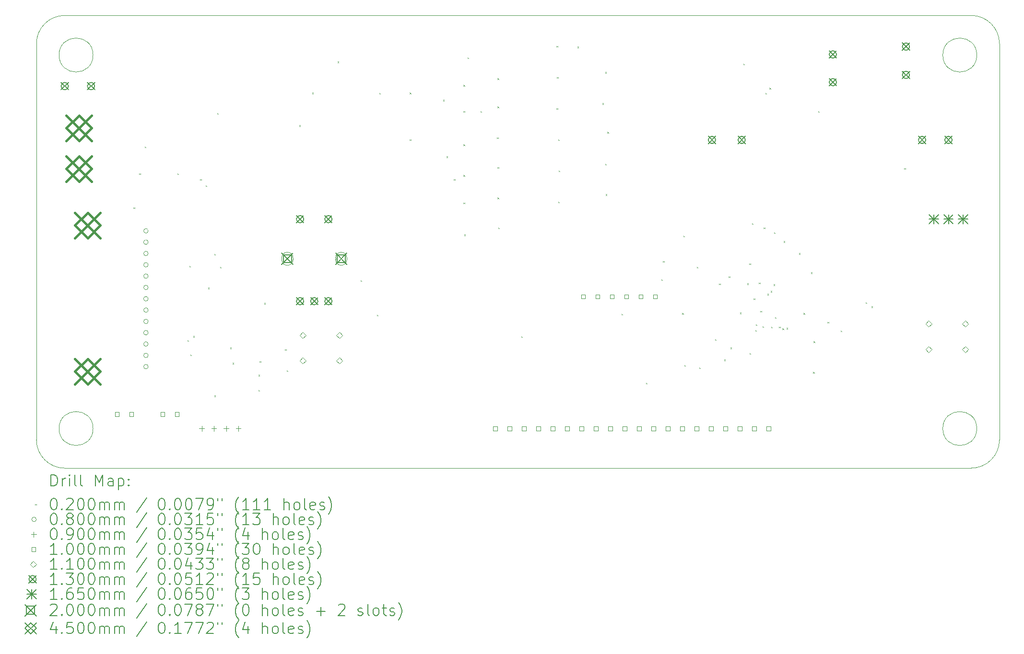
<source format=gbr>
%TF.GenerationSoftware,KiCad,Pcbnew,8.0.8-8.0.8-0~ubuntu24.04.1*%
%TF.CreationDate,2025-02-11T18:27:27-05:00*%
%TF.ProjectId,Strojni_posuv,5374726f-6a6e-4695-9f70-6f7375762e6b,rev?*%
%TF.SameCoordinates,Original*%
%TF.FileFunction,Drillmap*%
%TF.FilePolarity,Positive*%
%FSLAX45Y45*%
G04 Gerber Fmt 4.5, Leading zero omitted, Abs format (unit mm)*
G04 Created by KiCad (PCBNEW 8.0.8-8.0.8-0~ubuntu24.04.1) date 2025-02-11 18:27:27*
%MOMM*%
%LPD*%
G01*
G04 APERTURE LIST*
%ADD10C,0.050000*%
%ADD11C,0.200000*%
%ADD12C,0.100000*%
%ADD13C,0.110000*%
%ADD14C,0.130000*%
%ADD15C,0.165000*%
%ADD16C,0.450000*%
G04 APERTURE END LIST*
D10*
X5500000Y-11000000D02*
X21500000Y-11000000D01*
X6000000Y-10300000D02*
G75*
G02*
X5400000Y-10300000I-300000J0D01*
G01*
X5400000Y-10300000D02*
G75*
G02*
X6000000Y-10300000I300000J0D01*
G01*
X6000000Y-3700000D02*
G75*
G02*
X5400000Y-3700000I-300000J0D01*
G01*
X5400000Y-3700000D02*
G75*
G02*
X6000000Y-3700000I300000J0D01*
G01*
X22000000Y-10500000D02*
G75*
G02*
X21500000Y-11000000I-500000J0D01*
G01*
X21600000Y-10300000D02*
G75*
G02*
X21000000Y-10300000I-300000J0D01*
G01*
X21000000Y-10300000D02*
G75*
G02*
X21600000Y-10300000I300000J0D01*
G01*
X22000000Y-10500000D02*
X22000000Y-3500000D01*
X5000000Y-3500000D02*
G75*
G02*
X5500000Y-3000000I500000J0D01*
G01*
X21600000Y-3700000D02*
G75*
G02*
X21000000Y-3700000I-300000J0D01*
G01*
X21000000Y-3700000D02*
G75*
G02*
X21600000Y-3700000I300000J0D01*
G01*
X5000000Y-3500000D02*
X5000000Y-10500000D01*
X5500000Y-11000000D02*
G75*
G02*
X5000000Y-10500000I0J500000D01*
G01*
X21500000Y-3000000D02*
G75*
G02*
X22000000Y-3500000I0J-500000D01*
G01*
X21500000Y-3000000D02*
X5500000Y-3000000D01*
D11*
D12*
X6715000Y-6390000D02*
X6735000Y-6410000D01*
X6735000Y-6390000D02*
X6715000Y-6410000D01*
X6815000Y-5790000D02*
X6835000Y-5810000D01*
X6835000Y-5790000D02*
X6815000Y-5810000D01*
X6915000Y-5315000D02*
X6935000Y-5335000D01*
X6935000Y-5315000D02*
X6915000Y-5335000D01*
X7490000Y-5790000D02*
X7510000Y-5810000D01*
X7510000Y-5790000D02*
X7490000Y-5810000D01*
X7665000Y-8740000D02*
X7685000Y-8760000D01*
X7685000Y-8740000D02*
X7665000Y-8760000D01*
X7702500Y-7427500D02*
X7722500Y-7447500D01*
X7722500Y-7427500D02*
X7702500Y-7447500D01*
X7715000Y-8990000D02*
X7735000Y-9010000D01*
X7735000Y-8990000D02*
X7715000Y-9010000D01*
X7765000Y-8665000D02*
X7785000Y-8685000D01*
X7785000Y-8665000D02*
X7765000Y-8685000D01*
X7890000Y-5890000D02*
X7910000Y-5910000D01*
X7910000Y-5890000D02*
X7890000Y-5910000D01*
X7990000Y-6003500D02*
X8010000Y-6023500D01*
X8010000Y-6003500D02*
X7990000Y-6023500D01*
X8030000Y-7810000D02*
X8050000Y-7830000D01*
X8050000Y-7810000D02*
X8030000Y-7830000D01*
X8140000Y-7215000D02*
X8160000Y-7235000D01*
X8160000Y-7215000D02*
X8140000Y-7235000D01*
X8140000Y-9715000D02*
X8160000Y-9735000D01*
X8160000Y-9715000D02*
X8140000Y-9735000D01*
X8190000Y-4725000D02*
X8210000Y-4745000D01*
X8210000Y-4725000D02*
X8190000Y-4745000D01*
X8240000Y-7440000D02*
X8260000Y-7460000D01*
X8260000Y-7440000D02*
X8240000Y-7460000D01*
X8420000Y-8870000D02*
X8440000Y-8890000D01*
X8440000Y-8870000D02*
X8420000Y-8890000D01*
X8460000Y-9140000D02*
X8480000Y-9160000D01*
X8480000Y-9140000D02*
X8460000Y-9160000D01*
X8920000Y-9350000D02*
X8940000Y-9370000D01*
X8940000Y-9350000D02*
X8920000Y-9370000D01*
X8920000Y-9620000D02*
X8940000Y-9640000D01*
X8940000Y-9620000D02*
X8920000Y-9640000D01*
X8940000Y-9110000D02*
X8960000Y-9130000D01*
X8960000Y-9110000D02*
X8940000Y-9130000D01*
X9020000Y-8080000D02*
X9040000Y-8100000D01*
X9040000Y-8080000D02*
X9020000Y-8100000D01*
X9390000Y-8900000D02*
X9410000Y-8920000D01*
X9410000Y-8900000D02*
X9390000Y-8920000D01*
X9420000Y-9270000D02*
X9440000Y-9290000D01*
X9440000Y-9270000D02*
X9420000Y-9290000D01*
X9640000Y-4940000D02*
X9660000Y-4960000D01*
X9660000Y-4940000D02*
X9640000Y-4960000D01*
X9865000Y-4365000D02*
X9885000Y-4385000D01*
X9885000Y-4365000D02*
X9865000Y-4385000D01*
X10315000Y-3815000D02*
X10335000Y-3835000D01*
X10335000Y-3815000D02*
X10315000Y-3835000D01*
X10720000Y-7680000D02*
X10740000Y-7700000D01*
X10740000Y-7680000D02*
X10720000Y-7700000D01*
X11010000Y-8290000D02*
X11030000Y-8310000D01*
X11030000Y-8290000D02*
X11010000Y-8310000D01*
X11050000Y-4370000D02*
X11070000Y-4390000D01*
X11070000Y-4370000D02*
X11050000Y-4390000D01*
X11590000Y-4365000D02*
X11610000Y-4385000D01*
X11610000Y-4365000D02*
X11590000Y-4385000D01*
X11590000Y-5190000D02*
X11610000Y-5210000D01*
X11610000Y-5190000D02*
X11590000Y-5210000D01*
X12180000Y-4490000D02*
X12200000Y-4510000D01*
X12200000Y-4490000D02*
X12180000Y-4510000D01*
X12240000Y-5490000D02*
X12260000Y-5510000D01*
X12260000Y-5490000D02*
X12240000Y-5510000D01*
X12370000Y-5890000D02*
X12390000Y-5910000D01*
X12390000Y-5890000D02*
X12370000Y-5910000D01*
X12540000Y-4230000D02*
X12560000Y-4250000D01*
X12560000Y-4230000D02*
X12540000Y-4250000D01*
X12540000Y-4690000D02*
X12560000Y-4710000D01*
X12560000Y-4690000D02*
X12540000Y-4710000D01*
X12540000Y-5280000D02*
X12560000Y-5300000D01*
X12560000Y-5280000D02*
X12540000Y-5300000D01*
X12540000Y-5820000D02*
X12560000Y-5840000D01*
X12560000Y-5820000D02*
X12540000Y-5840000D01*
X12540000Y-6310000D02*
X12560000Y-6330000D01*
X12560000Y-6310000D02*
X12540000Y-6330000D01*
X12550000Y-6870000D02*
X12570000Y-6890000D01*
X12570000Y-6870000D02*
X12550000Y-6890000D01*
X12610000Y-3740000D02*
X12630000Y-3760000D01*
X12630000Y-3740000D02*
X12610000Y-3760000D01*
X12840000Y-4690000D02*
X12860000Y-4710000D01*
X12860000Y-4690000D02*
X12840000Y-4710000D01*
X13132500Y-5157500D02*
X13152500Y-5177500D01*
X13152500Y-5157500D02*
X13132500Y-5177500D01*
X13140000Y-4110000D02*
X13160000Y-4130000D01*
X13160000Y-4110000D02*
X13140000Y-4130000D01*
X13140000Y-4610000D02*
X13160000Y-4630000D01*
X13160000Y-4610000D02*
X13140000Y-4630000D01*
X13140000Y-5680000D02*
X13160000Y-5700000D01*
X13160000Y-5680000D02*
X13140000Y-5700000D01*
X13140000Y-6220000D02*
X13160000Y-6240000D01*
X13160000Y-6220000D02*
X13140000Y-6240000D01*
X13152500Y-6747500D02*
X13172500Y-6767500D01*
X13172500Y-6747500D02*
X13152500Y-6767500D01*
X13560000Y-8670000D02*
X13580000Y-8690000D01*
X13580000Y-8670000D02*
X13560000Y-8690000D01*
X14180000Y-3540000D02*
X14200000Y-3560000D01*
X14200000Y-3540000D02*
X14180000Y-3560000D01*
X14180000Y-4640000D02*
X14200000Y-4660000D01*
X14200000Y-4640000D02*
X14180000Y-4660000D01*
X14190000Y-4090000D02*
X14210000Y-4110000D01*
X14210000Y-4090000D02*
X14190000Y-4110000D01*
X14210000Y-5190000D02*
X14230000Y-5210000D01*
X14230000Y-5190000D02*
X14210000Y-5210000D01*
X14210000Y-6290000D02*
X14230000Y-6310000D01*
X14230000Y-6290000D02*
X14210000Y-6310000D01*
X14217500Y-5742500D02*
X14237500Y-5762500D01*
X14237500Y-5742500D02*
X14217500Y-5762500D01*
X14550000Y-3550000D02*
X14570000Y-3570000D01*
X14570000Y-3550000D02*
X14550000Y-3570000D01*
X14990000Y-4550000D02*
X15010000Y-4570000D01*
X15010000Y-4550000D02*
X14990000Y-4570000D01*
X15040000Y-4000000D02*
X15060000Y-4020000D01*
X15060000Y-4000000D02*
X15040000Y-4020000D01*
X15040000Y-5620000D02*
X15060000Y-5640000D01*
X15060000Y-5620000D02*
X15040000Y-5640000D01*
X15050000Y-6160000D02*
X15070000Y-6180000D01*
X15070000Y-6160000D02*
X15050000Y-6180000D01*
X15080000Y-5060000D02*
X15100000Y-5080000D01*
X15100000Y-5060000D02*
X15080000Y-5080000D01*
X15330000Y-8270000D02*
X15350000Y-8290000D01*
X15350000Y-8270000D02*
X15330000Y-8290000D01*
X15760000Y-9490000D02*
X15780000Y-9510000D01*
X15780000Y-9490000D02*
X15760000Y-9510000D01*
X16030000Y-7660000D02*
X16050000Y-7680000D01*
X16050000Y-7660000D02*
X16030000Y-7680000D01*
X16060000Y-7340000D02*
X16080000Y-7360000D01*
X16080000Y-7340000D02*
X16060000Y-7360000D01*
X16400000Y-8260000D02*
X16420000Y-8280000D01*
X16420000Y-8260000D02*
X16400000Y-8280000D01*
X16420000Y-6890000D02*
X16440000Y-6910000D01*
X16440000Y-6890000D02*
X16420000Y-6910000D01*
X16440000Y-9180000D02*
X16460000Y-9200000D01*
X16460000Y-9180000D02*
X16440000Y-9200000D01*
X16660000Y-7440000D02*
X16680000Y-7460000D01*
X16680000Y-7440000D02*
X16660000Y-7460000D01*
X16700000Y-9220000D02*
X16720000Y-9240000D01*
X16720000Y-9220000D02*
X16700000Y-9240000D01*
X16980000Y-8720000D02*
X17000000Y-8740000D01*
X17000000Y-8720000D02*
X16980000Y-8740000D01*
X17050000Y-7740000D02*
X17070000Y-7760000D01*
X17070000Y-7740000D02*
X17050000Y-7760000D01*
X17140000Y-9080000D02*
X17160000Y-9100000D01*
X17160000Y-9080000D02*
X17140000Y-9100000D01*
X17220000Y-7610000D02*
X17240000Y-7630000D01*
X17240000Y-7610000D02*
X17220000Y-7630000D01*
X17250000Y-8870000D02*
X17270000Y-8890000D01*
X17270000Y-8870000D02*
X17250000Y-8890000D01*
X17420000Y-8250000D02*
X17440000Y-8270000D01*
X17440000Y-8250000D02*
X17420000Y-8270000D01*
X17480000Y-3850000D02*
X17500000Y-3870000D01*
X17500000Y-3850000D02*
X17480000Y-3870000D01*
X17545000Y-7735000D02*
X17565000Y-7755000D01*
X17565000Y-7735000D02*
X17545000Y-7755000D01*
X17585000Y-7385000D02*
X17605000Y-7405000D01*
X17605000Y-7385000D02*
X17585000Y-7405000D01*
X17590000Y-8965000D02*
X17610000Y-8985000D01*
X17610000Y-8965000D02*
X17590000Y-8985000D01*
X17630000Y-6670000D02*
X17650000Y-6690000D01*
X17650000Y-6670000D02*
X17630000Y-6690000D01*
X17660000Y-8000000D02*
X17680000Y-8020000D01*
X17680000Y-8000000D02*
X17660000Y-8020000D01*
X17690000Y-8560000D02*
X17710000Y-8580000D01*
X17710000Y-8560000D02*
X17690000Y-8580000D01*
X17698609Y-8460000D02*
X17718609Y-8480000D01*
X17718609Y-8460000D02*
X17698609Y-8480000D01*
X17752500Y-7720000D02*
X17772500Y-7740000D01*
X17772500Y-7720000D02*
X17752500Y-7740000D01*
X17780000Y-8220000D02*
X17800000Y-8240000D01*
X17800000Y-8220000D02*
X17780000Y-8240000D01*
X17815000Y-8490000D02*
X17835000Y-8510000D01*
X17835000Y-8490000D02*
X17815000Y-8510000D01*
X17840000Y-6750000D02*
X17860000Y-6770000D01*
X17860000Y-6750000D02*
X17840000Y-6770000D01*
X17870000Y-4370000D02*
X17890000Y-4390000D01*
X17890000Y-4370000D02*
X17870000Y-4390000D01*
X17900000Y-7920000D02*
X17920000Y-7940000D01*
X17920000Y-7920000D02*
X17900000Y-7940000D01*
X17940000Y-4280000D02*
X17960000Y-4300000D01*
X17960000Y-4280000D02*
X17940000Y-4300000D01*
X17960000Y-7870000D02*
X17980000Y-7890000D01*
X17980000Y-7870000D02*
X17960000Y-7890000D01*
X17970000Y-8500000D02*
X17990000Y-8520000D01*
X17990000Y-8500000D02*
X17970000Y-8520000D01*
X18010000Y-7750000D02*
X18030000Y-7770000D01*
X18030000Y-7750000D02*
X18010000Y-7770000D01*
X18020000Y-6830000D02*
X18040000Y-6850000D01*
X18040000Y-6830000D02*
X18020000Y-6850000D01*
X18040000Y-8330000D02*
X18060000Y-8350000D01*
X18060000Y-8330000D02*
X18040000Y-8350000D01*
X18110000Y-8500000D02*
X18130000Y-8520000D01*
X18130000Y-8500000D02*
X18110000Y-8520000D01*
X18170000Y-8530000D02*
X18190000Y-8550000D01*
X18190000Y-8530000D02*
X18170000Y-8550000D01*
X18190000Y-6990000D02*
X18210000Y-7010000D01*
X18210000Y-6990000D02*
X18190000Y-7010000D01*
X18240000Y-8520000D02*
X18260000Y-8540000D01*
X18260000Y-8520000D02*
X18240000Y-8540000D01*
X18460000Y-7200000D02*
X18480000Y-7220000D01*
X18480000Y-7200000D02*
X18460000Y-7220000D01*
X18540000Y-8260000D02*
X18560000Y-8280000D01*
X18560000Y-8260000D02*
X18540000Y-8280000D01*
X18670000Y-7540000D02*
X18690000Y-7560000D01*
X18690000Y-7540000D02*
X18670000Y-7560000D01*
X18710000Y-9300000D02*
X18730000Y-9320000D01*
X18730000Y-9300000D02*
X18710000Y-9320000D01*
X18720000Y-8760000D02*
X18740000Y-8780000D01*
X18740000Y-8760000D02*
X18720000Y-8780000D01*
X18800000Y-4690000D02*
X18820000Y-4710000D01*
X18820000Y-4690000D02*
X18800000Y-4710000D01*
X18965000Y-8415000D02*
X18985000Y-8435000D01*
X18985000Y-8415000D02*
X18965000Y-8435000D01*
X19200000Y-8570000D02*
X19220000Y-8590000D01*
X19220000Y-8570000D02*
X19200000Y-8590000D01*
X19640000Y-8070000D02*
X19660000Y-8090000D01*
X19660000Y-8070000D02*
X19640000Y-8090000D01*
X19740000Y-8140000D02*
X19760000Y-8160000D01*
X19760000Y-8140000D02*
X19740000Y-8160000D01*
X20320000Y-5700000D02*
X20340000Y-5720000D01*
X20340000Y-5700000D02*
X20320000Y-5720000D01*
X6973095Y-6807000D02*
G75*
G02*
X6893095Y-6807000I-40000J0D01*
G01*
X6893095Y-6807000D02*
G75*
G02*
X6973095Y-6807000I40000J0D01*
G01*
X6973095Y-7007000D02*
G75*
G02*
X6893095Y-7007000I-40000J0D01*
G01*
X6893095Y-7007000D02*
G75*
G02*
X6973095Y-7007000I40000J0D01*
G01*
X6973095Y-7207000D02*
G75*
G02*
X6893095Y-7207000I-40000J0D01*
G01*
X6893095Y-7207000D02*
G75*
G02*
X6973095Y-7207000I40000J0D01*
G01*
X6973095Y-7407000D02*
G75*
G02*
X6893095Y-7407000I-40000J0D01*
G01*
X6893095Y-7407000D02*
G75*
G02*
X6973095Y-7407000I40000J0D01*
G01*
X6973095Y-7607000D02*
G75*
G02*
X6893095Y-7607000I-40000J0D01*
G01*
X6893095Y-7607000D02*
G75*
G02*
X6973095Y-7607000I40000J0D01*
G01*
X6973095Y-7807000D02*
G75*
G02*
X6893095Y-7807000I-40000J0D01*
G01*
X6893095Y-7807000D02*
G75*
G02*
X6973095Y-7807000I40000J0D01*
G01*
X6973095Y-8007000D02*
G75*
G02*
X6893095Y-8007000I-40000J0D01*
G01*
X6893095Y-8007000D02*
G75*
G02*
X6973095Y-8007000I40000J0D01*
G01*
X6973095Y-8207000D02*
G75*
G02*
X6893095Y-8207000I-40000J0D01*
G01*
X6893095Y-8207000D02*
G75*
G02*
X6973095Y-8207000I40000J0D01*
G01*
X6973095Y-8407000D02*
G75*
G02*
X6893095Y-8407000I-40000J0D01*
G01*
X6893095Y-8407000D02*
G75*
G02*
X6973095Y-8407000I40000J0D01*
G01*
X6973095Y-8607000D02*
G75*
G02*
X6893095Y-8607000I-40000J0D01*
G01*
X6893095Y-8607000D02*
G75*
G02*
X6973095Y-8607000I40000J0D01*
G01*
X6973095Y-8807000D02*
G75*
G02*
X6893095Y-8807000I-40000J0D01*
G01*
X6893095Y-8807000D02*
G75*
G02*
X6973095Y-8807000I40000J0D01*
G01*
X6973095Y-9007000D02*
G75*
G02*
X6893095Y-9007000I-40000J0D01*
G01*
X6893095Y-9007000D02*
G75*
G02*
X6973095Y-9007000I40000J0D01*
G01*
X6973095Y-9207000D02*
G75*
G02*
X6893095Y-9207000I-40000J0D01*
G01*
X6893095Y-9207000D02*
G75*
G02*
X6973095Y-9207000I40000J0D01*
G01*
X7918200Y-10255000D02*
X7918200Y-10345000D01*
X7873200Y-10300000D02*
X7963200Y-10300000D01*
X8134100Y-10255000D02*
X8134100Y-10345000D01*
X8089100Y-10300000D02*
X8179100Y-10300000D01*
X8350000Y-10255000D02*
X8350000Y-10345000D01*
X8305000Y-10300000D02*
X8395000Y-10300000D01*
X8565900Y-10255000D02*
X8565900Y-10345000D01*
X8520900Y-10300000D02*
X8610900Y-10300000D01*
X6460356Y-10082856D02*
X6460356Y-10012144D01*
X6389644Y-10012144D01*
X6389644Y-10082856D01*
X6460356Y-10082856D01*
X6714356Y-10082856D02*
X6714356Y-10012144D01*
X6643644Y-10012144D01*
X6643644Y-10082856D01*
X6714356Y-10082856D01*
X7260356Y-10082856D02*
X7260356Y-10012144D01*
X7189644Y-10012144D01*
X7189644Y-10082856D01*
X7260356Y-10082856D01*
X7514356Y-10082856D02*
X7514356Y-10012144D01*
X7443644Y-10012144D01*
X7443644Y-10082856D01*
X7514356Y-10082856D01*
X13133356Y-10335356D02*
X13133356Y-10264644D01*
X13062644Y-10264644D01*
X13062644Y-10335356D01*
X13133356Y-10335356D01*
X13387356Y-10335356D02*
X13387356Y-10264644D01*
X13316644Y-10264644D01*
X13316644Y-10335356D01*
X13387356Y-10335356D01*
X13641356Y-10335356D02*
X13641356Y-10264644D01*
X13570644Y-10264644D01*
X13570644Y-10335356D01*
X13641356Y-10335356D01*
X13895356Y-10335356D02*
X13895356Y-10264644D01*
X13824644Y-10264644D01*
X13824644Y-10335356D01*
X13895356Y-10335356D01*
X14149356Y-10335356D02*
X14149356Y-10264644D01*
X14078644Y-10264644D01*
X14078644Y-10335356D01*
X14149356Y-10335356D01*
X14403356Y-10335356D02*
X14403356Y-10264644D01*
X14332644Y-10264644D01*
X14332644Y-10335356D01*
X14403356Y-10335356D01*
X14657356Y-10335356D02*
X14657356Y-10264644D01*
X14586644Y-10264644D01*
X14586644Y-10335356D01*
X14657356Y-10335356D01*
X14685356Y-8005356D02*
X14685356Y-7934644D01*
X14614644Y-7934644D01*
X14614644Y-8005356D01*
X14685356Y-8005356D01*
X14911356Y-10335356D02*
X14911356Y-10264644D01*
X14840644Y-10264644D01*
X14840644Y-10335356D01*
X14911356Y-10335356D01*
X14939356Y-8005356D02*
X14939356Y-7934644D01*
X14868644Y-7934644D01*
X14868644Y-8005356D01*
X14939356Y-8005356D01*
X15165356Y-10335356D02*
X15165356Y-10264644D01*
X15094644Y-10264644D01*
X15094644Y-10335356D01*
X15165356Y-10335356D01*
X15193356Y-8005356D02*
X15193356Y-7934644D01*
X15122644Y-7934644D01*
X15122644Y-8005356D01*
X15193356Y-8005356D01*
X15419356Y-10335356D02*
X15419356Y-10264644D01*
X15348644Y-10264644D01*
X15348644Y-10335356D01*
X15419356Y-10335356D01*
X15447356Y-8005356D02*
X15447356Y-7934644D01*
X15376644Y-7934644D01*
X15376644Y-8005356D01*
X15447356Y-8005356D01*
X15673356Y-10335356D02*
X15673356Y-10264644D01*
X15602644Y-10264644D01*
X15602644Y-10335356D01*
X15673356Y-10335356D01*
X15701356Y-8005356D02*
X15701356Y-7934644D01*
X15630644Y-7934644D01*
X15630644Y-8005356D01*
X15701356Y-8005356D01*
X15927356Y-10335356D02*
X15927356Y-10264644D01*
X15856644Y-10264644D01*
X15856644Y-10335356D01*
X15927356Y-10335356D01*
X15955356Y-8005356D02*
X15955356Y-7934644D01*
X15884644Y-7934644D01*
X15884644Y-8005356D01*
X15955356Y-8005356D01*
X16181356Y-10335356D02*
X16181356Y-10264644D01*
X16110644Y-10264644D01*
X16110644Y-10335356D01*
X16181356Y-10335356D01*
X16435356Y-10335356D02*
X16435356Y-10264644D01*
X16364644Y-10264644D01*
X16364644Y-10335356D01*
X16435356Y-10335356D01*
X16689356Y-10335356D02*
X16689356Y-10264644D01*
X16618644Y-10264644D01*
X16618644Y-10335356D01*
X16689356Y-10335356D01*
X16943356Y-10335356D02*
X16943356Y-10264644D01*
X16872644Y-10264644D01*
X16872644Y-10335356D01*
X16943356Y-10335356D01*
X17197356Y-10335356D02*
X17197356Y-10264644D01*
X17126644Y-10264644D01*
X17126644Y-10335356D01*
X17197356Y-10335356D01*
X17451356Y-10335356D02*
X17451356Y-10264644D01*
X17380644Y-10264644D01*
X17380644Y-10335356D01*
X17451356Y-10335356D01*
X17705356Y-10335356D02*
X17705356Y-10264644D01*
X17634644Y-10264644D01*
X17634644Y-10335356D01*
X17705356Y-10335356D01*
X17959356Y-10335356D02*
X17959356Y-10264644D01*
X17888644Y-10264644D01*
X17888644Y-10335356D01*
X17959356Y-10335356D01*
D13*
X9700000Y-8705000D02*
X9755000Y-8650000D01*
X9700000Y-8595000D01*
X9645000Y-8650000D01*
X9700000Y-8705000D01*
X9700000Y-9155000D02*
X9755000Y-9100000D01*
X9700000Y-9045000D01*
X9645000Y-9100000D01*
X9700000Y-9155000D01*
X10350000Y-8705000D02*
X10405000Y-8650000D01*
X10350000Y-8595000D01*
X10295000Y-8650000D01*
X10350000Y-8705000D01*
X10350000Y-9155000D02*
X10405000Y-9100000D01*
X10350000Y-9045000D01*
X10295000Y-9100000D01*
X10350000Y-9155000D01*
X20750000Y-8505000D02*
X20805000Y-8450000D01*
X20750000Y-8395000D01*
X20695000Y-8450000D01*
X20750000Y-8505000D01*
X20750000Y-8955000D02*
X20805000Y-8900000D01*
X20750000Y-8845000D01*
X20695000Y-8900000D01*
X20750000Y-8955000D01*
X21400000Y-8505000D02*
X21455000Y-8450000D01*
X21400000Y-8395000D01*
X21345000Y-8450000D01*
X21400000Y-8505000D01*
X21400000Y-8955000D02*
X21455000Y-8900000D01*
X21400000Y-8845000D01*
X21345000Y-8900000D01*
X21400000Y-8955000D01*
D14*
X5435000Y-4185000D02*
X5565000Y-4315000D01*
X5565000Y-4185000D02*
X5435000Y-4315000D01*
X5565000Y-4250000D02*
G75*
G02*
X5435000Y-4250000I-65000J0D01*
G01*
X5435000Y-4250000D02*
G75*
G02*
X5565000Y-4250000I65000J0D01*
G01*
X5900000Y-4185000D02*
X6030000Y-4315000D01*
X6030000Y-4185000D02*
X5900000Y-4315000D01*
X6030000Y-4250000D02*
G75*
G02*
X5900000Y-4250000I-65000J0D01*
G01*
X5900000Y-4250000D02*
G75*
G02*
X6030000Y-4250000I65000J0D01*
G01*
X9590000Y-6535000D02*
X9720000Y-6665000D01*
X9720000Y-6535000D02*
X9590000Y-6665000D01*
X9720000Y-6600000D02*
G75*
G02*
X9590000Y-6600000I-65000J0D01*
G01*
X9590000Y-6600000D02*
G75*
G02*
X9720000Y-6600000I65000J0D01*
G01*
X9590000Y-7985000D02*
X9720000Y-8115000D01*
X9720000Y-7985000D02*
X9590000Y-8115000D01*
X9720000Y-8050000D02*
G75*
G02*
X9590000Y-8050000I-65000J0D01*
G01*
X9590000Y-8050000D02*
G75*
G02*
X9720000Y-8050000I65000J0D01*
G01*
X9840000Y-7985000D02*
X9970000Y-8115000D01*
X9970000Y-7985000D02*
X9840000Y-8115000D01*
X9970000Y-8050000D02*
G75*
G02*
X9840000Y-8050000I-65000J0D01*
G01*
X9840000Y-8050000D02*
G75*
G02*
X9970000Y-8050000I65000J0D01*
G01*
X10090000Y-6535000D02*
X10220000Y-6665000D01*
X10220000Y-6535000D02*
X10090000Y-6665000D01*
X10220000Y-6600000D02*
G75*
G02*
X10090000Y-6600000I-65000J0D01*
G01*
X10090000Y-6600000D02*
G75*
G02*
X10220000Y-6600000I65000J0D01*
G01*
X10090000Y-7985000D02*
X10220000Y-8115000D01*
X10220000Y-7985000D02*
X10090000Y-8115000D01*
X10220000Y-8050000D02*
G75*
G02*
X10090000Y-8050000I-65000J0D01*
G01*
X10090000Y-8050000D02*
G75*
G02*
X10220000Y-8050000I65000J0D01*
G01*
X16860000Y-5135000D02*
X16990000Y-5265000D01*
X16990000Y-5135000D02*
X16860000Y-5265000D01*
X16990000Y-5200000D02*
G75*
G02*
X16860000Y-5200000I-65000J0D01*
G01*
X16860000Y-5200000D02*
G75*
G02*
X16990000Y-5200000I65000J0D01*
G01*
X17385000Y-5135000D02*
X17515000Y-5265000D01*
X17515000Y-5135000D02*
X17385000Y-5265000D01*
X17515000Y-5200000D02*
G75*
G02*
X17385000Y-5200000I-65000J0D01*
G01*
X17385000Y-5200000D02*
G75*
G02*
X17515000Y-5200000I65000J0D01*
G01*
X18995000Y-3625000D02*
X19125000Y-3755000D01*
X19125000Y-3625000D02*
X18995000Y-3755000D01*
X19125000Y-3690000D02*
G75*
G02*
X18995000Y-3690000I-65000J0D01*
G01*
X18995000Y-3690000D02*
G75*
G02*
X19125000Y-3690000I65000J0D01*
G01*
X18995000Y-4115000D02*
X19125000Y-4245000D01*
X19125000Y-4115000D02*
X18995000Y-4245000D01*
X19125000Y-4180000D02*
G75*
G02*
X18995000Y-4180000I-65000J0D01*
G01*
X18995000Y-4180000D02*
G75*
G02*
X19125000Y-4180000I65000J0D01*
G01*
X20285000Y-3485000D02*
X20415000Y-3615000D01*
X20415000Y-3485000D02*
X20285000Y-3615000D01*
X20415000Y-3550000D02*
G75*
G02*
X20285000Y-3550000I-65000J0D01*
G01*
X20285000Y-3550000D02*
G75*
G02*
X20415000Y-3550000I65000J0D01*
G01*
X20285000Y-3985000D02*
X20415000Y-4115000D01*
X20415000Y-3985000D02*
X20285000Y-4115000D01*
X20415000Y-4050000D02*
G75*
G02*
X20285000Y-4050000I-65000J0D01*
G01*
X20285000Y-4050000D02*
G75*
G02*
X20415000Y-4050000I65000J0D01*
G01*
X20570000Y-5135000D02*
X20700000Y-5265000D01*
X20700000Y-5135000D02*
X20570000Y-5265000D01*
X20700000Y-5200000D02*
G75*
G02*
X20570000Y-5200000I-65000J0D01*
G01*
X20570000Y-5200000D02*
G75*
G02*
X20700000Y-5200000I65000J0D01*
G01*
X21035000Y-5135000D02*
X21165000Y-5265000D01*
X21165000Y-5135000D02*
X21035000Y-5265000D01*
X21165000Y-5200000D02*
G75*
G02*
X21035000Y-5200000I-65000J0D01*
G01*
X21035000Y-5200000D02*
G75*
G02*
X21165000Y-5200000I65000J0D01*
G01*
D15*
X20757500Y-6517500D02*
X20922500Y-6682500D01*
X20922500Y-6517500D02*
X20757500Y-6682500D01*
X20840000Y-6517500D02*
X20840000Y-6682500D01*
X20757500Y-6600000D02*
X20922500Y-6600000D01*
X21017500Y-6517500D02*
X21182500Y-6682500D01*
X21182500Y-6517500D02*
X21017500Y-6682500D01*
X21100000Y-6517500D02*
X21100000Y-6682500D01*
X21017500Y-6600000D02*
X21182500Y-6600000D01*
X21277500Y-6517500D02*
X21442500Y-6682500D01*
X21442500Y-6517500D02*
X21277500Y-6682500D01*
X21360000Y-6517500D02*
X21360000Y-6682500D01*
X21277500Y-6600000D02*
X21442500Y-6600000D01*
D11*
X9330000Y-7200000D02*
X9530000Y-7400000D01*
X9530000Y-7200000D02*
X9330000Y-7400000D01*
X9500711Y-7370711D02*
X9500711Y-7229289D01*
X9359289Y-7229289D01*
X9359289Y-7370711D01*
X9500711Y-7370711D01*
D12*
X9530000Y-7315000D02*
X9530000Y-7285000D01*
X9330000Y-7285000D02*
G75*
G02*
X9530000Y-7285000I100000J0D01*
G01*
X9330000Y-7285000D02*
X9330000Y-7315000D01*
X9330000Y-7315000D02*
G75*
G03*
X9530000Y-7315000I100000J0D01*
G01*
D11*
X10280000Y-7200000D02*
X10480000Y-7400000D01*
X10480000Y-7200000D02*
X10280000Y-7400000D01*
X10450711Y-7370711D02*
X10450711Y-7229289D01*
X10309289Y-7229289D01*
X10309289Y-7370711D01*
X10450711Y-7370711D01*
D12*
X10480000Y-7315000D02*
X10480000Y-7285000D01*
X10280000Y-7285000D02*
G75*
G02*
X10480000Y-7285000I100000J0D01*
G01*
X10280000Y-7285000D02*
X10280000Y-7315000D01*
X10280000Y-7315000D02*
G75*
G03*
X10480000Y-7315000I100000J0D01*
G01*
D16*
X5525000Y-4765000D02*
X5975000Y-5215000D01*
X5975000Y-4765000D02*
X5525000Y-5215000D01*
X5750000Y-5215000D02*
X5975000Y-4990000D01*
X5750000Y-4765000D01*
X5525000Y-4990000D01*
X5750000Y-5215000D01*
X5525000Y-5485000D02*
X5975000Y-5935000D01*
X5975000Y-5485000D02*
X5525000Y-5935000D01*
X5750000Y-5935000D02*
X5975000Y-5710000D01*
X5750000Y-5485000D01*
X5525000Y-5710000D01*
X5750000Y-5935000D01*
X5678095Y-6485000D02*
X6128095Y-6935000D01*
X6128095Y-6485000D02*
X5678095Y-6935000D01*
X5903095Y-6935000D02*
X6128095Y-6710000D01*
X5903095Y-6485000D01*
X5678095Y-6710000D01*
X5903095Y-6935000D01*
X5678095Y-9065000D02*
X6128095Y-9515000D01*
X6128095Y-9065000D02*
X5678095Y-9515000D01*
X5903095Y-9515000D02*
X6128095Y-9290000D01*
X5903095Y-9065000D01*
X5678095Y-9290000D01*
X5903095Y-9515000D01*
D11*
X5258277Y-11313984D02*
X5258277Y-11113984D01*
X5258277Y-11113984D02*
X5305896Y-11113984D01*
X5305896Y-11113984D02*
X5334467Y-11123508D01*
X5334467Y-11123508D02*
X5353515Y-11142555D01*
X5353515Y-11142555D02*
X5363039Y-11161603D01*
X5363039Y-11161603D02*
X5372563Y-11199698D01*
X5372563Y-11199698D02*
X5372563Y-11228269D01*
X5372563Y-11228269D02*
X5363039Y-11266365D01*
X5363039Y-11266365D02*
X5353515Y-11285412D01*
X5353515Y-11285412D02*
X5334467Y-11304460D01*
X5334467Y-11304460D02*
X5305896Y-11313984D01*
X5305896Y-11313984D02*
X5258277Y-11313984D01*
X5458277Y-11313984D02*
X5458277Y-11180650D01*
X5458277Y-11218746D02*
X5467801Y-11199698D01*
X5467801Y-11199698D02*
X5477324Y-11190174D01*
X5477324Y-11190174D02*
X5496372Y-11180650D01*
X5496372Y-11180650D02*
X5515420Y-11180650D01*
X5582086Y-11313984D02*
X5582086Y-11180650D01*
X5582086Y-11113984D02*
X5572563Y-11123508D01*
X5572563Y-11123508D02*
X5582086Y-11133031D01*
X5582086Y-11133031D02*
X5591610Y-11123508D01*
X5591610Y-11123508D02*
X5582086Y-11113984D01*
X5582086Y-11113984D02*
X5582086Y-11133031D01*
X5705896Y-11313984D02*
X5686848Y-11304460D01*
X5686848Y-11304460D02*
X5677324Y-11285412D01*
X5677324Y-11285412D02*
X5677324Y-11113984D01*
X5810658Y-11313984D02*
X5791610Y-11304460D01*
X5791610Y-11304460D02*
X5782086Y-11285412D01*
X5782086Y-11285412D02*
X5782086Y-11113984D01*
X6039229Y-11313984D02*
X6039229Y-11113984D01*
X6039229Y-11113984D02*
X6105896Y-11256841D01*
X6105896Y-11256841D02*
X6172562Y-11113984D01*
X6172562Y-11113984D02*
X6172562Y-11313984D01*
X6353515Y-11313984D02*
X6353515Y-11209222D01*
X6353515Y-11209222D02*
X6343991Y-11190174D01*
X6343991Y-11190174D02*
X6324943Y-11180650D01*
X6324943Y-11180650D02*
X6286848Y-11180650D01*
X6286848Y-11180650D02*
X6267801Y-11190174D01*
X6353515Y-11304460D02*
X6334467Y-11313984D01*
X6334467Y-11313984D02*
X6286848Y-11313984D01*
X6286848Y-11313984D02*
X6267801Y-11304460D01*
X6267801Y-11304460D02*
X6258277Y-11285412D01*
X6258277Y-11285412D02*
X6258277Y-11266365D01*
X6258277Y-11266365D02*
X6267801Y-11247317D01*
X6267801Y-11247317D02*
X6286848Y-11237793D01*
X6286848Y-11237793D02*
X6334467Y-11237793D01*
X6334467Y-11237793D02*
X6353515Y-11228269D01*
X6448753Y-11180650D02*
X6448753Y-11380650D01*
X6448753Y-11190174D02*
X6467801Y-11180650D01*
X6467801Y-11180650D02*
X6505896Y-11180650D01*
X6505896Y-11180650D02*
X6524943Y-11190174D01*
X6524943Y-11190174D02*
X6534467Y-11199698D01*
X6534467Y-11199698D02*
X6543991Y-11218746D01*
X6543991Y-11218746D02*
X6543991Y-11275888D01*
X6543991Y-11275888D02*
X6534467Y-11294936D01*
X6534467Y-11294936D02*
X6524943Y-11304460D01*
X6524943Y-11304460D02*
X6505896Y-11313984D01*
X6505896Y-11313984D02*
X6467801Y-11313984D01*
X6467801Y-11313984D02*
X6448753Y-11304460D01*
X6629705Y-11294936D02*
X6639229Y-11304460D01*
X6639229Y-11304460D02*
X6629705Y-11313984D01*
X6629705Y-11313984D02*
X6620182Y-11304460D01*
X6620182Y-11304460D02*
X6629705Y-11294936D01*
X6629705Y-11294936D02*
X6629705Y-11313984D01*
X6629705Y-11190174D02*
X6639229Y-11199698D01*
X6639229Y-11199698D02*
X6629705Y-11209222D01*
X6629705Y-11209222D02*
X6620182Y-11199698D01*
X6620182Y-11199698D02*
X6629705Y-11190174D01*
X6629705Y-11190174D02*
X6629705Y-11209222D01*
D12*
X4977500Y-11632500D02*
X4997500Y-11652500D01*
X4997500Y-11632500D02*
X4977500Y-11652500D01*
D11*
X5296372Y-11533984D02*
X5315420Y-11533984D01*
X5315420Y-11533984D02*
X5334467Y-11543508D01*
X5334467Y-11543508D02*
X5343991Y-11553031D01*
X5343991Y-11553031D02*
X5353515Y-11572079D01*
X5353515Y-11572079D02*
X5363039Y-11610174D01*
X5363039Y-11610174D02*
X5363039Y-11657793D01*
X5363039Y-11657793D02*
X5353515Y-11695888D01*
X5353515Y-11695888D02*
X5343991Y-11714936D01*
X5343991Y-11714936D02*
X5334467Y-11724460D01*
X5334467Y-11724460D02*
X5315420Y-11733984D01*
X5315420Y-11733984D02*
X5296372Y-11733984D01*
X5296372Y-11733984D02*
X5277324Y-11724460D01*
X5277324Y-11724460D02*
X5267801Y-11714936D01*
X5267801Y-11714936D02*
X5258277Y-11695888D01*
X5258277Y-11695888D02*
X5248753Y-11657793D01*
X5248753Y-11657793D02*
X5248753Y-11610174D01*
X5248753Y-11610174D02*
X5258277Y-11572079D01*
X5258277Y-11572079D02*
X5267801Y-11553031D01*
X5267801Y-11553031D02*
X5277324Y-11543508D01*
X5277324Y-11543508D02*
X5296372Y-11533984D01*
X5448753Y-11714936D02*
X5458277Y-11724460D01*
X5458277Y-11724460D02*
X5448753Y-11733984D01*
X5448753Y-11733984D02*
X5439229Y-11724460D01*
X5439229Y-11724460D02*
X5448753Y-11714936D01*
X5448753Y-11714936D02*
X5448753Y-11733984D01*
X5534467Y-11553031D02*
X5543991Y-11543508D01*
X5543991Y-11543508D02*
X5563039Y-11533984D01*
X5563039Y-11533984D02*
X5610658Y-11533984D01*
X5610658Y-11533984D02*
X5629705Y-11543508D01*
X5629705Y-11543508D02*
X5639229Y-11553031D01*
X5639229Y-11553031D02*
X5648753Y-11572079D01*
X5648753Y-11572079D02*
X5648753Y-11591127D01*
X5648753Y-11591127D02*
X5639229Y-11619698D01*
X5639229Y-11619698D02*
X5524944Y-11733984D01*
X5524944Y-11733984D02*
X5648753Y-11733984D01*
X5772562Y-11533984D02*
X5791610Y-11533984D01*
X5791610Y-11533984D02*
X5810658Y-11543508D01*
X5810658Y-11543508D02*
X5820182Y-11553031D01*
X5820182Y-11553031D02*
X5829705Y-11572079D01*
X5829705Y-11572079D02*
X5839229Y-11610174D01*
X5839229Y-11610174D02*
X5839229Y-11657793D01*
X5839229Y-11657793D02*
X5829705Y-11695888D01*
X5829705Y-11695888D02*
X5820182Y-11714936D01*
X5820182Y-11714936D02*
X5810658Y-11724460D01*
X5810658Y-11724460D02*
X5791610Y-11733984D01*
X5791610Y-11733984D02*
X5772562Y-11733984D01*
X5772562Y-11733984D02*
X5753515Y-11724460D01*
X5753515Y-11724460D02*
X5743991Y-11714936D01*
X5743991Y-11714936D02*
X5734467Y-11695888D01*
X5734467Y-11695888D02*
X5724943Y-11657793D01*
X5724943Y-11657793D02*
X5724943Y-11610174D01*
X5724943Y-11610174D02*
X5734467Y-11572079D01*
X5734467Y-11572079D02*
X5743991Y-11553031D01*
X5743991Y-11553031D02*
X5753515Y-11543508D01*
X5753515Y-11543508D02*
X5772562Y-11533984D01*
X5963039Y-11533984D02*
X5982086Y-11533984D01*
X5982086Y-11533984D02*
X6001134Y-11543508D01*
X6001134Y-11543508D02*
X6010658Y-11553031D01*
X6010658Y-11553031D02*
X6020182Y-11572079D01*
X6020182Y-11572079D02*
X6029705Y-11610174D01*
X6029705Y-11610174D02*
X6029705Y-11657793D01*
X6029705Y-11657793D02*
X6020182Y-11695888D01*
X6020182Y-11695888D02*
X6010658Y-11714936D01*
X6010658Y-11714936D02*
X6001134Y-11724460D01*
X6001134Y-11724460D02*
X5982086Y-11733984D01*
X5982086Y-11733984D02*
X5963039Y-11733984D01*
X5963039Y-11733984D02*
X5943991Y-11724460D01*
X5943991Y-11724460D02*
X5934467Y-11714936D01*
X5934467Y-11714936D02*
X5924943Y-11695888D01*
X5924943Y-11695888D02*
X5915420Y-11657793D01*
X5915420Y-11657793D02*
X5915420Y-11610174D01*
X5915420Y-11610174D02*
X5924943Y-11572079D01*
X5924943Y-11572079D02*
X5934467Y-11553031D01*
X5934467Y-11553031D02*
X5943991Y-11543508D01*
X5943991Y-11543508D02*
X5963039Y-11533984D01*
X6115420Y-11733984D02*
X6115420Y-11600650D01*
X6115420Y-11619698D02*
X6124943Y-11610174D01*
X6124943Y-11610174D02*
X6143991Y-11600650D01*
X6143991Y-11600650D02*
X6172563Y-11600650D01*
X6172563Y-11600650D02*
X6191610Y-11610174D01*
X6191610Y-11610174D02*
X6201134Y-11629222D01*
X6201134Y-11629222D02*
X6201134Y-11733984D01*
X6201134Y-11629222D02*
X6210658Y-11610174D01*
X6210658Y-11610174D02*
X6229705Y-11600650D01*
X6229705Y-11600650D02*
X6258277Y-11600650D01*
X6258277Y-11600650D02*
X6277324Y-11610174D01*
X6277324Y-11610174D02*
X6286848Y-11629222D01*
X6286848Y-11629222D02*
X6286848Y-11733984D01*
X6382086Y-11733984D02*
X6382086Y-11600650D01*
X6382086Y-11619698D02*
X6391610Y-11610174D01*
X6391610Y-11610174D02*
X6410658Y-11600650D01*
X6410658Y-11600650D02*
X6439229Y-11600650D01*
X6439229Y-11600650D02*
X6458277Y-11610174D01*
X6458277Y-11610174D02*
X6467801Y-11629222D01*
X6467801Y-11629222D02*
X6467801Y-11733984D01*
X6467801Y-11629222D02*
X6477324Y-11610174D01*
X6477324Y-11610174D02*
X6496372Y-11600650D01*
X6496372Y-11600650D02*
X6524943Y-11600650D01*
X6524943Y-11600650D02*
X6543991Y-11610174D01*
X6543991Y-11610174D02*
X6553515Y-11629222D01*
X6553515Y-11629222D02*
X6553515Y-11733984D01*
X6943991Y-11524460D02*
X6772563Y-11781603D01*
X7201134Y-11533984D02*
X7220182Y-11533984D01*
X7220182Y-11533984D02*
X7239229Y-11543508D01*
X7239229Y-11543508D02*
X7248753Y-11553031D01*
X7248753Y-11553031D02*
X7258277Y-11572079D01*
X7258277Y-11572079D02*
X7267801Y-11610174D01*
X7267801Y-11610174D02*
X7267801Y-11657793D01*
X7267801Y-11657793D02*
X7258277Y-11695888D01*
X7258277Y-11695888D02*
X7248753Y-11714936D01*
X7248753Y-11714936D02*
X7239229Y-11724460D01*
X7239229Y-11724460D02*
X7220182Y-11733984D01*
X7220182Y-11733984D02*
X7201134Y-11733984D01*
X7201134Y-11733984D02*
X7182086Y-11724460D01*
X7182086Y-11724460D02*
X7172563Y-11714936D01*
X7172563Y-11714936D02*
X7163039Y-11695888D01*
X7163039Y-11695888D02*
X7153515Y-11657793D01*
X7153515Y-11657793D02*
X7153515Y-11610174D01*
X7153515Y-11610174D02*
X7163039Y-11572079D01*
X7163039Y-11572079D02*
X7172563Y-11553031D01*
X7172563Y-11553031D02*
X7182086Y-11543508D01*
X7182086Y-11543508D02*
X7201134Y-11533984D01*
X7353515Y-11714936D02*
X7363039Y-11724460D01*
X7363039Y-11724460D02*
X7353515Y-11733984D01*
X7353515Y-11733984D02*
X7343991Y-11724460D01*
X7343991Y-11724460D02*
X7353515Y-11714936D01*
X7353515Y-11714936D02*
X7353515Y-11733984D01*
X7486848Y-11533984D02*
X7505896Y-11533984D01*
X7505896Y-11533984D02*
X7524944Y-11543508D01*
X7524944Y-11543508D02*
X7534467Y-11553031D01*
X7534467Y-11553031D02*
X7543991Y-11572079D01*
X7543991Y-11572079D02*
X7553515Y-11610174D01*
X7553515Y-11610174D02*
X7553515Y-11657793D01*
X7553515Y-11657793D02*
X7543991Y-11695888D01*
X7543991Y-11695888D02*
X7534467Y-11714936D01*
X7534467Y-11714936D02*
X7524944Y-11724460D01*
X7524944Y-11724460D02*
X7505896Y-11733984D01*
X7505896Y-11733984D02*
X7486848Y-11733984D01*
X7486848Y-11733984D02*
X7467801Y-11724460D01*
X7467801Y-11724460D02*
X7458277Y-11714936D01*
X7458277Y-11714936D02*
X7448753Y-11695888D01*
X7448753Y-11695888D02*
X7439229Y-11657793D01*
X7439229Y-11657793D02*
X7439229Y-11610174D01*
X7439229Y-11610174D02*
X7448753Y-11572079D01*
X7448753Y-11572079D02*
X7458277Y-11553031D01*
X7458277Y-11553031D02*
X7467801Y-11543508D01*
X7467801Y-11543508D02*
X7486848Y-11533984D01*
X7677325Y-11533984D02*
X7696372Y-11533984D01*
X7696372Y-11533984D02*
X7715420Y-11543508D01*
X7715420Y-11543508D02*
X7724944Y-11553031D01*
X7724944Y-11553031D02*
X7734467Y-11572079D01*
X7734467Y-11572079D02*
X7743991Y-11610174D01*
X7743991Y-11610174D02*
X7743991Y-11657793D01*
X7743991Y-11657793D02*
X7734467Y-11695888D01*
X7734467Y-11695888D02*
X7724944Y-11714936D01*
X7724944Y-11714936D02*
X7715420Y-11724460D01*
X7715420Y-11724460D02*
X7696372Y-11733984D01*
X7696372Y-11733984D02*
X7677325Y-11733984D01*
X7677325Y-11733984D02*
X7658277Y-11724460D01*
X7658277Y-11724460D02*
X7648753Y-11714936D01*
X7648753Y-11714936D02*
X7639229Y-11695888D01*
X7639229Y-11695888D02*
X7629706Y-11657793D01*
X7629706Y-11657793D02*
X7629706Y-11610174D01*
X7629706Y-11610174D02*
X7639229Y-11572079D01*
X7639229Y-11572079D02*
X7648753Y-11553031D01*
X7648753Y-11553031D02*
X7658277Y-11543508D01*
X7658277Y-11543508D02*
X7677325Y-11533984D01*
X7810658Y-11533984D02*
X7943991Y-11533984D01*
X7943991Y-11533984D02*
X7858277Y-11733984D01*
X8029706Y-11733984D02*
X8067801Y-11733984D01*
X8067801Y-11733984D02*
X8086848Y-11724460D01*
X8086848Y-11724460D02*
X8096372Y-11714936D01*
X8096372Y-11714936D02*
X8115420Y-11686365D01*
X8115420Y-11686365D02*
X8124944Y-11648269D01*
X8124944Y-11648269D02*
X8124944Y-11572079D01*
X8124944Y-11572079D02*
X8115420Y-11553031D01*
X8115420Y-11553031D02*
X8105896Y-11543508D01*
X8105896Y-11543508D02*
X8086848Y-11533984D01*
X8086848Y-11533984D02*
X8048753Y-11533984D01*
X8048753Y-11533984D02*
X8029706Y-11543508D01*
X8029706Y-11543508D02*
X8020182Y-11553031D01*
X8020182Y-11553031D02*
X8010658Y-11572079D01*
X8010658Y-11572079D02*
X8010658Y-11619698D01*
X8010658Y-11619698D02*
X8020182Y-11638746D01*
X8020182Y-11638746D02*
X8029706Y-11648269D01*
X8029706Y-11648269D02*
X8048753Y-11657793D01*
X8048753Y-11657793D02*
X8086848Y-11657793D01*
X8086848Y-11657793D02*
X8105896Y-11648269D01*
X8105896Y-11648269D02*
X8115420Y-11638746D01*
X8115420Y-11638746D02*
X8124944Y-11619698D01*
X8201134Y-11533984D02*
X8201134Y-11572079D01*
X8277325Y-11533984D02*
X8277325Y-11572079D01*
X8572563Y-11810174D02*
X8563039Y-11800650D01*
X8563039Y-11800650D02*
X8543991Y-11772079D01*
X8543991Y-11772079D02*
X8534468Y-11753031D01*
X8534468Y-11753031D02*
X8524944Y-11724460D01*
X8524944Y-11724460D02*
X8515420Y-11676841D01*
X8515420Y-11676841D02*
X8515420Y-11638746D01*
X8515420Y-11638746D02*
X8524944Y-11591127D01*
X8524944Y-11591127D02*
X8534468Y-11562555D01*
X8534468Y-11562555D02*
X8543991Y-11543508D01*
X8543991Y-11543508D02*
X8563039Y-11514936D01*
X8563039Y-11514936D02*
X8572563Y-11505412D01*
X8753515Y-11733984D02*
X8639230Y-11733984D01*
X8696372Y-11733984D02*
X8696372Y-11533984D01*
X8696372Y-11533984D02*
X8677325Y-11562555D01*
X8677325Y-11562555D02*
X8658277Y-11581603D01*
X8658277Y-11581603D02*
X8639230Y-11591127D01*
X8943991Y-11733984D02*
X8829706Y-11733984D01*
X8886849Y-11733984D02*
X8886849Y-11533984D01*
X8886849Y-11533984D02*
X8867801Y-11562555D01*
X8867801Y-11562555D02*
X8848753Y-11581603D01*
X8848753Y-11581603D02*
X8829706Y-11591127D01*
X9134468Y-11733984D02*
X9020182Y-11733984D01*
X9077325Y-11733984D02*
X9077325Y-11533984D01*
X9077325Y-11533984D02*
X9058277Y-11562555D01*
X9058277Y-11562555D02*
X9039230Y-11581603D01*
X9039230Y-11581603D02*
X9020182Y-11591127D01*
X9372563Y-11733984D02*
X9372563Y-11533984D01*
X9458277Y-11733984D02*
X9458277Y-11629222D01*
X9458277Y-11629222D02*
X9448753Y-11610174D01*
X9448753Y-11610174D02*
X9429706Y-11600650D01*
X9429706Y-11600650D02*
X9401134Y-11600650D01*
X9401134Y-11600650D02*
X9382087Y-11610174D01*
X9382087Y-11610174D02*
X9372563Y-11619698D01*
X9582087Y-11733984D02*
X9563039Y-11724460D01*
X9563039Y-11724460D02*
X9553515Y-11714936D01*
X9553515Y-11714936D02*
X9543992Y-11695888D01*
X9543992Y-11695888D02*
X9543992Y-11638746D01*
X9543992Y-11638746D02*
X9553515Y-11619698D01*
X9553515Y-11619698D02*
X9563039Y-11610174D01*
X9563039Y-11610174D02*
X9582087Y-11600650D01*
X9582087Y-11600650D02*
X9610658Y-11600650D01*
X9610658Y-11600650D02*
X9629706Y-11610174D01*
X9629706Y-11610174D02*
X9639230Y-11619698D01*
X9639230Y-11619698D02*
X9648753Y-11638746D01*
X9648753Y-11638746D02*
X9648753Y-11695888D01*
X9648753Y-11695888D02*
X9639230Y-11714936D01*
X9639230Y-11714936D02*
X9629706Y-11724460D01*
X9629706Y-11724460D02*
X9610658Y-11733984D01*
X9610658Y-11733984D02*
X9582087Y-11733984D01*
X9763039Y-11733984D02*
X9743992Y-11724460D01*
X9743992Y-11724460D02*
X9734468Y-11705412D01*
X9734468Y-11705412D02*
X9734468Y-11533984D01*
X9915420Y-11724460D02*
X9896373Y-11733984D01*
X9896373Y-11733984D02*
X9858277Y-11733984D01*
X9858277Y-11733984D02*
X9839230Y-11724460D01*
X9839230Y-11724460D02*
X9829706Y-11705412D01*
X9829706Y-11705412D02*
X9829706Y-11629222D01*
X9829706Y-11629222D02*
X9839230Y-11610174D01*
X9839230Y-11610174D02*
X9858277Y-11600650D01*
X9858277Y-11600650D02*
X9896373Y-11600650D01*
X9896373Y-11600650D02*
X9915420Y-11610174D01*
X9915420Y-11610174D02*
X9924944Y-11629222D01*
X9924944Y-11629222D02*
X9924944Y-11648269D01*
X9924944Y-11648269D02*
X9829706Y-11667317D01*
X10001134Y-11724460D02*
X10020182Y-11733984D01*
X10020182Y-11733984D02*
X10058277Y-11733984D01*
X10058277Y-11733984D02*
X10077325Y-11724460D01*
X10077325Y-11724460D02*
X10086849Y-11705412D01*
X10086849Y-11705412D02*
X10086849Y-11695888D01*
X10086849Y-11695888D02*
X10077325Y-11676841D01*
X10077325Y-11676841D02*
X10058277Y-11667317D01*
X10058277Y-11667317D02*
X10029706Y-11667317D01*
X10029706Y-11667317D02*
X10010658Y-11657793D01*
X10010658Y-11657793D02*
X10001134Y-11638746D01*
X10001134Y-11638746D02*
X10001134Y-11629222D01*
X10001134Y-11629222D02*
X10010658Y-11610174D01*
X10010658Y-11610174D02*
X10029706Y-11600650D01*
X10029706Y-11600650D02*
X10058277Y-11600650D01*
X10058277Y-11600650D02*
X10077325Y-11610174D01*
X10153515Y-11810174D02*
X10163039Y-11800650D01*
X10163039Y-11800650D02*
X10182087Y-11772079D01*
X10182087Y-11772079D02*
X10191611Y-11753031D01*
X10191611Y-11753031D02*
X10201134Y-11724460D01*
X10201134Y-11724460D02*
X10210658Y-11676841D01*
X10210658Y-11676841D02*
X10210658Y-11638746D01*
X10210658Y-11638746D02*
X10201134Y-11591127D01*
X10201134Y-11591127D02*
X10191611Y-11562555D01*
X10191611Y-11562555D02*
X10182087Y-11543508D01*
X10182087Y-11543508D02*
X10163039Y-11514936D01*
X10163039Y-11514936D02*
X10153515Y-11505412D01*
D12*
X4997500Y-11906500D02*
G75*
G02*
X4917500Y-11906500I-40000J0D01*
G01*
X4917500Y-11906500D02*
G75*
G02*
X4997500Y-11906500I40000J0D01*
G01*
D11*
X5296372Y-11797984D02*
X5315420Y-11797984D01*
X5315420Y-11797984D02*
X5334467Y-11807508D01*
X5334467Y-11807508D02*
X5343991Y-11817031D01*
X5343991Y-11817031D02*
X5353515Y-11836079D01*
X5353515Y-11836079D02*
X5363039Y-11874174D01*
X5363039Y-11874174D02*
X5363039Y-11921793D01*
X5363039Y-11921793D02*
X5353515Y-11959888D01*
X5353515Y-11959888D02*
X5343991Y-11978936D01*
X5343991Y-11978936D02*
X5334467Y-11988460D01*
X5334467Y-11988460D02*
X5315420Y-11997984D01*
X5315420Y-11997984D02*
X5296372Y-11997984D01*
X5296372Y-11997984D02*
X5277324Y-11988460D01*
X5277324Y-11988460D02*
X5267801Y-11978936D01*
X5267801Y-11978936D02*
X5258277Y-11959888D01*
X5258277Y-11959888D02*
X5248753Y-11921793D01*
X5248753Y-11921793D02*
X5248753Y-11874174D01*
X5248753Y-11874174D02*
X5258277Y-11836079D01*
X5258277Y-11836079D02*
X5267801Y-11817031D01*
X5267801Y-11817031D02*
X5277324Y-11807508D01*
X5277324Y-11807508D02*
X5296372Y-11797984D01*
X5448753Y-11978936D02*
X5458277Y-11988460D01*
X5458277Y-11988460D02*
X5448753Y-11997984D01*
X5448753Y-11997984D02*
X5439229Y-11988460D01*
X5439229Y-11988460D02*
X5448753Y-11978936D01*
X5448753Y-11978936D02*
X5448753Y-11997984D01*
X5572563Y-11883698D02*
X5553515Y-11874174D01*
X5553515Y-11874174D02*
X5543991Y-11864650D01*
X5543991Y-11864650D02*
X5534467Y-11845603D01*
X5534467Y-11845603D02*
X5534467Y-11836079D01*
X5534467Y-11836079D02*
X5543991Y-11817031D01*
X5543991Y-11817031D02*
X5553515Y-11807508D01*
X5553515Y-11807508D02*
X5572563Y-11797984D01*
X5572563Y-11797984D02*
X5610658Y-11797984D01*
X5610658Y-11797984D02*
X5629705Y-11807508D01*
X5629705Y-11807508D02*
X5639229Y-11817031D01*
X5639229Y-11817031D02*
X5648753Y-11836079D01*
X5648753Y-11836079D02*
X5648753Y-11845603D01*
X5648753Y-11845603D02*
X5639229Y-11864650D01*
X5639229Y-11864650D02*
X5629705Y-11874174D01*
X5629705Y-11874174D02*
X5610658Y-11883698D01*
X5610658Y-11883698D02*
X5572563Y-11883698D01*
X5572563Y-11883698D02*
X5553515Y-11893222D01*
X5553515Y-11893222D02*
X5543991Y-11902746D01*
X5543991Y-11902746D02*
X5534467Y-11921793D01*
X5534467Y-11921793D02*
X5534467Y-11959888D01*
X5534467Y-11959888D02*
X5543991Y-11978936D01*
X5543991Y-11978936D02*
X5553515Y-11988460D01*
X5553515Y-11988460D02*
X5572563Y-11997984D01*
X5572563Y-11997984D02*
X5610658Y-11997984D01*
X5610658Y-11997984D02*
X5629705Y-11988460D01*
X5629705Y-11988460D02*
X5639229Y-11978936D01*
X5639229Y-11978936D02*
X5648753Y-11959888D01*
X5648753Y-11959888D02*
X5648753Y-11921793D01*
X5648753Y-11921793D02*
X5639229Y-11902746D01*
X5639229Y-11902746D02*
X5629705Y-11893222D01*
X5629705Y-11893222D02*
X5610658Y-11883698D01*
X5772562Y-11797984D02*
X5791610Y-11797984D01*
X5791610Y-11797984D02*
X5810658Y-11807508D01*
X5810658Y-11807508D02*
X5820182Y-11817031D01*
X5820182Y-11817031D02*
X5829705Y-11836079D01*
X5829705Y-11836079D02*
X5839229Y-11874174D01*
X5839229Y-11874174D02*
X5839229Y-11921793D01*
X5839229Y-11921793D02*
X5829705Y-11959888D01*
X5829705Y-11959888D02*
X5820182Y-11978936D01*
X5820182Y-11978936D02*
X5810658Y-11988460D01*
X5810658Y-11988460D02*
X5791610Y-11997984D01*
X5791610Y-11997984D02*
X5772562Y-11997984D01*
X5772562Y-11997984D02*
X5753515Y-11988460D01*
X5753515Y-11988460D02*
X5743991Y-11978936D01*
X5743991Y-11978936D02*
X5734467Y-11959888D01*
X5734467Y-11959888D02*
X5724943Y-11921793D01*
X5724943Y-11921793D02*
X5724943Y-11874174D01*
X5724943Y-11874174D02*
X5734467Y-11836079D01*
X5734467Y-11836079D02*
X5743991Y-11817031D01*
X5743991Y-11817031D02*
X5753515Y-11807508D01*
X5753515Y-11807508D02*
X5772562Y-11797984D01*
X5963039Y-11797984D02*
X5982086Y-11797984D01*
X5982086Y-11797984D02*
X6001134Y-11807508D01*
X6001134Y-11807508D02*
X6010658Y-11817031D01*
X6010658Y-11817031D02*
X6020182Y-11836079D01*
X6020182Y-11836079D02*
X6029705Y-11874174D01*
X6029705Y-11874174D02*
X6029705Y-11921793D01*
X6029705Y-11921793D02*
X6020182Y-11959888D01*
X6020182Y-11959888D02*
X6010658Y-11978936D01*
X6010658Y-11978936D02*
X6001134Y-11988460D01*
X6001134Y-11988460D02*
X5982086Y-11997984D01*
X5982086Y-11997984D02*
X5963039Y-11997984D01*
X5963039Y-11997984D02*
X5943991Y-11988460D01*
X5943991Y-11988460D02*
X5934467Y-11978936D01*
X5934467Y-11978936D02*
X5924943Y-11959888D01*
X5924943Y-11959888D02*
X5915420Y-11921793D01*
X5915420Y-11921793D02*
X5915420Y-11874174D01*
X5915420Y-11874174D02*
X5924943Y-11836079D01*
X5924943Y-11836079D02*
X5934467Y-11817031D01*
X5934467Y-11817031D02*
X5943991Y-11807508D01*
X5943991Y-11807508D02*
X5963039Y-11797984D01*
X6115420Y-11997984D02*
X6115420Y-11864650D01*
X6115420Y-11883698D02*
X6124943Y-11874174D01*
X6124943Y-11874174D02*
X6143991Y-11864650D01*
X6143991Y-11864650D02*
X6172563Y-11864650D01*
X6172563Y-11864650D02*
X6191610Y-11874174D01*
X6191610Y-11874174D02*
X6201134Y-11893222D01*
X6201134Y-11893222D02*
X6201134Y-11997984D01*
X6201134Y-11893222D02*
X6210658Y-11874174D01*
X6210658Y-11874174D02*
X6229705Y-11864650D01*
X6229705Y-11864650D02*
X6258277Y-11864650D01*
X6258277Y-11864650D02*
X6277324Y-11874174D01*
X6277324Y-11874174D02*
X6286848Y-11893222D01*
X6286848Y-11893222D02*
X6286848Y-11997984D01*
X6382086Y-11997984D02*
X6382086Y-11864650D01*
X6382086Y-11883698D02*
X6391610Y-11874174D01*
X6391610Y-11874174D02*
X6410658Y-11864650D01*
X6410658Y-11864650D02*
X6439229Y-11864650D01*
X6439229Y-11864650D02*
X6458277Y-11874174D01*
X6458277Y-11874174D02*
X6467801Y-11893222D01*
X6467801Y-11893222D02*
X6467801Y-11997984D01*
X6467801Y-11893222D02*
X6477324Y-11874174D01*
X6477324Y-11874174D02*
X6496372Y-11864650D01*
X6496372Y-11864650D02*
X6524943Y-11864650D01*
X6524943Y-11864650D02*
X6543991Y-11874174D01*
X6543991Y-11874174D02*
X6553515Y-11893222D01*
X6553515Y-11893222D02*
X6553515Y-11997984D01*
X6943991Y-11788460D02*
X6772563Y-12045603D01*
X7201134Y-11797984D02*
X7220182Y-11797984D01*
X7220182Y-11797984D02*
X7239229Y-11807508D01*
X7239229Y-11807508D02*
X7248753Y-11817031D01*
X7248753Y-11817031D02*
X7258277Y-11836079D01*
X7258277Y-11836079D02*
X7267801Y-11874174D01*
X7267801Y-11874174D02*
X7267801Y-11921793D01*
X7267801Y-11921793D02*
X7258277Y-11959888D01*
X7258277Y-11959888D02*
X7248753Y-11978936D01*
X7248753Y-11978936D02*
X7239229Y-11988460D01*
X7239229Y-11988460D02*
X7220182Y-11997984D01*
X7220182Y-11997984D02*
X7201134Y-11997984D01*
X7201134Y-11997984D02*
X7182086Y-11988460D01*
X7182086Y-11988460D02*
X7172563Y-11978936D01*
X7172563Y-11978936D02*
X7163039Y-11959888D01*
X7163039Y-11959888D02*
X7153515Y-11921793D01*
X7153515Y-11921793D02*
X7153515Y-11874174D01*
X7153515Y-11874174D02*
X7163039Y-11836079D01*
X7163039Y-11836079D02*
X7172563Y-11817031D01*
X7172563Y-11817031D02*
X7182086Y-11807508D01*
X7182086Y-11807508D02*
X7201134Y-11797984D01*
X7353515Y-11978936D02*
X7363039Y-11988460D01*
X7363039Y-11988460D02*
X7353515Y-11997984D01*
X7353515Y-11997984D02*
X7343991Y-11988460D01*
X7343991Y-11988460D02*
X7353515Y-11978936D01*
X7353515Y-11978936D02*
X7353515Y-11997984D01*
X7486848Y-11797984D02*
X7505896Y-11797984D01*
X7505896Y-11797984D02*
X7524944Y-11807508D01*
X7524944Y-11807508D02*
X7534467Y-11817031D01*
X7534467Y-11817031D02*
X7543991Y-11836079D01*
X7543991Y-11836079D02*
X7553515Y-11874174D01*
X7553515Y-11874174D02*
X7553515Y-11921793D01*
X7553515Y-11921793D02*
X7543991Y-11959888D01*
X7543991Y-11959888D02*
X7534467Y-11978936D01*
X7534467Y-11978936D02*
X7524944Y-11988460D01*
X7524944Y-11988460D02*
X7505896Y-11997984D01*
X7505896Y-11997984D02*
X7486848Y-11997984D01*
X7486848Y-11997984D02*
X7467801Y-11988460D01*
X7467801Y-11988460D02*
X7458277Y-11978936D01*
X7458277Y-11978936D02*
X7448753Y-11959888D01*
X7448753Y-11959888D02*
X7439229Y-11921793D01*
X7439229Y-11921793D02*
X7439229Y-11874174D01*
X7439229Y-11874174D02*
X7448753Y-11836079D01*
X7448753Y-11836079D02*
X7458277Y-11817031D01*
X7458277Y-11817031D02*
X7467801Y-11807508D01*
X7467801Y-11807508D02*
X7486848Y-11797984D01*
X7620182Y-11797984D02*
X7743991Y-11797984D01*
X7743991Y-11797984D02*
X7677325Y-11874174D01*
X7677325Y-11874174D02*
X7705896Y-11874174D01*
X7705896Y-11874174D02*
X7724944Y-11883698D01*
X7724944Y-11883698D02*
X7734467Y-11893222D01*
X7734467Y-11893222D02*
X7743991Y-11912269D01*
X7743991Y-11912269D02*
X7743991Y-11959888D01*
X7743991Y-11959888D02*
X7734467Y-11978936D01*
X7734467Y-11978936D02*
X7724944Y-11988460D01*
X7724944Y-11988460D02*
X7705896Y-11997984D01*
X7705896Y-11997984D02*
X7648753Y-11997984D01*
X7648753Y-11997984D02*
X7629706Y-11988460D01*
X7629706Y-11988460D02*
X7620182Y-11978936D01*
X7934467Y-11997984D02*
X7820182Y-11997984D01*
X7877325Y-11997984D02*
X7877325Y-11797984D01*
X7877325Y-11797984D02*
X7858277Y-11826555D01*
X7858277Y-11826555D02*
X7839229Y-11845603D01*
X7839229Y-11845603D02*
X7820182Y-11855127D01*
X8115420Y-11797984D02*
X8020182Y-11797984D01*
X8020182Y-11797984D02*
X8010658Y-11893222D01*
X8010658Y-11893222D02*
X8020182Y-11883698D01*
X8020182Y-11883698D02*
X8039229Y-11874174D01*
X8039229Y-11874174D02*
X8086848Y-11874174D01*
X8086848Y-11874174D02*
X8105896Y-11883698D01*
X8105896Y-11883698D02*
X8115420Y-11893222D01*
X8115420Y-11893222D02*
X8124944Y-11912269D01*
X8124944Y-11912269D02*
X8124944Y-11959888D01*
X8124944Y-11959888D02*
X8115420Y-11978936D01*
X8115420Y-11978936D02*
X8105896Y-11988460D01*
X8105896Y-11988460D02*
X8086848Y-11997984D01*
X8086848Y-11997984D02*
X8039229Y-11997984D01*
X8039229Y-11997984D02*
X8020182Y-11988460D01*
X8020182Y-11988460D02*
X8010658Y-11978936D01*
X8201134Y-11797984D02*
X8201134Y-11836079D01*
X8277325Y-11797984D02*
X8277325Y-11836079D01*
X8572563Y-12074174D02*
X8563039Y-12064650D01*
X8563039Y-12064650D02*
X8543991Y-12036079D01*
X8543991Y-12036079D02*
X8534468Y-12017031D01*
X8534468Y-12017031D02*
X8524944Y-11988460D01*
X8524944Y-11988460D02*
X8515420Y-11940841D01*
X8515420Y-11940841D02*
X8515420Y-11902746D01*
X8515420Y-11902746D02*
X8524944Y-11855127D01*
X8524944Y-11855127D02*
X8534468Y-11826555D01*
X8534468Y-11826555D02*
X8543991Y-11807508D01*
X8543991Y-11807508D02*
X8563039Y-11778936D01*
X8563039Y-11778936D02*
X8572563Y-11769412D01*
X8753515Y-11997984D02*
X8639230Y-11997984D01*
X8696372Y-11997984D02*
X8696372Y-11797984D01*
X8696372Y-11797984D02*
X8677325Y-11826555D01*
X8677325Y-11826555D02*
X8658277Y-11845603D01*
X8658277Y-11845603D02*
X8639230Y-11855127D01*
X8820182Y-11797984D02*
X8943991Y-11797984D01*
X8943991Y-11797984D02*
X8877325Y-11874174D01*
X8877325Y-11874174D02*
X8905896Y-11874174D01*
X8905896Y-11874174D02*
X8924944Y-11883698D01*
X8924944Y-11883698D02*
X8934468Y-11893222D01*
X8934468Y-11893222D02*
X8943991Y-11912269D01*
X8943991Y-11912269D02*
X8943991Y-11959888D01*
X8943991Y-11959888D02*
X8934468Y-11978936D01*
X8934468Y-11978936D02*
X8924944Y-11988460D01*
X8924944Y-11988460D02*
X8905896Y-11997984D01*
X8905896Y-11997984D02*
X8848753Y-11997984D01*
X8848753Y-11997984D02*
X8829706Y-11988460D01*
X8829706Y-11988460D02*
X8820182Y-11978936D01*
X9182087Y-11997984D02*
X9182087Y-11797984D01*
X9267801Y-11997984D02*
X9267801Y-11893222D01*
X9267801Y-11893222D02*
X9258277Y-11874174D01*
X9258277Y-11874174D02*
X9239230Y-11864650D01*
X9239230Y-11864650D02*
X9210658Y-11864650D01*
X9210658Y-11864650D02*
X9191611Y-11874174D01*
X9191611Y-11874174D02*
X9182087Y-11883698D01*
X9391611Y-11997984D02*
X9372563Y-11988460D01*
X9372563Y-11988460D02*
X9363039Y-11978936D01*
X9363039Y-11978936D02*
X9353515Y-11959888D01*
X9353515Y-11959888D02*
X9353515Y-11902746D01*
X9353515Y-11902746D02*
X9363039Y-11883698D01*
X9363039Y-11883698D02*
X9372563Y-11874174D01*
X9372563Y-11874174D02*
X9391611Y-11864650D01*
X9391611Y-11864650D02*
X9420182Y-11864650D01*
X9420182Y-11864650D02*
X9439230Y-11874174D01*
X9439230Y-11874174D02*
X9448753Y-11883698D01*
X9448753Y-11883698D02*
X9458277Y-11902746D01*
X9458277Y-11902746D02*
X9458277Y-11959888D01*
X9458277Y-11959888D02*
X9448753Y-11978936D01*
X9448753Y-11978936D02*
X9439230Y-11988460D01*
X9439230Y-11988460D02*
X9420182Y-11997984D01*
X9420182Y-11997984D02*
X9391611Y-11997984D01*
X9572563Y-11997984D02*
X9553515Y-11988460D01*
X9553515Y-11988460D02*
X9543992Y-11969412D01*
X9543992Y-11969412D02*
X9543992Y-11797984D01*
X9724944Y-11988460D02*
X9705896Y-11997984D01*
X9705896Y-11997984D02*
X9667801Y-11997984D01*
X9667801Y-11997984D02*
X9648753Y-11988460D01*
X9648753Y-11988460D02*
X9639230Y-11969412D01*
X9639230Y-11969412D02*
X9639230Y-11893222D01*
X9639230Y-11893222D02*
X9648753Y-11874174D01*
X9648753Y-11874174D02*
X9667801Y-11864650D01*
X9667801Y-11864650D02*
X9705896Y-11864650D01*
X9705896Y-11864650D02*
X9724944Y-11874174D01*
X9724944Y-11874174D02*
X9734468Y-11893222D01*
X9734468Y-11893222D02*
X9734468Y-11912269D01*
X9734468Y-11912269D02*
X9639230Y-11931317D01*
X9810658Y-11988460D02*
X9829706Y-11997984D01*
X9829706Y-11997984D02*
X9867801Y-11997984D01*
X9867801Y-11997984D02*
X9886849Y-11988460D01*
X9886849Y-11988460D02*
X9896373Y-11969412D01*
X9896373Y-11969412D02*
X9896373Y-11959888D01*
X9896373Y-11959888D02*
X9886849Y-11940841D01*
X9886849Y-11940841D02*
X9867801Y-11931317D01*
X9867801Y-11931317D02*
X9839230Y-11931317D01*
X9839230Y-11931317D02*
X9820182Y-11921793D01*
X9820182Y-11921793D02*
X9810658Y-11902746D01*
X9810658Y-11902746D02*
X9810658Y-11893222D01*
X9810658Y-11893222D02*
X9820182Y-11874174D01*
X9820182Y-11874174D02*
X9839230Y-11864650D01*
X9839230Y-11864650D02*
X9867801Y-11864650D01*
X9867801Y-11864650D02*
X9886849Y-11874174D01*
X9963039Y-12074174D02*
X9972563Y-12064650D01*
X9972563Y-12064650D02*
X9991611Y-12036079D01*
X9991611Y-12036079D02*
X10001134Y-12017031D01*
X10001134Y-12017031D02*
X10010658Y-11988460D01*
X10010658Y-11988460D02*
X10020182Y-11940841D01*
X10020182Y-11940841D02*
X10020182Y-11902746D01*
X10020182Y-11902746D02*
X10010658Y-11855127D01*
X10010658Y-11855127D02*
X10001134Y-11826555D01*
X10001134Y-11826555D02*
X9991611Y-11807508D01*
X9991611Y-11807508D02*
X9972563Y-11778936D01*
X9972563Y-11778936D02*
X9963039Y-11769412D01*
D12*
X4952500Y-12125500D02*
X4952500Y-12215500D01*
X4907500Y-12170500D02*
X4997500Y-12170500D01*
D11*
X5296372Y-12061984D02*
X5315420Y-12061984D01*
X5315420Y-12061984D02*
X5334467Y-12071508D01*
X5334467Y-12071508D02*
X5343991Y-12081031D01*
X5343991Y-12081031D02*
X5353515Y-12100079D01*
X5353515Y-12100079D02*
X5363039Y-12138174D01*
X5363039Y-12138174D02*
X5363039Y-12185793D01*
X5363039Y-12185793D02*
X5353515Y-12223888D01*
X5353515Y-12223888D02*
X5343991Y-12242936D01*
X5343991Y-12242936D02*
X5334467Y-12252460D01*
X5334467Y-12252460D02*
X5315420Y-12261984D01*
X5315420Y-12261984D02*
X5296372Y-12261984D01*
X5296372Y-12261984D02*
X5277324Y-12252460D01*
X5277324Y-12252460D02*
X5267801Y-12242936D01*
X5267801Y-12242936D02*
X5258277Y-12223888D01*
X5258277Y-12223888D02*
X5248753Y-12185793D01*
X5248753Y-12185793D02*
X5248753Y-12138174D01*
X5248753Y-12138174D02*
X5258277Y-12100079D01*
X5258277Y-12100079D02*
X5267801Y-12081031D01*
X5267801Y-12081031D02*
X5277324Y-12071508D01*
X5277324Y-12071508D02*
X5296372Y-12061984D01*
X5448753Y-12242936D02*
X5458277Y-12252460D01*
X5458277Y-12252460D02*
X5448753Y-12261984D01*
X5448753Y-12261984D02*
X5439229Y-12252460D01*
X5439229Y-12252460D02*
X5448753Y-12242936D01*
X5448753Y-12242936D02*
X5448753Y-12261984D01*
X5553515Y-12261984D02*
X5591610Y-12261984D01*
X5591610Y-12261984D02*
X5610658Y-12252460D01*
X5610658Y-12252460D02*
X5620182Y-12242936D01*
X5620182Y-12242936D02*
X5639229Y-12214365D01*
X5639229Y-12214365D02*
X5648753Y-12176269D01*
X5648753Y-12176269D02*
X5648753Y-12100079D01*
X5648753Y-12100079D02*
X5639229Y-12081031D01*
X5639229Y-12081031D02*
X5629705Y-12071508D01*
X5629705Y-12071508D02*
X5610658Y-12061984D01*
X5610658Y-12061984D02*
X5572563Y-12061984D01*
X5572563Y-12061984D02*
X5553515Y-12071508D01*
X5553515Y-12071508D02*
X5543991Y-12081031D01*
X5543991Y-12081031D02*
X5534467Y-12100079D01*
X5534467Y-12100079D02*
X5534467Y-12147698D01*
X5534467Y-12147698D02*
X5543991Y-12166746D01*
X5543991Y-12166746D02*
X5553515Y-12176269D01*
X5553515Y-12176269D02*
X5572563Y-12185793D01*
X5572563Y-12185793D02*
X5610658Y-12185793D01*
X5610658Y-12185793D02*
X5629705Y-12176269D01*
X5629705Y-12176269D02*
X5639229Y-12166746D01*
X5639229Y-12166746D02*
X5648753Y-12147698D01*
X5772562Y-12061984D02*
X5791610Y-12061984D01*
X5791610Y-12061984D02*
X5810658Y-12071508D01*
X5810658Y-12071508D02*
X5820182Y-12081031D01*
X5820182Y-12081031D02*
X5829705Y-12100079D01*
X5829705Y-12100079D02*
X5839229Y-12138174D01*
X5839229Y-12138174D02*
X5839229Y-12185793D01*
X5839229Y-12185793D02*
X5829705Y-12223888D01*
X5829705Y-12223888D02*
X5820182Y-12242936D01*
X5820182Y-12242936D02*
X5810658Y-12252460D01*
X5810658Y-12252460D02*
X5791610Y-12261984D01*
X5791610Y-12261984D02*
X5772562Y-12261984D01*
X5772562Y-12261984D02*
X5753515Y-12252460D01*
X5753515Y-12252460D02*
X5743991Y-12242936D01*
X5743991Y-12242936D02*
X5734467Y-12223888D01*
X5734467Y-12223888D02*
X5724943Y-12185793D01*
X5724943Y-12185793D02*
X5724943Y-12138174D01*
X5724943Y-12138174D02*
X5734467Y-12100079D01*
X5734467Y-12100079D02*
X5743991Y-12081031D01*
X5743991Y-12081031D02*
X5753515Y-12071508D01*
X5753515Y-12071508D02*
X5772562Y-12061984D01*
X5963039Y-12061984D02*
X5982086Y-12061984D01*
X5982086Y-12061984D02*
X6001134Y-12071508D01*
X6001134Y-12071508D02*
X6010658Y-12081031D01*
X6010658Y-12081031D02*
X6020182Y-12100079D01*
X6020182Y-12100079D02*
X6029705Y-12138174D01*
X6029705Y-12138174D02*
X6029705Y-12185793D01*
X6029705Y-12185793D02*
X6020182Y-12223888D01*
X6020182Y-12223888D02*
X6010658Y-12242936D01*
X6010658Y-12242936D02*
X6001134Y-12252460D01*
X6001134Y-12252460D02*
X5982086Y-12261984D01*
X5982086Y-12261984D02*
X5963039Y-12261984D01*
X5963039Y-12261984D02*
X5943991Y-12252460D01*
X5943991Y-12252460D02*
X5934467Y-12242936D01*
X5934467Y-12242936D02*
X5924943Y-12223888D01*
X5924943Y-12223888D02*
X5915420Y-12185793D01*
X5915420Y-12185793D02*
X5915420Y-12138174D01*
X5915420Y-12138174D02*
X5924943Y-12100079D01*
X5924943Y-12100079D02*
X5934467Y-12081031D01*
X5934467Y-12081031D02*
X5943991Y-12071508D01*
X5943991Y-12071508D02*
X5963039Y-12061984D01*
X6115420Y-12261984D02*
X6115420Y-12128650D01*
X6115420Y-12147698D02*
X6124943Y-12138174D01*
X6124943Y-12138174D02*
X6143991Y-12128650D01*
X6143991Y-12128650D02*
X6172563Y-12128650D01*
X6172563Y-12128650D02*
X6191610Y-12138174D01*
X6191610Y-12138174D02*
X6201134Y-12157222D01*
X6201134Y-12157222D02*
X6201134Y-12261984D01*
X6201134Y-12157222D02*
X6210658Y-12138174D01*
X6210658Y-12138174D02*
X6229705Y-12128650D01*
X6229705Y-12128650D02*
X6258277Y-12128650D01*
X6258277Y-12128650D02*
X6277324Y-12138174D01*
X6277324Y-12138174D02*
X6286848Y-12157222D01*
X6286848Y-12157222D02*
X6286848Y-12261984D01*
X6382086Y-12261984D02*
X6382086Y-12128650D01*
X6382086Y-12147698D02*
X6391610Y-12138174D01*
X6391610Y-12138174D02*
X6410658Y-12128650D01*
X6410658Y-12128650D02*
X6439229Y-12128650D01*
X6439229Y-12128650D02*
X6458277Y-12138174D01*
X6458277Y-12138174D02*
X6467801Y-12157222D01*
X6467801Y-12157222D02*
X6467801Y-12261984D01*
X6467801Y-12157222D02*
X6477324Y-12138174D01*
X6477324Y-12138174D02*
X6496372Y-12128650D01*
X6496372Y-12128650D02*
X6524943Y-12128650D01*
X6524943Y-12128650D02*
X6543991Y-12138174D01*
X6543991Y-12138174D02*
X6553515Y-12157222D01*
X6553515Y-12157222D02*
X6553515Y-12261984D01*
X6943991Y-12052460D02*
X6772563Y-12309603D01*
X7201134Y-12061984D02*
X7220182Y-12061984D01*
X7220182Y-12061984D02*
X7239229Y-12071508D01*
X7239229Y-12071508D02*
X7248753Y-12081031D01*
X7248753Y-12081031D02*
X7258277Y-12100079D01*
X7258277Y-12100079D02*
X7267801Y-12138174D01*
X7267801Y-12138174D02*
X7267801Y-12185793D01*
X7267801Y-12185793D02*
X7258277Y-12223888D01*
X7258277Y-12223888D02*
X7248753Y-12242936D01*
X7248753Y-12242936D02*
X7239229Y-12252460D01*
X7239229Y-12252460D02*
X7220182Y-12261984D01*
X7220182Y-12261984D02*
X7201134Y-12261984D01*
X7201134Y-12261984D02*
X7182086Y-12252460D01*
X7182086Y-12252460D02*
X7172563Y-12242936D01*
X7172563Y-12242936D02*
X7163039Y-12223888D01*
X7163039Y-12223888D02*
X7153515Y-12185793D01*
X7153515Y-12185793D02*
X7153515Y-12138174D01*
X7153515Y-12138174D02*
X7163039Y-12100079D01*
X7163039Y-12100079D02*
X7172563Y-12081031D01*
X7172563Y-12081031D02*
X7182086Y-12071508D01*
X7182086Y-12071508D02*
X7201134Y-12061984D01*
X7353515Y-12242936D02*
X7363039Y-12252460D01*
X7363039Y-12252460D02*
X7353515Y-12261984D01*
X7353515Y-12261984D02*
X7343991Y-12252460D01*
X7343991Y-12252460D02*
X7353515Y-12242936D01*
X7353515Y-12242936D02*
X7353515Y-12261984D01*
X7486848Y-12061984D02*
X7505896Y-12061984D01*
X7505896Y-12061984D02*
X7524944Y-12071508D01*
X7524944Y-12071508D02*
X7534467Y-12081031D01*
X7534467Y-12081031D02*
X7543991Y-12100079D01*
X7543991Y-12100079D02*
X7553515Y-12138174D01*
X7553515Y-12138174D02*
X7553515Y-12185793D01*
X7553515Y-12185793D02*
X7543991Y-12223888D01*
X7543991Y-12223888D02*
X7534467Y-12242936D01*
X7534467Y-12242936D02*
X7524944Y-12252460D01*
X7524944Y-12252460D02*
X7505896Y-12261984D01*
X7505896Y-12261984D02*
X7486848Y-12261984D01*
X7486848Y-12261984D02*
X7467801Y-12252460D01*
X7467801Y-12252460D02*
X7458277Y-12242936D01*
X7458277Y-12242936D02*
X7448753Y-12223888D01*
X7448753Y-12223888D02*
X7439229Y-12185793D01*
X7439229Y-12185793D02*
X7439229Y-12138174D01*
X7439229Y-12138174D02*
X7448753Y-12100079D01*
X7448753Y-12100079D02*
X7458277Y-12081031D01*
X7458277Y-12081031D02*
X7467801Y-12071508D01*
X7467801Y-12071508D02*
X7486848Y-12061984D01*
X7620182Y-12061984D02*
X7743991Y-12061984D01*
X7743991Y-12061984D02*
X7677325Y-12138174D01*
X7677325Y-12138174D02*
X7705896Y-12138174D01*
X7705896Y-12138174D02*
X7724944Y-12147698D01*
X7724944Y-12147698D02*
X7734467Y-12157222D01*
X7734467Y-12157222D02*
X7743991Y-12176269D01*
X7743991Y-12176269D02*
X7743991Y-12223888D01*
X7743991Y-12223888D02*
X7734467Y-12242936D01*
X7734467Y-12242936D02*
X7724944Y-12252460D01*
X7724944Y-12252460D02*
X7705896Y-12261984D01*
X7705896Y-12261984D02*
X7648753Y-12261984D01*
X7648753Y-12261984D02*
X7629706Y-12252460D01*
X7629706Y-12252460D02*
X7620182Y-12242936D01*
X7924944Y-12061984D02*
X7829706Y-12061984D01*
X7829706Y-12061984D02*
X7820182Y-12157222D01*
X7820182Y-12157222D02*
X7829706Y-12147698D01*
X7829706Y-12147698D02*
X7848753Y-12138174D01*
X7848753Y-12138174D02*
X7896372Y-12138174D01*
X7896372Y-12138174D02*
X7915420Y-12147698D01*
X7915420Y-12147698D02*
X7924944Y-12157222D01*
X7924944Y-12157222D02*
X7934467Y-12176269D01*
X7934467Y-12176269D02*
X7934467Y-12223888D01*
X7934467Y-12223888D02*
X7924944Y-12242936D01*
X7924944Y-12242936D02*
X7915420Y-12252460D01*
X7915420Y-12252460D02*
X7896372Y-12261984D01*
X7896372Y-12261984D02*
X7848753Y-12261984D01*
X7848753Y-12261984D02*
X7829706Y-12252460D01*
X7829706Y-12252460D02*
X7820182Y-12242936D01*
X8105896Y-12128650D02*
X8105896Y-12261984D01*
X8058277Y-12052460D02*
X8010658Y-12195317D01*
X8010658Y-12195317D02*
X8134467Y-12195317D01*
X8201134Y-12061984D02*
X8201134Y-12100079D01*
X8277325Y-12061984D02*
X8277325Y-12100079D01*
X8572563Y-12338174D02*
X8563039Y-12328650D01*
X8563039Y-12328650D02*
X8543991Y-12300079D01*
X8543991Y-12300079D02*
X8534468Y-12281031D01*
X8534468Y-12281031D02*
X8524944Y-12252460D01*
X8524944Y-12252460D02*
X8515420Y-12204841D01*
X8515420Y-12204841D02*
X8515420Y-12166746D01*
X8515420Y-12166746D02*
X8524944Y-12119127D01*
X8524944Y-12119127D02*
X8534468Y-12090555D01*
X8534468Y-12090555D02*
X8543991Y-12071508D01*
X8543991Y-12071508D02*
X8563039Y-12042936D01*
X8563039Y-12042936D02*
X8572563Y-12033412D01*
X8734468Y-12128650D02*
X8734468Y-12261984D01*
X8686849Y-12052460D02*
X8639230Y-12195317D01*
X8639230Y-12195317D02*
X8763039Y-12195317D01*
X8991611Y-12261984D02*
X8991611Y-12061984D01*
X9077325Y-12261984D02*
X9077325Y-12157222D01*
X9077325Y-12157222D02*
X9067801Y-12138174D01*
X9067801Y-12138174D02*
X9048753Y-12128650D01*
X9048753Y-12128650D02*
X9020182Y-12128650D01*
X9020182Y-12128650D02*
X9001134Y-12138174D01*
X9001134Y-12138174D02*
X8991611Y-12147698D01*
X9201134Y-12261984D02*
X9182087Y-12252460D01*
X9182087Y-12252460D02*
X9172563Y-12242936D01*
X9172563Y-12242936D02*
X9163039Y-12223888D01*
X9163039Y-12223888D02*
X9163039Y-12166746D01*
X9163039Y-12166746D02*
X9172563Y-12147698D01*
X9172563Y-12147698D02*
X9182087Y-12138174D01*
X9182087Y-12138174D02*
X9201134Y-12128650D01*
X9201134Y-12128650D02*
X9229706Y-12128650D01*
X9229706Y-12128650D02*
X9248753Y-12138174D01*
X9248753Y-12138174D02*
X9258277Y-12147698D01*
X9258277Y-12147698D02*
X9267801Y-12166746D01*
X9267801Y-12166746D02*
X9267801Y-12223888D01*
X9267801Y-12223888D02*
X9258277Y-12242936D01*
X9258277Y-12242936D02*
X9248753Y-12252460D01*
X9248753Y-12252460D02*
X9229706Y-12261984D01*
X9229706Y-12261984D02*
X9201134Y-12261984D01*
X9382087Y-12261984D02*
X9363039Y-12252460D01*
X9363039Y-12252460D02*
X9353515Y-12233412D01*
X9353515Y-12233412D02*
X9353515Y-12061984D01*
X9534468Y-12252460D02*
X9515420Y-12261984D01*
X9515420Y-12261984D02*
X9477325Y-12261984D01*
X9477325Y-12261984D02*
X9458277Y-12252460D01*
X9458277Y-12252460D02*
X9448753Y-12233412D01*
X9448753Y-12233412D02*
X9448753Y-12157222D01*
X9448753Y-12157222D02*
X9458277Y-12138174D01*
X9458277Y-12138174D02*
X9477325Y-12128650D01*
X9477325Y-12128650D02*
X9515420Y-12128650D01*
X9515420Y-12128650D02*
X9534468Y-12138174D01*
X9534468Y-12138174D02*
X9543992Y-12157222D01*
X9543992Y-12157222D02*
X9543992Y-12176269D01*
X9543992Y-12176269D02*
X9448753Y-12195317D01*
X9620182Y-12252460D02*
X9639230Y-12261984D01*
X9639230Y-12261984D02*
X9677325Y-12261984D01*
X9677325Y-12261984D02*
X9696373Y-12252460D01*
X9696373Y-12252460D02*
X9705896Y-12233412D01*
X9705896Y-12233412D02*
X9705896Y-12223888D01*
X9705896Y-12223888D02*
X9696373Y-12204841D01*
X9696373Y-12204841D02*
X9677325Y-12195317D01*
X9677325Y-12195317D02*
X9648753Y-12195317D01*
X9648753Y-12195317D02*
X9629706Y-12185793D01*
X9629706Y-12185793D02*
X9620182Y-12166746D01*
X9620182Y-12166746D02*
X9620182Y-12157222D01*
X9620182Y-12157222D02*
X9629706Y-12138174D01*
X9629706Y-12138174D02*
X9648753Y-12128650D01*
X9648753Y-12128650D02*
X9677325Y-12128650D01*
X9677325Y-12128650D02*
X9696373Y-12138174D01*
X9772563Y-12338174D02*
X9782087Y-12328650D01*
X9782087Y-12328650D02*
X9801134Y-12300079D01*
X9801134Y-12300079D02*
X9810658Y-12281031D01*
X9810658Y-12281031D02*
X9820182Y-12252460D01*
X9820182Y-12252460D02*
X9829706Y-12204841D01*
X9829706Y-12204841D02*
X9829706Y-12166746D01*
X9829706Y-12166746D02*
X9820182Y-12119127D01*
X9820182Y-12119127D02*
X9810658Y-12090555D01*
X9810658Y-12090555D02*
X9801134Y-12071508D01*
X9801134Y-12071508D02*
X9782087Y-12042936D01*
X9782087Y-12042936D02*
X9772563Y-12033412D01*
D12*
X4982856Y-12469856D02*
X4982856Y-12399144D01*
X4912144Y-12399144D01*
X4912144Y-12469856D01*
X4982856Y-12469856D01*
D11*
X5363039Y-12525984D02*
X5248753Y-12525984D01*
X5305896Y-12525984D02*
X5305896Y-12325984D01*
X5305896Y-12325984D02*
X5286848Y-12354555D01*
X5286848Y-12354555D02*
X5267801Y-12373603D01*
X5267801Y-12373603D02*
X5248753Y-12383127D01*
X5448753Y-12506936D02*
X5458277Y-12516460D01*
X5458277Y-12516460D02*
X5448753Y-12525984D01*
X5448753Y-12525984D02*
X5439229Y-12516460D01*
X5439229Y-12516460D02*
X5448753Y-12506936D01*
X5448753Y-12506936D02*
X5448753Y-12525984D01*
X5582086Y-12325984D02*
X5601134Y-12325984D01*
X5601134Y-12325984D02*
X5620182Y-12335508D01*
X5620182Y-12335508D02*
X5629705Y-12345031D01*
X5629705Y-12345031D02*
X5639229Y-12364079D01*
X5639229Y-12364079D02*
X5648753Y-12402174D01*
X5648753Y-12402174D02*
X5648753Y-12449793D01*
X5648753Y-12449793D02*
X5639229Y-12487888D01*
X5639229Y-12487888D02*
X5629705Y-12506936D01*
X5629705Y-12506936D02*
X5620182Y-12516460D01*
X5620182Y-12516460D02*
X5601134Y-12525984D01*
X5601134Y-12525984D02*
X5582086Y-12525984D01*
X5582086Y-12525984D02*
X5563039Y-12516460D01*
X5563039Y-12516460D02*
X5553515Y-12506936D01*
X5553515Y-12506936D02*
X5543991Y-12487888D01*
X5543991Y-12487888D02*
X5534467Y-12449793D01*
X5534467Y-12449793D02*
X5534467Y-12402174D01*
X5534467Y-12402174D02*
X5543991Y-12364079D01*
X5543991Y-12364079D02*
X5553515Y-12345031D01*
X5553515Y-12345031D02*
X5563039Y-12335508D01*
X5563039Y-12335508D02*
X5582086Y-12325984D01*
X5772562Y-12325984D02*
X5791610Y-12325984D01*
X5791610Y-12325984D02*
X5810658Y-12335508D01*
X5810658Y-12335508D02*
X5820182Y-12345031D01*
X5820182Y-12345031D02*
X5829705Y-12364079D01*
X5829705Y-12364079D02*
X5839229Y-12402174D01*
X5839229Y-12402174D02*
X5839229Y-12449793D01*
X5839229Y-12449793D02*
X5829705Y-12487888D01*
X5829705Y-12487888D02*
X5820182Y-12506936D01*
X5820182Y-12506936D02*
X5810658Y-12516460D01*
X5810658Y-12516460D02*
X5791610Y-12525984D01*
X5791610Y-12525984D02*
X5772562Y-12525984D01*
X5772562Y-12525984D02*
X5753515Y-12516460D01*
X5753515Y-12516460D02*
X5743991Y-12506936D01*
X5743991Y-12506936D02*
X5734467Y-12487888D01*
X5734467Y-12487888D02*
X5724943Y-12449793D01*
X5724943Y-12449793D02*
X5724943Y-12402174D01*
X5724943Y-12402174D02*
X5734467Y-12364079D01*
X5734467Y-12364079D02*
X5743991Y-12345031D01*
X5743991Y-12345031D02*
X5753515Y-12335508D01*
X5753515Y-12335508D02*
X5772562Y-12325984D01*
X5963039Y-12325984D02*
X5982086Y-12325984D01*
X5982086Y-12325984D02*
X6001134Y-12335508D01*
X6001134Y-12335508D02*
X6010658Y-12345031D01*
X6010658Y-12345031D02*
X6020182Y-12364079D01*
X6020182Y-12364079D02*
X6029705Y-12402174D01*
X6029705Y-12402174D02*
X6029705Y-12449793D01*
X6029705Y-12449793D02*
X6020182Y-12487888D01*
X6020182Y-12487888D02*
X6010658Y-12506936D01*
X6010658Y-12506936D02*
X6001134Y-12516460D01*
X6001134Y-12516460D02*
X5982086Y-12525984D01*
X5982086Y-12525984D02*
X5963039Y-12525984D01*
X5963039Y-12525984D02*
X5943991Y-12516460D01*
X5943991Y-12516460D02*
X5934467Y-12506936D01*
X5934467Y-12506936D02*
X5924943Y-12487888D01*
X5924943Y-12487888D02*
X5915420Y-12449793D01*
X5915420Y-12449793D02*
X5915420Y-12402174D01*
X5915420Y-12402174D02*
X5924943Y-12364079D01*
X5924943Y-12364079D02*
X5934467Y-12345031D01*
X5934467Y-12345031D02*
X5943991Y-12335508D01*
X5943991Y-12335508D02*
X5963039Y-12325984D01*
X6115420Y-12525984D02*
X6115420Y-12392650D01*
X6115420Y-12411698D02*
X6124943Y-12402174D01*
X6124943Y-12402174D02*
X6143991Y-12392650D01*
X6143991Y-12392650D02*
X6172563Y-12392650D01*
X6172563Y-12392650D02*
X6191610Y-12402174D01*
X6191610Y-12402174D02*
X6201134Y-12421222D01*
X6201134Y-12421222D02*
X6201134Y-12525984D01*
X6201134Y-12421222D02*
X6210658Y-12402174D01*
X6210658Y-12402174D02*
X6229705Y-12392650D01*
X6229705Y-12392650D02*
X6258277Y-12392650D01*
X6258277Y-12392650D02*
X6277324Y-12402174D01*
X6277324Y-12402174D02*
X6286848Y-12421222D01*
X6286848Y-12421222D02*
X6286848Y-12525984D01*
X6382086Y-12525984D02*
X6382086Y-12392650D01*
X6382086Y-12411698D02*
X6391610Y-12402174D01*
X6391610Y-12402174D02*
X6410658Y-12392650D01*
X6410658Y-12392650D02*
X6439229Y-12392650D01*
X6439229Y-12392650D02*
X6458277Y-12402174D01*
X6458277Y-12402174D02*
X6467801Y-12421222D01*
X6467801Y-12421222D02*
X6467801Y-12525984D01*
X6467801Y-12421222D02*
X6477324Y-12402174D01*
X6477324Y-12402174D02*
X6496372Y-12392650D01*
X6496372Y-12392650D02*
X6524943Y-12392650D01*
X6524943Y-12392650D02*
X6543991Y-12402174D01*
X6543991Y-12402174D02*
X6553515Y-12421222D01*
X6553515Y-12421222D02*
X6553515Y-12525984D01*
X6943991Y-12316460D02*
X6772563Y-12573603D01*
X7201134Y-12325984D02*
X7220182Y-12325984D01*
X7220182Y-12325984D02*
X7239229Y-12335508D01*
X7239229Y-12335508D02*
X7248753Y-12345031D01*
X7248753Y-12345031D02*
X7258277Y-12364079D01*
X7258277Y-12364079D02*
X7267801Y-12402174D01*
X7267801Y-12402174D02*
X7267801Y-12449793D01*
X7267801Y-12449793D02*
X7258277Y-12487888D01*
X7258277Y-12487888D02*
X7248753Y-12506936D01*
X7248753Y-12506936D02*
X7239229Y-12516460D01*
X7239229Y-12516460D02*
X7220182Y-12525984D01*
X7220182Y-12525984D02*
X7201134Y-12525984D01*
X7201134Y-12525984D02*
X7182086Y-12516460D01*
X7182086Y-12516460D02*
X7172563Y-12506936D01*
X7172563Y-12506936D02*
X7163039Y-12487888D01*
X7163039Y-12487888D02*
X7153515Y-12449793D01*
X7153515Y-12449793D02*
X7153515Y-12402174D01*
X7153515Y-12402174D02*
X7163039Y-12364079D01*
X7163039Y-12364079D02*
X7172563Y-12345031D01*
X7172563Y-12345031D02*
X7182086Y-12335508D01*
X7182086Y-12335508D02*
X7201134Y-12325984D01*
X7353515Y-12506936D02*
X7363039Y-12516460D01*
X7363039Y-12516460D02*
X7353515Y-12525984D01*
X7353515Y-12525984D02*
X7343991Y-12516460D01*
X7343991Y-12516460D02*
X7353515Y-12506936D01*
X7353515Y-12506936D02*
X7353515Y-12525984D01*
X7486848Y-12325984D02*
X7505896Y-12325984D01*
X7505896Y-12325984D02*
X7524944Y-12335508D01*
X7524944Y-12335508D02*
X7534467Y-12345031D01*
X7534467Y-12345031D02*
X7543991Y-12364079D01*
X7543991Y-12364079D02*
X7553515Y-12402174D01*
X7553515Y-12402174D02*
X7553515Y-12449793D01*
X7553515Y-12449793D02*
X7543991Y-12487888D01*
X7543991Y-12487888D02*
X7534467Y-12506936D01*
X7534467Y-12506936D02*
X7524944Y-12516460D01*
X7524944Y-12516460D02*
X7505896Y-12525984D01*
X7505896Y-12525984D02*
X7486848Y-12525984D01*
X7486848Y-12525984D02*
X7467801Y-12516460D01*
X7467801Y-12516460D02*
X7458277Y-12506936D01*
X7458277Y-12506936D02*
X7448753Y-12487888D01*
X7448753Y-12487888D02*
X7439229Y-12449793D01*
X7439229Y-12449793D02*
X7439229Y-12402174D01*
X7439229Y-12402174D02*
X7448753Y-12364079D01*
X7448753Y-12364079D02*
X7458277Y-12345031D01*
X7458277Y-12345031D02*
X7467801Y-12335508D01*
X7467801Y-12335508D02*
X7486848Y-12325984D01*
X7620182Y-12325984D02*
X7743991Y-12325984D01*
X7743991Y-12325984D02*
X7677325Y-12402174D01*
X7677325Y-12402174D02*
X7705896Y-12402174D01*
X7705896Y-12402174D02*
X7724944Y-12411698D01*
X7724944Y-12411698D02*
X7734467Y-12421222D01*
X7734467Y-12421222D02*
X7743991Y-12440269D01*
X7743991Y-12440269D02*
X7743991Y-12487888D01*
X7743991Y-12487888D02*
X7734467Y-12506936D01*
X7734467Y-12506936D02*
X7724944Y-12516460D01*
X7724944Y-12516460D02*
X7705896Y-12525984D01*
X7705896Y-12525984D02*
X7648753Y-12525984D01*
X7648753Y-12525984D02*
X7629706Y-12516460D01*
X7629706Y-12516460D02*
X7620182Y-12506936D01*
X7839229Y-12525984D02*
X7877325Y-12525984D01*
X7877325Y-12525984D02*
X7896372Y-12516460D01*
X7896372Y-12516460D02*
X7905896Y-12506936D01*
X7905896Y-12506936D02*
X7924944Y-12478365D01*
X7924944Y-12478365D02*
X7934467Y-12440269D01*
X7934467Y-12440269D02*
X7934467Y-12364079D01*
X7934467Y-12364079D02*
X7924944Y-12345031D01*
X7924944Y-12345031D02*
X7915420Y-12335508D01*
X7915420Y-12335508D02*
X7896372Y-12325984D01*
X7896372Y-12325984D02*
X7858277Y-12325984D01*
X7858277Y-12325984D02*
X7839229Y-12335508D01*
X7839229Y-12335508D02*
X7829706Y-12345031D01*
X7829706Y-12345031D02*
X7820182Y-12364079D01*
X7820182Y-12364079D02*
X7820182Y-12411698D01*
X7820182Y-12411698D02*
X7829706Y-12430746D01*
X7829706Y-12430746D02*
X7839229Y-12440269D01*
X7839229Y-12440269D02*
X7858277Y-12449793D01*
X7858277Y-12449793D02*
X7896372Y-12449793D01*
X7896372Y-12449793D02*
X7915420Y-12440269D01*
X7915420Y-12440269D02*
X7924944Y-12430746D01*
X7924944Y-12430746D02*
X7934467Y-12411698D01*
X8105896Y-12392650D02*
X8105896Y-12525984D01*
X8058277Y-12316460D02*
X8010658Y-12459317D01*
X8010658Y-12459317D02*
X8134467Y-12459317D01*
X8201134Y-12325984D02*
X8201134Y-12364079D01*
X8277325Y-12325984D02*
X8277325Y-12364079D01*
X8572563Y-12602174D02*
X8563039Y-12592650D01*
X8563039Y-12592650D02*
X8543991Y-12564079D01*
X8543991Y-12564079D02*
X8534468Y-12545031D01*
X8534468Y-12545031D02*
X8524944Y-12516460D01*
X8524944Y-12516460D02*
X8515420Y-12468841D01*
X8515420Y-12468841D02*
X8515420Y-12430746D01*
X8515420Y-12430746D02*
X8524944Y-12383127D01*
X8524944Y-12383127D02*
X8534468Y-12354555D01*
X8534468Y-12354555D02*
X8543991Y-12335508D01*
X8543991Y-12335508D02*
X8563039Y-12306936D01*
X8563039Y-12306936D02*
X8572563Y-12297412D01*
X8629706Y-12325984D02*
X8753515Y-12325984D01*
X8753515Y-12325984D02*
X8686849Y-12402174D01*
X8686849Y-12402174D02*
X8715420Y-12402174D01*
X8715420Y-12402174D02*
X8734468Y-12411698D01*
X8734468Y-12411698D02*
X8743991Y-12421222D01*
X8743991Y-12421222D02*
X8753515Y-12440269D01*
X8753515Y-12440269D02*
X8753515Y-12487888D01*
X8753515Y-12487888D02*
X8743991Y-12506936D01*
X8743991Y-12506936D02*
X8734468Y-12516460D01*
X8734468Y-12516460D02*
X8715420Y-12525984D01*
X8715420Y-12525984D02*
X8658277Y-12525984D01*
X8658277Y-12525984D02*
X8639230Y-12516460D01*
X8639230Y-12516460D02*
X8629706Y-12506936D01*
X8877325Y-12325984D02*
X8896372Y-12325984D01*
X8896372Y-12325984D02*
X8915420Y-12335508D01*
X8915420Y-12335508D02*
X8924944Y-12345031D01*
X8924944Y-12345031D02*
X8934468Y-12364079D01*
X8934468Y-12364079D02*
X8943991Y-12402174D01*
X8943991Y-12402174D02*
X8943991Y-12449793D01*
X8943991Y-12449793D02*
X8934468Y-12487888D01*
X8934468Y-12487888D02*
X8924944Y-12506936D01*
X8924944Y-12506936D02*
X8915420Y-12516460D01*
X8915420Y-12516460D02*
X8896372Y-12525984D01*
X8896372Y-12525984D02*
X8877325Y-12525984D01*
X8877325Y-12525984D02*
X8858277Y-12516460D01*
X8858277Y-12516460D02*
X8848753Y-12506936D01*
X8848753Y-12506936D02*
X8839230Y-12487888D01*
X8839230Y-12487888D02*
X8829706Y-12449793D01*
X8829706Y-12449793D02*
X8829706Y-12402174D01*
X8829706Y-12402174D02*
X8839230Y-12364079D01*
X8839230Y-12364079D02*
X8848753Y-12345031D01*
X8848753Y-12345031D02*
X8858277Y-12335508D01*
X8858277Y-12335508D02*
X8877325Y-12325984D01*
X9182087Y-12525984D02*
X9182087Y-12325984D01*
X9267801Y-12525984D02*
X9267801Y-12421222D01*
X9267801Y-12421222D02*
X9258277Y-12402174D01*
X9258277Y-12402174D02*
X9239230Y-12392650D01*
X9239230Y-12392650D02*
X9210658Y-12392650D01*
X9210658Y-12392650D02*
X9191611Y-12402174D01*
X9191611Y-12402174D02*
X9182087Y-12411698D01*
X9391611Y-12525984D02*
X9372563Y-12516460D01*
X9372563Y-12516460D02*
X9363039Y-12506936D01*
X9363039Y-12506936D02*
X9353515Y-12487888D01*
X9353515Y-12487888D02*
X9353515Y-12430746D01*
X9353515Y-12430746D02*
X9363039Y-12411698D01*
X9363039Y-12411698D02*
X9372563Y-12402174D01*
X9372563Y-12402174D02*
X9391611Y-12392650D01*
X9391611Y-12392650D02*
X9420182Y-12392650D01*
X9420182Y-12392650D02*
X9439230Y-12402174D01*
X9439230Y-12402174D02*
X9448753Y-12411698D01*
X9448753Y-12411698D02*
X9458277Y-12430746D01*
X9458277Y-12430746D02*
X9458277Y-12487888D01*
X9458277Y-12487888D02*
X9448753Y-12506936D01*
X9448753Y-12506936D02*
X9439230Y-12516460D01*
X9439230Y-12516460D02*
X9420182Y-12525984D01*
X9420182Y-12525984D02*
X9391611Y-12525984D01*
X9572563Y-12525984D02*
X9553515Y-12516460D01*
X9553515Y-12516460D02*
X9543992Y-12497412D01*
X9543992Y-12497412D02*
X9543992Y-12325984D01*
X9724944Y-12516460D02*
X9705896Y-12525984D01*
X9705896Y-12525984D02*
X9667801Y-12525984D01*
X9667801Y-12525984D02*
X9648753Y-12516460D01*
X9648753Y-12516460D02*
X9639230Y-12497412D01*
X9639230Y-12497412D02*
X9639230Y-12421222D01*
X9639230Y-12421222D02*
X9648753Y-12402174D01*
X9648753Y-12402174D02*
X9667801Y-12392650D01*
X9667801Y-12392650D02*
X9705896Y-12392650D01*
X9705896Y-12392650D02*
X9724944Y-12402174D01*
X9724944Y-12402174D02*
X9734468Y-12421222D01*
X9734468Y-12421222D02*
X9734468Y-12440269D01*
X9734468Y-12440269D02*
X9639230Y-12459317D01*
X9810658Y-12516460D02*
X9829706Y-12525984D01*
X9829706Y-12525984D02*
X9867801Y-12525984D01*
X9867801Y-12525984D02*
X9886849Y-12516460D01*
X9886849Y-12516460D02*
X9896373Y-12497412D01*
X9896373Y-12497412D02*
X9896373Y-12487888D01*
X9896373Y-12487888D02*
X9886849Y-12468841D01*
X9886849Y-12468841D02*
X9867801Y-12459317D01*
X9867801Y-12459317D02*
X9839230Y-12459317D01*
X9839230Y-12459317D02*
X9820182Y-12449793D01*
X9820182Y-12449793D02*
X9810658Y-12430746D01*
X9810658Y-12430746D02*
X9810658Y-12421222D01*
X9810658Y-12421222D02*
X9820182Y-12402174D01*
X9820182Y-12402174D02*
X9839230Y-12392650D01*
X9839230Y-12392650D02*
X9867801Y-12392650D01*
X9867801Y-12392650D02*
X9886849Y-12402174D01*
X9963039Y-12602174D02*
X9972563Y-12592650D01*
X9972563Y-12592650D02*
X9991611Y-12564079D01*
X9991611Y-12564079D02*
X10001134Y-12545031D01*
X10001134Y-12545031D02*
X10010658Y-12516460D01*
X10010658Y-12516460D02*
X10020182Y-12468841D01*
X10020182Y-12468841D02*
X10020182Y-12430746D01*
X10020182Y-12430746D02*
X10010658Y-12383127D01*
X10010658Y-12383127D02*
X10001134Y-12354555D01*
X10001134Y-12354555D02*
X9991611Y-12335508D01*
X9991611Y-12335508D02*
X9972563Y-12306936D01*
X9972563Y-12306936D02*
X9963039Y-12297412D01*
D13*
X4942500Y-12753500D02*
X4997500Y-12698500D01*
X4942500Y-12643500D01*
X4887500Y-12698500D01*
X4942500Y-12753500D01*
D11*
X5363039Y-12789984D02*
X5248753Y-12789984D01*
X5305896Y-12789984D02*
X5305896Y-12589984D01*
X5305896Y-12589984D02*
X5286848Y-12618555D01*
X5286848Y-12618555D02*
X5267801Y-12637603D01*
X5267801Y-12637603D02*
X5248753Y-12647127D01*
X5448753Y-12770936D02*
X5458277Y-12780460D01*
X5458277Y-12780460D02*
X5448753Y-12789984D01*
X5448753Y-12789984D02*
X5439229Y-12780460D01*
X5439229Y-12780460D02*
X5448753Y-12770936D01*
X5448753Y-12770936D02*
X5448753Y-12789984D01*
X5648753Y-12789984D02*
X5534467Y-12789984D01*
X5591610Y-12789984D02*
X5591610Y-12589984D01*
X5591610Y-12589984D02*
X5572563Y-12618555D01*
X5572563Y-12618555D02*
X5553515Y-12637603D01*
X5553515Y-12637603D02*
X5534467Y-12647127D01*
X5772562Y-12589984D02*
X5791610Y-12589984D01*
X5791610Y-12589984D02*
X5810658Y-12599508D01*
X5810658Y-12599508D02*
X5820182Y-12609031D01*
X5820182Y-12609031D02*
X5829705Y-12628079D01*
X5829705Y-12628079D02*
X5839229Y-12666174D01*
X5839229Y-12666174D02*
X5839229Y-12713793D01*
X5839229Y-12713793D02*
X5829705Y-12751888D01*
X5829705Y-12751888D02*
X5820182Y-12770936D01*
X5820182Y-12770936D02*
X5810658Y-12780460D01*
X5810658Y-12780460D02*
X5791610Y-12789984D01*
X5791610Y-12789984D02*
X5772562Y-12789984D01*
X5772562Y-12789984D02*
X5753515Y-12780460D01*
X5753515Y-12780460D02*
X5743991Y-12770936D01*
X5743991Y-12770936D02*
X5734467Y-12751888D01*
X5734467Y-12751888D02*
X5724943Y-12713793D01*
X5724943Y-12713793D02*
X5724943Y-12666174D01*
X5724943Y-12666174D02*
X5734467Y-12628079D01*
X5734467Y-12628079D02*
X5743991Y-12609031D01*
X5743991Y-12609031D02*
X5753515Y-12599508D01*
X5753515Y-12599508D02*
X5772562Y-12589984D01*
X5963039Y-12589984D02*
X5982086Y-12589984D01*
X5982086Y-12589984D02*
X6001134Y-12599508D01*
X6001134Y-12599508D02*
X6010658Y-12609031D01*
X6010658Y-12609031D02*
X6020182Y-12628079D01*
X6020182Y-12628079D02*
X6029705Y-12666174D01*
X6029705Y-12666174D02*
X6029705Y-12713793D01*
X6029705Y-12713793D02*
X6020182Y-12751888D01*
X6020182Y-12751888D02*
X6010658Y-12770936D01*
X6010658Y-12770936D02*
X6001134Y-12780460D01*
X6001134Y-12780460D02*
X5982086Y-12789984D01*
X5982086Y-12789984D02*
X5963039Y-12789984D01*
X5963039Y-12789984D02*
X5943991Y-12780460D01*
X5943991Y-12780460D02*
X5934467Y-12770936D01*
X5934467Y-12770936D02*
X5924943Y-12751888D01*
X5924943Y-12751888D02*
X5915420Y-12713793D01*
X5915420Y-12713793D02*
X5915420Y-12666174D01*
X5915420Y-12666174D02*
X5924943Y-12628079D01*
X5924943Y-12628079D02*
X5934467Y-12609031D01*
X5934467Y-12609031D02*
X5943991Y-12599508D01*
X5943991Y-12599508D02*
X5963039Y-12589984D01*
X6115420Y-12789984D02*
X6115420Y-12656650D01*
X6115420Y-12675698D02*
X6124943Y-12666174D01*
X6124943Y-12666174D02*
X6143991Y-12656650D01*
X6143991Y-12656650D02*
X6172563Y-12656650D01*
X6172563Y-12656650D02*
X6191610Y-12666174D01*
X6191610Y-12666174D02*
X6201134Y-12685222D01*
X6201134Y-12685222D02*
X6201134Y-12789984D01*
X6201134Y-12685222D02*
X6210658Y-12666174D01*
X6210658Y-12666174D02*
X6229705Y-12656650D01*
X6229705Y-12656650D02*
X6258277Y-12656650D01*
X6258277Y-12656650D02*
X6277324Y-12666174D01*
X6277324Y-12666174D02*
X6286848Y-12685222D01*
X6286848Y-12685222D02*
X6286848Y-12789984D01*
X6382086Y-12789984D02*
X6382086Y-12656650D01*
X6382086Y-12675698D02*
X6391610Y-12666174D01*
X6391610Y-12666174D02*
X6410658Y-12656650D01*
X6410658Y-12656650D02*
X6439229Y-12656650D01*
X6439229Y-12656650D02*
X6458277Y-12666174D01*
X6458277Y-12666174D02*
X6467801Y-12685222D01*
X6467801Y-12685222D02*
X6467801Y-12789984D01*
X6467801Y-12685222D02*
X6477324Y-12666174D01*
X6477324Y-12666174D02*
X6496372Y-12656650D01*
X6496372Y-12656650D02*
X6524943Y-12656650D01*
X6524943Y-12656650D02*
X6543991Y-12666174D01*
X6543991Y-12666174D02*
X6553515Y-12685222D01*
X6553515Y-12685222D02*
X6553515Y-12789984D01*
X6943991Y-12580460D02*
X6772563Y-12837603D01*
X7201134Y-12589984D02*
X7220182Y-12589984D01*
X7220182Y-12589984D02*
X7239229Y-12599508D01*
X7239229Y-12599508D02*
X7248753Y-12609031D01*
X7248753Y-12609031D02*
X7258277Y-12628079D01*
X7258277Y-12628079D02*
X7267801Y-12666174D01*
X7267801Y-12666174D02*
X7267801Y-12713793D01*
X7267801Y-12713793D02*
X7258277Y-12751888D01*
X7258277Y-12751888D02*
X7248753Y-12770936D01*
X7248753Y-12770936D02*
X7239229Y-12780460D01*
X7239229Y-12780460D02*
X7220182Y-12789984D01*
X7220182Y-12789984D02*
X7201134Y-12789984D01*
X7201134Y-12789984D02*
X7182086Y-12780460D01*
X7182086Y-12780460D02*
X7172563Y-12770936D01*
X7172563Y-12770936D02*
X7163039Y-12751888D01*
X7163039Y-12751888D02*
X7153515Y-12713793D01*
X7153515Y-12713793D02*
X7153515Y-12666174D01*
X7153515Y-12666174D02*
X7163039Y-12628079D01*
X7163039Y-12628079D02*
X7172563Y-12609031D01*
X7172563Y-12609031D02*
X7182086Y-12599508D01*
X7182086Y-12599508D02*
X7201134Y-12589984D01*
X7353515Y-12770936D02*
X7363039Y-12780460D01*
X7363039Y-12780460D02*
X7353515Y-12789984D01*
X7353515Y-12789984D02*
X7343991Y-12780460D01*
X7343991Y-12780460D02*
X7353515Y-12770936D01*
X7353515Y-12770936D02*
X7353515Y-12789984D01*
X7486848Y-12589984D02*
X7505896Y-12589984D01*
X7505896Y-12589984D02*
X7524944Y-12599508D01*
X7524944Y-12599508D02*
X7534467Y-12609031D01*
X7534467Y-12609031D02*
X7543991Y-12628079D01*
X7543991Y-12628079D02*
X7553515Y-12666174D01*
X7553515Y-12666174D02*
X7553515Y-12713793D01*
X7553515Y-12713793D02*
X7543991Y-12751888D01*
X7543991Y-12751888D02*
X7534467Y-12770936D01*
X7534467Y-12770936D02*
X7524944Y-12780460D01*
X7524944Y-12780460D02*
X7505896Y-12789984D01*
X7505896Y-12789984D02*
X7486848Y-12789984D01*
X7486848Y-12789984D02*
X7467801Y-12780460D01*
X7467801Y-12780460D02*
X7458277Y-12770936D01*
X7458277Y-12770936D02*
X7448753Y-12751888D01*
X7448753Y-12751888D02*
X7439229Y-12713793D01*
X7439229Y-12713793D02*
X7439229Y-12666174D01*
X7439229Y-12666174D02*
X7448753Y-12628079D01*
X7448753Y-12628079D02*
X7458277Y-12609031D01*
X7458277Y-12609031D02*
X7467801Y-12599508D01*
X7467801Y-12599508D02*
X7486848Y-12589984D01*
X7724944Y-12656650D02*
X7724944Y-12789984D01*
X7677325Y-12580460D02*
X7629706Y-12723317D01*
X7629706Y-12723317D02*
X7753515Y-12723317D01*
X7810658Y-12589984D02*
X7934467Y-12589984D01*
X7934467Y-12589984D02*
X7867801Y-12666174D01*
X7867801Y-12666174D02*
X7896372Y-12666174D01*
X7896372Y-12666174D02*
X7915420Y-12675698D01*
X7915420Y-12675698D02*
X7924944Y-12685222D01*
X7924944Y-12685222D02*
X7934467Y-12704269D01*
X7934467Y-12704269D02*
X7934467Y-12751888D01*
X7934467Y-12751888D02*
X7924944Y-12770936D01*
X7924944Y-12770936D02*
X7915420Y-12780460D01*
X7915420Y-12780460D02*
X7896372Y-12789984D01*
X7896372Y-12789984D02*
X7839229Y-12789984D01*
X7839229Y-12789984D02*
X7820182Y-12780460D01*
X7820182Y-12780460D02*
X7810658Y-12770936D01*
X8001134Y-12589984D02*
X8124944Y-12589984D01*
X8124944Y-12589984D02*
X8058277Y-12666174D01*
X8058277Y-12666174D02*
X8086848Y-12666174D01*
X8086848Y-12666174D02*
X8105896Y-12675698D01*
X8105896Y-12675698D02*
X8115420Y-12685222D01*
X8115420Y-12685222D02*
X8124944Y-12704269D01*
X8124944Y-12704269D02*
X8124944Y-12751888D01*
X8124944Y-12751888D02*
X8115420Y-12770936D01*
X8115420Y-12770936D02*
X8105896Y-12780460D01*
X8105896Y-12780460D02*
X8086848Y-12789984D01*
X8086848Y-12789984D02*
X8029706Y-12789984D01*
X8029706Y-12789984D02*
X8010658Y-12780460D01*
X8010658Y-12780460D02*
X8001134Y-12770936D01*
X8201134Y-12589984D02*
X8201134Y-12628079D01*
X8277325Y-12589984D02*
X8277325Y-12628079D01*
X8572563Y-12866174D02*
X8563039Y-12856650D01*
X8563039Y-12856650D02*
X8543991Y-12828079D01*
X8543991Y-12828079D02*
X8534468Y-12809031D01*
X8534468Y-12809031D02*
X8524944Y-12780460D01*
X8524944Y-12780460D02*
X8515420Y-12732841D01*
X8515420Y-12732841D02*
X8515420Y-12694746D01*
X8515420Y-12694746D02*
X8524944Y-12647127D01*
X8524944Y-12647127D02*
X8534468Y-12618555D01*
X8534468Y-12618555D02*
X8543991Y-12599508D01*
X8543991Y-12599508D02*
X8563039Y-12570936D01*
X8563039Y-12570936D02*
X8572563Y-12561412D01*
X8677325Y-12675698D02*
X8658277Y-12666174D01*
X8658277Y-12666174D02*
X8648753Y-12656650D01*
X8648753Y-12656650D02*
X8639230Y-12637603D01*
X8639230Y-12637603D02*
X8639230Y-12628079D01*
X8639230Y-12628079D02*
X8648753Y-12609031D01*
X8648753Y-12609031D02*
X8658277Y-12599508D01*
X8658277Y-12599508D02*
X8677325Y-12589984D01*
X8677325Y-12589984D02*
X8715420Y-12589984D01*
X8715420Y-12589984D02*
X8734468Y-12599508D01*
X8734468Y-12599508D02*
X8743991Y-12609031D01*
X8743991Y-12609031D02*
X8753515Y-12628079D01*
X8753515Y-12628079D02*
X8753515Y-12637603D01*
X8753515Y-12637603D02*
X8743991Y-12656650D01*
X8743991Y-12656650D02*
X8734468Y-12666174D01*
X8734468Y-12666174D02*
X8715420Y-12675698D01*
X8715420Y-12675698D02*
X8677325Y-12675698D01*
X8677325Y-12675698D02*
X8658277Y-12685222D01*
X8658277Y-12685222D02*
X8648753Y-12694746D01*
X8648753Y-12694746D02*
X8639230Y-12713793D01*
X8639230Y-12713793D02*
X8639230Y-12751888D01*
X8639230Y-12751888D02*
X8648753Y-12770936D01*
X8648753Y-12770936D02*
X8658277Y-12780460D01*
X8658277Y-12780460D02*
X8677325Y-12789984D01*
X8677325Y-12789984D02*
X8715420Y-12789984D01*
X8715420Y-12789984D02*
X8734468Y-12780460D01*
X8734468Y-12780460D02*
X8743991Y-12770936D01*
X8743991Y-12770936D02*
X8753515Y-12751888D01*
X8753515Y-12751888D02*
X8753515Y-12713793D01*
X8753515Y-12713793D02*
X8743991Y-12694746D01*
X8743991Y-12694746D02*
X8734468Y-12685222D01*
X8734468Y-12685222D02*
X8715420Y-12675698D01*
X8991611Y-12789984D02*
X8991611Y-12589984D01*
X9077325Y-12789984D02*
X9077325Y-12685222D01*
X9077325Y-12685222D02*
X9067801Y-12666174D01*
X9067801Y-12666174D02*
X9048753Y-12656650D01*
X9048753Y-12656650D02*
X9020182Y-12656650D01*
X9020182Y-12656650D02*
X9001134Y-12666174D01*
X9001134Y-12666174D02*
X8991611Y-12675698D01*
X9201134Y-12789984D02*
X9182087Y-12780460D01*
X9182087Y-12780460D02*
X9172563Y-12770936D01*
X9172563Y-12770936D02*
X9163039Y-12751888D01*
X9163039Y-12751888D02*
X9163039Y-12694746D01*
X9163039Y-12694746D02*
X9172563Y-12675698D01*
X9172563Y-12675698D02*
X9182087Y-12666174D01*
X9182087Y-12666174D02*
X9201134Y-12656650D01*
X9201134Y-12656650D02*
X9229706Y-12656650D01*
X9229706Y-12656650D02*
X9248753Y-12666174D01*
X9248753Y-12666174D02*
X9258277Y-12675698D01*
X9258277Y-12675698D02*
X9267801Y-12694746D01*
X9267801Y-12694746D02*
X9267801Y-12751888D01*
X9267801Y-12751888D02*
X9258277Y-12770936D01*
X9258277Y-12770936D02*
X9248753Y-12780460D01*
X9248753Y-12780460D02*
X9229706Y-12789984D01*
X9229706Y-12789984D02*
X9201134Y-12789984D01*
X9382087Y-12789984D02*
X9363039Y-12780460D01*
X9363039Y-12780460D02*
X9353515Y-12761412D01*
X9353515Y-12761412D02*
X9353515Y-12589984D01*
X9534468Y-12780460D02*
X9515420Y-12789984D01*
X9515420Y-12789984D02*
X9477325Y-12789984D01*
X9477325Y-12789984D02*
X9458277Y-12780460D01*
X9458277Y-12780460D02*
X9448753Y-12761412D01*
X9448753Y-12761412D02*
X9448753Y-12685222D01*
X9448753Y-12685222D02*
X9458277Y-12666174D01*
X9458277Y-12666174D02*
X9477325Y-12656650D01*
X9477325Y-12656650D02*
X9515420Y-12656650D01*
X9515420Y-12656650D02*
X9534468Y-12666174D01*
X9534468Y-12666174D02*
X9543992Y-12685222D01*
X9543992Y-12685222D02*
X9543992Y-12704269D01*
X9543992Y-12704269D02*
X9448753Y-12723317D01*
X9620182Y-12780460D02*
X9639230Y-12789984D01*
X9639230Y-12789984D02*
X9677325Y-12789984D01*
X9677325Y-12789984D02*
X9696373Y-12780460D01*
X9696373Y-12780460D02*
X9705896Y-12761412D01*
X9705896Y-12761412D02*
X9705896Y-12751888D01*
X9705896Y-12751888D02*
X9696373Y-12732841D01*
X9696373Y-12732841D02*
X9677325Y-12723317D01*
X9677325Y-12723317D02*
X9648753Y-12723317D01*
X9648753Y-12723317D02*
X9629706Y-12713793D01*
X9629706Y-12713793D02*
X9620182Y-12694746D01*
X9620182Y-12694746D02*
X9620182Y-12685222D01*
X9620182Y-12685222D02*
X9629706Y-12666174D01*
X9629706Y-12666174D02*
X9648753Y-12656650D01*
X9648753Y-12656650D02*
X9677325Y-12656650D01*
X9677325Y-12656650D02*
X9696373Y-12666174D01*
X9772563Y-12866174D02*
X9782087Y-12856650D01*
X9782087Y-12856650D02*
X9801134Y-12828079D01*
X9801134Y-12828079D02*
X9810658Y-12809031D01*
X9810658Y-12809031D02*
X9820182Y-12780460D01*
X9820182Y-12780460D02*
X9829706Y-12732841D01*
X9829706Y-12732841D02*
X9829706Y-12694746D01*
X9829706Y-12694746D02*
X9820182Y-12647127D01*
X9820182Y-12647127D02*
X9810658Y-12618555D01*
X9810658Y-12618555D02*
X9801134Y-12599508D01*
X9801134Y-12599508D02*
X9782087Y-12570936D01*
X9782087Y-12570936D02*
X9772563Y-12561412D01*
D14*
X4867500Y-12897500D02*
X4997500Y-13027500D01*
X4997500Y-12897500D02*
X4867500Y-13027500D01*
X4997500Y-12962500D02*
G75*
G02*
X4867500Y-12962500I-65000J0D01*
G01*
X4867500Y-12962500D02*
G75*
G02*
X4997500Y-12962500I65000J0D01*
G01*
D11*
X5363039Y-13053984D02*
X5248753Y-13053984D01*
X5305896Y-13053984D02*
X5305896Y-12853984D01*
X5305896Y-12853984D02*
X5286848Y-12882555D01*
X5286848Y-12882555D02*
X5267801Y-12901603D01*
X5267801Y-12901603D02*
X5248753Y-12911127D01*
X5448753Y-13034936D02*
X5458277Y-13044460D01*
X5458277Y-13044460D02*
X5448753Y-13053984D01*
X5448753Y-13053984D02*
X5439229Y-13044460D01*
X5439229Y-13044460D02*
X5448753Y-13034936D01*
X5448753Y-13034936D02*
X5448753Y-13053984D01*
X5524944Y-12853984D02*
X5648753Y-12853984D01*
X5648753Y-12853984D02*
X5582086Y-12930174D01*
X5582086Y-12930174D02*
X5610658Y-12930174D01*
X5610658Y-12930174D02*
X5629705Y-12939698D01*
X5629705Y-12939698D02*
X5639229Y-12949222D01*
X5639229Y-12949222D02*
X5648753Y-12968269D01*
X5648753Y-12968269D02*
X5648753Y-13015888D01*
X5648753Y-13015888D02*
X5639229Y-13034936D01*
X5639229Y-13034936D02*
X5629705Y-13044460D01*
X5629705Y-13044460D02*
X5610658Y-13053984D01*
X5610658Y-13053984D02*
X5553515Y-13053984D01*
X5553515Y-13053984D02*
X5534467Y-13044460D01*
X5534467Y-13044460D02*
X5524944Y-13034936D01*
X5772562Y-12853984D02*
X5791610Y-12853984D01*
X5791610Y-12853984D02*
X5810658Y-12863508D01*
X5810658Y-12863508D02*
X5820182Y-12873031D01*
X5820182Y-12873031D02*
X5829705Y-12892079D01*
X5829705Y-12892079D02*
X5839229Y-12930174D01*
X5839229Y-12930174D02*
X5839229Y-12977793D01*
X5839229Y-12977793D02*
X5829705Y-13015888D01*
X5829705Y-13015888D02*
X5820182Y-13034936D01*
X5820182Y-13034936D02*
X5810658Y-13044460D01*
X5810658Y-13044460D02*
X5791610Y-13053984D01*
X5791610Y-13053984D02*
X5772562Y-13053984D01*
X5772562Y-13053984D02*
X5753515Y-13044460D01*
X5753515Y-13044460D02*
X5743991Y-13034936D01*
X5743991Y-13034936D02*
X5734467Y-13015888D01*
X5734467Y-13015888D02*
X5724943Y-12977793D01*
X5724943Y-12977793D02*
X5724943Y-12930174D01*
X5724943Y-12930174D02*
X5734467Y-12892079D01*
X5734467Y-12892079D02*
X5743991Y-12873031D01*
X5743991Y-12873031D02*
X5753515Y-12863508D01*
X5753515Y-12863508D02*
X5772562Y-12853984D01*
X5963039Y-12853984D02*
X5982086Y-12853984D01*
X5982086Y-12853984D02*
X6001134Y-12863508D01*
X6001134Y-12863508D02*
X6010658Y-12873031D01*
X6010658Y-12873031D02*
X6020182Y-12892079D01*
X6020182Y-12892079D02*
X6029705Y-12930174D01*
X6029705Y-12930174D02*
X6029705Y-12977793D01*
X6029705Y-12977793D02*
X6020182Y-13015888D01*
X6020182Y-13015888D02*
X6010658Y-13034936D01*
X6010658Y-13034936D02*
X6001134Y-13044460D01*
X6001134Y-13044460D02*
X5982086Y-13053984D01*
X5982086Y-13053984D02*
X5963039Y-13053984D01*
X5963039Y-13053984D02*
X5943991Y-13044460D01*
X5943991Y-13044460D02*
X5934467Y-13034936D01*
X5934467Y-13034936D02*
X5924943Y-13015888D01*
X5924943Y-13015888D02*
X5915420Y-12977793D01*
X5915420Y-12977793D02*
X5915420Y-12930174D01*
X5915420Y-12930174D02*
X5924943Y-12892079D01*
X5924943Y-12892079D02*
X5934467Y-12873031D01*
X5934467Y-12873031D02*
X5943991Y-12863508D01*
X5943991Y-12863508D02*
X5963039Y-12853984D01*
X6115420Y-13053984D02*
X6115420Y-12920650D01*
X6115420Y-12939698D02*
X6124943Y-12930174D01*
X6124943Y-12930174D02*
X6143991Y-12920650D01*
X6143991Y-12920650D02*
X6172563Y-12920650D01*
X6172563Y-12920650D02*
X6191610Y-12930174D01*
X6191610Y-12930174D02*
X6201134Y-12949222D01*
X6201134Y-12949222D02*
X6201134Y-13053984D01*
X6201134Y-12949222D02*
X6210658Y-12930174D01*
X6210658Y-12930174D02*
X6229705Y-12920650D01*
X6229705Y-12920650D02*
X6258277Y-12920650D01*
X6258277Y-12920650D02*
X6277324Y-12930174D01*
X6277324Y-12930174D02*
X6286848Y-12949222D01*
X6286848Y-12949222D02*
X6286848Y-13053984D01*
X6382086Y-13053984D02*
X6382086Y-12920650D01*
X6382086Y-12939698D02*
X6391610Y-12930174D01*
X6391610Y-12930174D02*
X6410658Y-12920650D01*
X6410658Y-12920650D02*
X6439229Y-12920650D01*
X6439229Y-12920650D02*
X6458277Y-12930174D01*
X6458277Y-12930174D02*
X6467801Y-12949222D01*
X6467801Y-12949222D02*
X6467801Y-13053984D01*
X6467801Y-12949222D02*
X6477324Y-12930174D01*
X6477324Y-12930174D02*
X6496372Y-12920650D01*
X6496372Y-12920650D02*
X6524943Y-12920650D01*
X6524943Y-12920650D02*
X6543991Y-12930174D01*
X6543991Y-12930174D02*
X6553515Y-12949222D01*
X6553515Y-12949222D02*
X6553515Y-13053984D01*
X6943991Y-12844460D02*
X6772563Y-13101603D01*
X7201134Y-12853984D02*
X7220182Y-12853984D01*
X7220182Y-12853984D02*
X7239229Y-12863508D01*
X7239229Y-12863508D02*
X7248753Y-12873031D01*
X7248753Y-12873031D02*
X7258277Y-12892079D01*
X7258277Y-12892079D02*
X7267801Y-12930174D01*
X7267801Y-12930174D02*
X7267801Y-12977793D01*
X7267801Y-12977793D02*
X7258277Y-13015888D01*
X7258277Y-13015888D02*
X7248753Y-13034936D01*
X7248753Y-13034936D02*
X7239229Y-13044460D01*
X7239229Y-13044460D02*
X7220182Y-13053984D01*
X7220182Y-13053984D02*
X7201134Y-13053984D01*
X7201134Y-13053984D02*
X7182086Y-13044460D01*
X7182086Y-13044460D02*
X7172563Y-13034936D01*
X7172563Y-13034936D02*
X7163039Y-13015888D01*
X7163039Y-13015888D02*
X7153515Y-12977793D01*
X7153515Y-12977793D02*
X7153515Y-12930174D01*
X7153515Y-12930174D02*
X7163039Y-12892079D01*
X7163039Y-12892079D02*
X7172563Y-12873031D01*
X7172563Y-12873031D02*
X7182086Y-12863508D01*
X7182086Y-12863508D02*
X7201134Y-12853984D01*
X7353515Y-13034936D02*
X7363039Y-13044460D01*
X7363039Y-13044460D02*
X7353515Y-13053984D01*
X7353515Y-13053984D02*
X7343991Y-13044460D01*
X7343991Y-13044460D02*
X7353515Y-13034936D01*
X7353515Y-13034936D02*
X7353515Y-13053984D01*
X7486848Y-12853984D02*
X7505896Y-12853984D01*
X7505896Y-12853984D02*
X7524944Y-12863508D01*
X7524944Y-12863508D02*
X7534467Y-12873031D01*
X7534467Y-12873031D02*
X7543991Y-12892079D01*
X7543991Y-12892079D02*
X7553515Y-12930174D01*
X7553515Y-12930174D02*
X7553515Y-12977793D01*
X7553515Y-12977793D02*
X7543991Y-13015888D01*
X7543991Y-13015888D02*
X7534467Y-13034936D01*
X7534467Y-13034936D02*
X7524944Y-13044460D01*
X7524944Y-13044460D02*
X7505896Y-13053984D01*
X7505896Y-13053984D02*
X7486848Y-13053984D01*
X7486848Y-13053984D02*
X7467801Y-13044460D01*
X7467801Y-13044460D02*
X7458277Y-13034936D01*
X7458277Y-13034936D02*
X7448753Y-13015888D01*
X7448753Y-13015888D02*
X7439229Y-12977793D01*
X7439229Y-12977793D02*
X7439229Y-12930174D01*
X7439229Y-12930174D02*
X7448753Y-12892079D01*
X7448753Y-12892079D02*
X7458277Y-12873031D01*
X7458277Y-12873031D02*
X7467801Y-12863508D01*
X7467801Y-12863508D02*
X7486848Y-12853984D01*
X7734467Y-12853984D02*
X7639229Y-12853984D01*
X7639229Y-12853984D02*
X7629706Y-12949222D01*
X7629706Y-12949222D02*
X7639229Y-12939698D01*
X7639229Y-12939698D02*
X7658277Y-12930174D01*
X7658277Y-12930174D02*
X7705896Y-12930174D01*
X7705896Y-12930174D02*
X7724944Y-12939698D01*
X7724944Y-12939698D02*
X7734467Y-12949222D01*
X7734467Y-12949222D02*
X7743991Y-12968269D01*
X7743991Y-12968269D02*
X7743991Y-13015888D01*
X7743991Y-13015888D02*
X7734467Y-13034936D01*
X7734467Y-13034936D02*
X7724944Y-13044460D01*
X7724944Y-13044460D02*
X7705896Y-13053984D01*
X7705896Y-13053984D02*
X7658277Y-13053984D01*
X7658277Y-13053984D02*
X7639229Y-13044460D01*
X7639229Y-13044460D02*
X7629706Y-13034936D01*
X7934467Y-13053984D02*
X7820182Y-13053984D01*
X7877325Y-13053984D02*
X7877325Y-12853984D01*
X7877325Y-12853984D02*
X7858277Y-12882555D01*
X7858277Y-12882555D02*
X7839229Y-12901603D01*
X7839229Y-12901603D02*
X7820182Y-12911127D01*
X8010658Y-12873031D02*
X8020182Y-12863508D01*
X8020182Y-12863508D02*
X8039229Y-12853984D01*
X8039229Y-12853984D02*
X8086848Y-12853984D01*
X8086848Y-12853984D02*
X8105896Y-12863508D01*
X8105896Y-12863508D02*
X8115420Y-12873031D01*
X8115420Y-12873031D02*
X8124944Y-12892079D01*
X8124944Y-12892079D02*
X8124944Y-12911127D01*
X8124944Y-12911127D02*
X8115420Y-12939698D01*
X8115420Y-12939698D02*
X8001134Y-13053984D01*
X8001134Y-13053984D02*
X8124944Y-13053984D01*
X8201134Y-12853984D02*
X8201134Y-12892079D01*
X8277325Y-12853984D02*
X8277325Y-12892079D01*
X8572563Y-13130174D02*
X8563039Y-13120650D01*
X8563039Y-13120650D02*
X8543991Y-13092079D01*
X8543991Y-13092079D02*
X8534468Y-13073031D01*
X8534468Y-13073031D02*
X8524944Y-13044460D01*
X8524944Y-13044460D02*
X8515420Y-12996841D01*
X8515420Y-12996841D02*
X8515420Y-12958746D01*
X8515420Y-12958746D02*
X8524944Y-12911127D01*
X8524944Y-12911127D02*
X8534468Y-12882555D01*
X8534468Y-12882555D02*
X8543991Y-12863508D01*
X8543991Y-12863508D02*
X8563039Y-12834936D01*
X8563039Y-12834936D02*
X8572563Y-12825412D01*
X8753515Y-13053984D02*
X8639230Y-13053984D01*
X8696372Y-13053984D02*
X8696372Y-12853984D01*
X8696372Y-12853984D02*
X8677325Y-12882555D01*
X8677325Y-12882555D02*
X8658277Y-12901603D01*
X8658277Y-12901603D02*
X8639230Y-12911127D01*
X8934468Y-12853984D02*
X8839230Y-12853984D01*
X8839230Y-12853984D02*
X8829706Y-12949222D01*
X8829706Y-12949222D02*
X8839230Y-12939698D01*
X8839230Y-12939698D02*
X8858277Y-12930174D01*
X8858277Y-12930174D02*
X8905896Y-12930174D01*
X8905896Y-12930174D02*
X8924944Y-12939698D01*
X8924944Y-12939698D02*
X8934468Y-12949222D01*
X8934468Y-12949222D02*
X8943991Y-12968269D01*
X8943991Y-12968269D02*
X8943991Y-13015888D01*
X8943991Y-13015888D02*
X8934468Y-13034936D01*
X8934468Y-13034936D02*
X8924944Y-13044460D01*
X8924944Y-13044460D02*
X8905896Y-13053984D01*
X8905896Y-13053984D02*
X8858277Y-13053984D01*
X8858277Y-13053984D02*
X8839230Y-13044460D01*
X8839230Y-13044460D02*
X8829706Y-13034936D01*
X9182087Y-13053984D02*
X9182087Y-12853984D01*
X9267801Y-13053984D02*
X9267801Y-12949222D01*
X9267801Y-12949222D02*
X9258277Y-12930174D01*
X9258277Y-12930174D02*
X9239230Y-12920650D01*
X9239230Y-12920650D02*
X9210658Y-12920650D01*
X9210658Y-12920650D02*
X9191611Y-12930174D01*
X9191611Y-12930174D02*
X9182087Y-12939698D01*
X9391611Y-13053984D02*
X9372563Y-13044460D01*
X9372563Y-13044460D02*
X9363039Y-13034936D01*
X9363039Y-13034936D02*
X9353515Y-13015888D01*
X9353515Y-13015888D02*
X9353515Y-12958746D01*
X9353515Y-12958746D02*
X9363039Y-12939698D01*
X9363039Y-12939698D02*
X9372563Y-12930174D01*
X9372563Y-12930174D02*
X9391611Y-12920650D01*
X9391611Y-12920650D02*
X9420182Y-12920650D01*
X9420182Y-12920650D02*
X9439230Y-12930174D01*
X9439230Y-12930174D02*
X9448753Y-12939698D01*
X9448753Y-12939698D02*
X9458277Y-12958746D01*
X9458277Y-12958746D02*
X9458277Y-13015888D01*
X9458277Y-13015888D02*
X9448753Y-13034936D01*
X9448753Y-13034936D02*
X9439230Y-13044460D01*
X9439230Y-13044460D02*
X9420182Y-13053984D01*
X9420182Y-13053984D02*
X9391611Y-13053984D01*
X9572563Y-13053984D02*
X9553515Y-13044460D01*
X9553515Y-13044460D02*
X9543992Y-13025412D01*
X9543992Y-13025412D02*
X9543992Y-12853984D01*
X9724944Y-13044460D02*
X9705896Y-13053984D01*
X9705896Y-13053984D02*
X9667801Y-13053984D01*
X9667801Y-13053984D02*
X9648753Y-13044460D01*
X9648753Y-13044460D02*
X9639230Y-13025412D01*
X9639230Y-13025412D02*
X9639230Y-12949222D01*
X9639230Y-12949222D02*
X9648753Y-12930174D01*
X9648753Y-12930174D02*
X9667801Y-12920650D01*
X9667801Y-12920650D02*
X9705896Y-12920650D01*
X9705896Y-12920650D02*
X9724944Y-12930174D01*
X9724944Y-12930174D02*
X9734468Y-12949222D01*
X9734468Y-12949222D02*
X9734468Y-12968269D01*
X9734468Y-12968269D02*
X9639230Y-12987317D01*
X9810658Y-13044460D02*
X9829706Y-13053984D01*
X9829706Y-13053984D02*
X9867801Y-13053984D01*
X9867801Y-13053984D02*
X9886849Y-13044460D01*
X9886849Y-13044460D02*
X9896373Y-13025412D01*
X9896373Y-13025412D02*
X9896373Y-13015888D01*
X9896373Y-13015888D02*
X9886849Y-12996841D01*
X9886849Y-12996841D02*
X9867801Y-12987317D01*
X9867801Y-12987317D02*
X9839230Y-12987317D01*
X9839230Y-12987317D02*
X9820182Y-12977793D01*
X9820182Y-12977793D02*
X9810658Y-12958746D01*
X9810658Y-12958746D02*
X9810658Y-12949222D01*
X9810658Y-12949222D02*
X9820182Y-12930174D01*
X9820182Y-12930174D02*
X9839230Y-12920650D01*
X9839230Y-12920650D02*
X9867801Y-12920650D01*
X9867801Y-12920650D02*
X9886849Y-12930174D01*
X9963039Y-13130174D02*
X9972563Y-13120650D01*
X9972563Y-13120650D02*
X9991611Y-13092079D01*
X9991611Y-13092079D02*
X10001134Y-13073031D01*
X10001134Y-13073031D02*
X10010658Y-13044460D01*
X10010658Y-13044460D02*
X10020182Y-12996841D01*
X10020182Y-12996841D02*
X10020182Y-12958746D01*
X10020182Y-12958746D02*
X10010658Y-12911127D01*
X10010658Y-12911127D02*
X10001134Y-12882555D01*
X10001134Y-12882555D02*
X9991611Y-12863508D01*
X9991611Y-12863508D02*
X9972563Y-12834936D01*
X9972563Y-12834936D02*
X9963039Y-12825412D01*
D15*
X4832500Y-13144000D02*
X4997500Y-13309000D01*
X4997500Y-13144000D02*
X4832500Y-13309000D01*
X4915000Y-13144000D02*
X4915000Y-13309000D01*
X4832500Y-13226500D02*
X4997500Y-13226500D01*
D11*
X5363039Y-13317984D02*
X5248753Y-13317984D01*
X5305896Y-13317984D02*
X5305896Y-13117984D01*
X5305896Y-13117984D02*
X5286848Y-13146555D01*
X5286848Y-13146555D02*
X5267801Y-13165603D01*
X5267801Y-13165603D02*
X5248753Y-13175127D01*
X5448753Y-13298936D02*
X5458277Y-13308460D01*
X5458277Y-13308460D02*
X5448753Y-13317984D01*
X5448753Y-13317984D02*
X5439229Y-13308460D01*
X5439229Y-13308460D02*
X5448753Y-13298936D01*
X5448753Y-13298936D02*
X5448753Y-13317984D01*
X5629705Y-13117984D02*
X5591610Y-13117984D01*
X5591610Y-13117984D02*
X5572563Y-13127508D01*
X5572563Y-13127508D02*
X5563039Y-13137031D01*
X5563039Y-13137031D02*
X5543991Y-13165603D01*
X5543991Y-13165603D02*
X5534467Y-13203698D01*
X5534467Y-13203698D02*
X5534467Y-13279888D01*
X5534467Y-13279888D02*
X5543991Y-13298936D01*
X5543991Y-13298936D02*
X5553515Y-13308460D01*
X5553515Y-13308460D02*
X5572563Y-13317984D01*
X5572563Y-13317984D02*
X5610658Y-13317984D01*
X5610658Y-13317984D02*
X5629705Y-13308460D01*
X5629705Y-13308460D02*
X5639229Y-13298936D01*
X5639229Y-13298936D02*
X5648753Y-13279888D01*
X5648753Y-13279888D02*
X5648753Y-13232269D01*
X5648753Y-13232269D02*
X5639229Y-13213222D01*
X5639229Y-13213222D02*
X5629705Y-13203698D01*
X5629705Y-13203698D02*
X5610658Y-13194174D01*
X5610658Y-13194174D02*
X5572563Y-13194174D01*
X5572563Y-13194174D02*
X5553515Y-13203698D01*
X5553515Y-13203698D02*
X5543991Y-13213222D01*
X5543991Y-13213222D02*
X5534467Y-13232269D01*
X5829705Y-13117984D02*
X5734467Y-13117984D01*
X5734467Y-13117984D02*
X5724943Y-13213222D01*
X5724943Y-13213222D02*
X5734467Y-13203698D01*
X5734467Y-13203698D02*
X5753515Y-13194174D01*
X5753515Y-13194174D02*
X5801134Y-13194174D01*
X5801134Y-13194174D02*
X5820182Y-13203698D01*
X5820182Y-13203698D02*
X5829705Y-13213222D01*
X5829705Y-13213222D02*
X5839229Y-13232269D01*
X5839229Y-13232269D02*
X5839229Y-13279888D01*
X5839229Y-13279888D02*
X5829705Y-13298936D01*
X5829705Y-13298936D02*
X5820182Y-13308460D01*
X5820182Y-13308460D02*
X5801134Y-13317984D01*
X5801134Y-13317984D02*
X5753515Y-13317984D01*
X5753515Y-13317984D02*
X5734467Y-13308460D01*
X5734467Y-13308460D02*
X5724943Y-13298936D01*
X5963039Y-13117984D02*
X5982086Y-13117984D01*
X5982086Y-13117984D02*
X6001134Y-13127508D01*
X6001134Y-13127508D02*
X6010658Y-13137031D01*
X6010658Y-13137031D02*
X6020182Y-13156079D01*
X6020182Y-13156079D02*
X6029705Y-13194174D01*
X6029705Y-13194174D02*
X6029705Y-13241793D01*
X6029705Y-13241793D02*
X6020182Y-13279888D01*
X6020182Y-13279888D02*
X6010658Y-13298936D01*
X6010658Y-13298936D02*
X6001134Y-13308460D01*
X6001134Y-13308460D02*
X5982086Y-13317984D01*
X5982086Y-13317984D02*
X5963039Y-13317984D01*
X5963039Y-13317984D02*
X5943991Y-13308460D01*
X5943991Y-13308460D02*
X5934467Y-13298936D01*
X5934467Y-13298936D02*
X5924943Y-13279888D01*
X5924943Y-13279888D02*
X5915420Y-13241793D01*
X5915420Y-13241793D02*
X5915420Y-13194174D01*
X5915420Y-13194174D02*
X5924943Y-13156079D01*
X5924943Y-13156079D02*
X5934467Y-13137031D01*
X5934467Y-13137031D02*
X5943991Y-13127508D01*
X5943991Y-13127508D02*
X5963039Y-13117984D01*
X6115420Y-13317984D02*
X6115420Y-13184650D01*
X6115420Y-13203698D02*
X6124943Y-13194174D01*
X6124943Y-13194174D02*
X6143991Y-13184650D01*
X6143991Y-13184650D02*
X6172563Y-13184650D01*
X6172563Y-13184650D02*
X6191610Y-13194174D01*
X6191610Y-13194174D02*
X6201134Y-13213222D01*
X6201134Y-13213222D02*
X6201134Y-13317984D01*
X6201134Y-13213222D02*
X6210658Y-13194174D01*
X6210658Y-13194174D02*
X6229705Y-13184650D01*
X6229705Y-13184650D02*
X6258277Y-13184650D01*
X6258277Y-13184650D02*
X6277324Y-13194174D01*
X6277324Y-13194174D02*
X6286848Y-13213222D01*
X6286848Y-13213222D02*
X6286848Y-13317984D01*
X6382086Y-13317984D02*
X6382086Y-13184650D01*
X6382086Y-13203698D02*
X6391610Y-13194174D01*
X6391610Y-13194174D02*
X6410658Y-13184650D01*
X6410658Y-13184650D02*
X6439229Y-13184650D01*
X6439229Y-13184650D02*
X6458277Y-13194174D01*
X6458277Y-13194174D02*
X6467801Y-13213222D01*
X6467801Y-13213222D02*
X6467801Y-13317984D01*
X6467801Y-13213222D02*
X6477324Y-13194174D01*
X6477324Y-13194174D02*
X6496372Y-13184650D01*
X6496372Y-13184650D02*
X6524943Y-13184650D01*
X6524943Y-13184650D02*
X6543991Y-13194174D01*
X6543991Y-13194174D02*
X6553515Y-13213222D01*
X6553515Y-13213222D02*
X6553515Y-13317984D01*
X6943991Y-13108460D02*
X6772563Y-13365603D01*
X7201134Y-13117984D02*
X7220182Y-13117984D01*
X7220182Y-13117984D02*
X7239229Y-13127508D01*
X7239229Y-13127508D02*
X7248753Y-13137031D01*
X7248753Y-13137031D02*
X7258277Y-13156079D01*
X7258277Y-13156079D02*
X7267801Y-13194174D01*
X7267801Y-13194174D02*
X7267801Y-13241793D01*
X7267801Y-13241793D02*
X7258277Y-13279888D01*
X7258277Y-13279888D02*
X7248753Y-13298936D01*
X7248753Y-13298936D02*
X7239229Y-13308460D01*
X7239229Y-13308460D02*
X7220182Y-13317984D01*
X7220182Y-13317984D02*
X7201134Y-13317984D01*
X7201134Y-13317984D02*
X7182086Y-13308460D01*
X7182086Y-13308460D02*
X7172563Y-13298936D01*
X7172563Y-13298936D02*
X7163039Y-13279888D01*
X7163039Y-13279888D02*
X7153515Y-13241793D01*
X7153515Y-13241793D02*
X7153515Y-13194174D01*
X7153515Y-13194174D02*
X7163039Y-13156079D01*
X7163039Y-13156079D02*
X7172563Y-13137031D01*
X7172563Y-13137031D02*
X7182086Y-13127508D01*
X7182086Y-13127508D02*
X7201134Y-13117984D01*
X7353515Y-13298936D02*
X7363039Y-13308460D01*
X7363039Y-13308460D02*
X7353515Y-13317984D01*
X7353515Y-13317984D02*
X7343991Y-13308460D01*
X7343991Y-13308460D02*
X7353515Y-13298936D01*
X7353515Y-13298936D02*
X7353515Y-13317984D01*
X7486848Y-13117984D02*
X7505896Y-13117984D01*
X7505896Y-13117984D02*
X7524944Y-13127508D01*
X7524944Y-13127508D02*
X7534467Y-13137031D01*
X7534467Y-13137031D02*
X7543991Y-13156079D01*
X7543991Y-13156079D02*
X7553515Y-13194174D01*
X7553515Y-13194174D02*
X7553515Y-13241793D01*
X7553515Y-13241793D02*
X7543991Y-13279888D01*
X7543991Y-13279888D02*
X7534467Y-13298936D01*
X7534467Y-13298936D02*
X7524944Y-13308460D01*
X7524944Y-13308460D02*
X7505896Y-13317984D01*
X7505896Y-13317984D02*
X7486848Y-13317984D01*
X7486848Y-13317984D02*
X7467801Y-13308460D01*
X7467801Y-13308460D02*
X7458277Y-13298936D01*
X7458277Y-13298936D02*
X7448753Y-13279888D01*
X7448753Y-13279888D02*
X7439229Y-13241793D01*
X7439229Y-13241793D02*
X7439229Y-13194174D01*
X7439229Y-13194174D02*
X7448753Y-13156079D01*
X7448753Y-13156079D02*
X7458277Y-13137031D01*
X7458277Y-13137031D02*
X7467801Y-13127508D01*
X7467801Y-13127508D02*
X7486848Y-13117984D01*
X7724944Y-13117984D02*
X7686848Y-13117984D01*
X7686848Y-13117984D02*
X7667801Y-13127508D01*
X7667801Y-13127508D02*
X7658277Y-13137031D01*
X7658277Y-13137031D02*
X7639229Y-13165603D01*
X7639229Y-13165603D02*
X7629706Y-13203698D01*
X7629706Y-13203698D02*
X7629706Y-13279888D01*
X7629706Y-13279888D02*
X7639229Y-13298936D01*
X7639229Y-13298936D02*
X7648753Y-13308460D01*
X7648753Y-13308460D02*
X7667801Y-13317984D01*
X7667801Y-13317984D02*
X7705896Y-13317984D01*
X7705896Y-13317984D02*
X7724944Y-13308460D01*
X7724944Y-13308460D02*
X7734467Y-13298936D01*
X7734467Y-13298936D02*
X7743991Y-13279888D01*
X7743991Y-13279888D02*
X7743991Y-13232269D01*
X7743991Y-13232269D02*
X7734467Y-13213222D01*
X7734467Y-13213222D02*
X7724944Y-13203698D01*
X7724944Y-13203698D02*
X7705896Y-13194174D01*
X7705896Y-13194174D02*
X7667801Y-13194174D01*
X7667801Y-13194174D02*
X7648753Y-13203698D01*
X7648753Y-13203698D02*
X7639229Y-13213222D01*
X7639229Y-13213222D02*
X7629706Y-13232269D01*
X7924944Y-13117984D02*
X7829706Y-13117984D01*
X7829706Y-13117984D02*
X7820182Y-13213222D01*
X7820182Y-13213222D02*
X7829706Y-13203698D01*
X7829706Y-13203698D02*
X7848753Y-13194174D01*
X7848753Y-13194174D02*
X7896372Y-13194174D01*
X7896372Y-13194174D02*
X7915420Y-13203698D01*
X7915420Y-13203698D02*
X7924944Y-13213222D01*
X7924944Y-13213222D02*
X7934467Y-13232269D01*
X7934467Y-13232269D02*
X7934467Y-13279888D01*
X7934467Y-13279888D02*
X7924944Y-13298936D01*
X7924944Y-13298936D02*
X7915420Y-13308460D01*
X7915420Y-13308460D02*
X7896372Y-13317984D01*
X7896372Y-13317984D02*
X7848753Y-13317984D01*
X7848753Y-13317984D02*
X7829706Y-13308460D01*
X7829706Y-13308460D02*
X7820182Y-13298936D01*
X8058277Y-13117984D02*
X8077325Y-13117984D01*
X8077325Y-13117984D02*
X8096372Y-13127508D01*
X8096372Y-13127508D02*
X8105896Y-13137031D01*
X8105896Y-13137031D02*
X8115420Y-13156079D01*
X8115420Y-13156079D02*
X8124944Y-13194174D01*
X8124944Y-13194174D02*
X8124944Y-13241793D01*
X8124944Y-13241793D02*
X8115420Y-13279888D01*
X8115420Y-13279888D02*
X8105896Y-13298936D01*
X8105896Y-13298936D02*
X8096372Y-13308460D01*
X8096372Y-13308460D02*
X8077325Y-13317984D01*
X8077325Y-13317984D02*
X8058277Y-13317984D01*
X8058277Y-13317984D02*
X8039229Y-13308460D01*
X8039229Y-13308460D02*
X8029706Y-13298936D01*
X8029706Y-13298936D02*
X8020182Y-13279888D01*
X8020182Y-13279888D02*
X8010658Y-13241793D01*
X8010658Y-13241793D02*
X8010658Y-13194174D01*
X8010658Y-13194174D02*
X8020182Y-13156079D01*
X8020182Y-13156079D02*
X8029706Y-13137031D01*
X8029706Y-13137031D02*
X8039229Y-13127508D01*
X8039229Y-13127508D02*
X8058277Y-13117984D01*
X8201134Y-13117984D02*
X8201134Y-13156079D01*
X8277325Y-13117984D02*
X8277325Y-13156079D01*
X8572563Y-13394174D02*
X8563039Y-13384650D01*
X8563039Y-13384650D02*
X8543991Y-13356079D01*
X8543991Y-13356079D02*
X8534468Y-13337031D01*
X8534468Y-13337031D02*
X8524944Y-13308460D01*
X8524944Y-13308460D02*
X8515420Y-13260841D01*
X8515420Y-13260841D02*
X8515420Y-13222746D01*
X8515420Y-13222746D02*
X8524944Y-13175127D01*
X8524944Y-13175127D02*
X8534468Y-13146555D01*
X8534468Y-13146555D02*
X8543991Y-13127508D01*
X8543991Y-13127508D02*
X8563039Y-13098936D01*
X8563039Y-13098936D02*
X8572563Y-13089412D01*
X8629706Y-13117984D02*
X8753515Y-13117984D01*
X8753515Y-13117984D02*
X8686849Y-13194174D01*
X8686849Y-13194174D02*
X8715420Y-13194174D01*
X8715420Y-13194174D02*
X8734468Y-13203698D01*
X8734468Y-13203698D02*
X8743991Y-13213222D01*
X8743991Y-13213222D02*
X8753515Y-13232269D01*
X8753515Y-13232269D02*
X8753515Y-13279888D01*
X8753515Y-13279888D02*
X8743991Y-13298936D01*
X8743991Y-13298936D02*
X8734468Y-13308460D01*
X8734468Y-13308460D02*
X8715420Y-13317984D01*
X8715420Y-13317984D02*
X8658277Y-13317984D01*
X8658277Y-13317984D02*
X8639230Y-13308460D01*
X8639230Y-13308460D02*
X8629706Y-13298936D01*
X8991611Y-13317984D02*
X8991611Y-13117984D01*
X9077325Y-13317984D02*
X9077325Y-13213222D01*
X9077325Y-13213222D02*
X9067801Y-13194174D01*
X9067801Y-13194174D02*
X9048753Y-13184650D01*
X9048753Y-13184650D02*
X9020182Y-13184650D01*
X9020182Y-13184650D02*
X9001134Y-13194174D01*
X9001134Y-13194174D02*
X8991611Y-13203698D01*
X9201134Y-13317984D02*
X9182087Y-13308460D01*
X9182087Y-13308460D02*
X9172563Y-13298936D01*
X9172563Y-13298936D02*
X9163039Y-13279888D01*
X9163039Y-13279888D02*
X9163039Y-13222746D01*
X9163039Y-13222746D02*
X9172563Y-13203698D01*
X9172563Y-13203698D02*
X9182087Y-13194174D01*
X9182087Y-13194174D02*
X9201134Y-13184650D01*
X9201134Y-13184650D02*
X9229706Y-13184650D01*
X9229706Y-13184650D02*
X9248753Y-13194174D01*
X9248753Y-13194174D02*
X9258277Y-13203698D01*
X9258277Y-13203698D02*
X9267801Y-13222746D01*
X9267801Y-13222746D02*
X9267801Y-13279888D01*
X9267801Y-13279888D02*
X9258277Y-13298936D01*
X9258277Y-13298936D02*
X9248753Y-13308460D01*
X9248753Y-13308460D02*
X9229706Y-13317984D01*
X9229706Y-13317984D02*
X9201134Y-13317984D01*
X9382087Y-13317984D02*
X9363039Y-13308460D01*
X9363039Y-13308460D02*
X9353515Y-13289412D01*
X9353515Y-13289412D02*
X9353515Y-13117984D01*
X9534468Y-13308460D02*
X9515420Y-13317984D01*
X9515420Y-13317984D02*
X9477325Y-13317984D01*
X9477325Y-13317984D02*
X9458277Y-13308460D01*
X9458277Y-13308460D02*
X9448753Y-13289412D01*
X9448753Y-13289412D02*
X9448753Y-13213222D01*
X9448753Y-13213222D02*
X9458277Y-13194174D01*
X9458277Y-13194174D02*
X9477325Y-13184650D01*
X9477325Y-13184650D02*
X9515420Y-13184650D01*
X9515420Y-13184650D02*
X9534468Y-13194174D01*
X9534468Y-13194174D02*
X9543992Y-13213222D01*
X9543992Y-13213222D02*
X9543992Y-13232269D01*
X9543992Y-13232269D02*
X9448753Y-13251317D01*
X9620182Y-13308460D02*
X9639230Y-13317984D01*
X9639230Y-13317984D02*
X9677325Y-13317984D01*
X9677325Y-13317984D02*
X9696373Y-13308460D01*
X9696373Y-13308460D02*
X9705896Y-13289412D01*
X9705896Y-13289412D02*
X9705896Y-13279888D01*
X9705896Y-13279888D02*
X9696373Y-13260841D01*
X9696373Y-13260841D02*
X9677325Y-13251317D01*
X9677325Y-13251317D02*
X9648753Y-13251317D01*
X9648753Y-13251317D02*
X9629706Y-13241793D01*
X9629706Y-13241793D02*
X9620182Y-13222746D01*
X9620182Y-13222746D02*
X9620182Y-13213222D01*
X9620182Y-13213222D02*
X9629706Y-13194174D01*
X9629706Y-13194174D02*
X9648753Y-13184650D01*
X9648753Y-13184650D02*
X9677325Y-13184650D01*
X9677325Y-13184650D02*
X9696373Y-13194174D01*
X9772563Y-13394174D02*
X9782087Y-13384650D01*
X9782087Y-13384650D02*
X9801134Y-13356079D01*
X9801134Y-13356079D02*
X9810658Y-13337031D01*
X9810658Y-13337031D02*
X9820182Y-13308460D01*
X9820182Y-13308460D02*
X9829706Y-13260841D01*
X9829706Y-13260841D02*
X9829706Y-13222746D01*
X9829706Y-13222746D02*
X9820182Y-13175127D01*
X9820182Y-13175127D02*
X9810658Y-13146555D01*
X9810658Y-13146555D02*
X9801134Y-13127508D01*
X9801134Y-13127508D02*
X9782087Y-13098936D01*
X9782087Y-13098936D02*
X9772563Y-13089412D01*
X4797500Y-13411500D02*
X4997500Y-13611500D01*
X4997500Y-13411500D02*
X4797500Y-13611500D01*
X4968211Y-13582211D02*
X4968211Y-13440789D01*
X4826789Y-13440789D01*
X4826789Y-13582211D01*
X4968211Y-13582211D01*
X5248753Y-13422031D02*
X5258277Y-13412508D01*
X5258277Y-13412508D02*
X5277324Y-13402984D01*
X5277324Y-13402984D02*
X5324944Y-13402984D01*
X5324944Y-13402984D02*
X5343991Y-13412508D01*
X5343991Y-13412508D02*
X5353515Y-13422031D01*
X5353515Y-13422031D02*
X5363039Y-13441079D01*
X5363039Y-13441079D02*
X5363039Y-13460127D01*
X5363039Y-13460127D02*
X5353515Y-13488698D01*
X5353515Y-13488698D02*
X5239229Y-13602984D01*
X5239229Y-13602984D02*
X5363039Y-13602984D01*
X5448753Y-13583936D02*
X5458277Y-13593460D01*
X5458277Y-13593460D02*
X5448753Y-13602984D01*
X5448753Y-13602984D02*
X5439229Y-13593460D01*
X5439229Y-13593460D02*
X5448753Y-13583936D01*
X5448753Y-13583936D02*
X5448753Y-13602984D01*
X5582086Y-13402984D02*
X5601134Y-13402984D01*
X5601134Y-13402984D02*
X5620182Y-13412508D01*
X5620182Y-13412508D02*
X5629705Y-13422031D01*
X5629705Y-13422031D02*
X5639229Y-13441079D01*
X5639229Y-13441079D02*
X5648753Y-13479174D01*
X5648753Y-13479174D02*
X5648753Y-13526793D01*
X5648753Y-13526793D02*
X5639229Y-13564888D01*
X5639229Y-13564888D02*
X5629705Y-13583936D01*
X5629705Y-13583936D02*
X5620182Y-13593460D01*
X5620182Y-13593460D02*
X5601134Y-13602984D01*
X5601134Y-13602984D02*
X5582086Y-13602984D01*
X5582086Y-13602984D02*
X5563039Y-13593460D01*
X5563039Y-13593460D02*
X5553515Y-13583936D01*
X5553515Y-13583936D02*
X5543991Y-13564888D01*
X5543991Y-13564888D02*
X5534467Y-13526793D01*
X5534467Y-13526793D02*
X5534467Y-13479174D01*
X5534467Y-13479174D02*
X5543991Y-13441079D01*
X5543991Y-13441079D02*
X5553515Y-13422031D01*
X5553515Y-13422031D02*
X5563039Y-13412508D01*
X5563039Y-13412508D02*
X5582086Y-13402984D01*
X5772562Y-13402984D02*
X5791610Y-13402984D01*
X5791610Y-13402984D02*
X5810658Y-13412508D01*
X5810658Y-13412508D02*
X5820182Y-13422031D01*
X5820182Y-13422031D02*
X5829705Y-13441079D01*
X5829705Y-13441079D02*
X5839229Y-13479174D01*
X5839229Y-13479174D02*
X5839229Y-13526793D01*
X5839229Y-13526793D02*
X5829705Y-13564888D01*
X5829705Y-13564888D02*
X5820182Y-13583936D01*
X5820182Y-13583936D02*
X5810658Y-13593460D01*
X5810658Y-13593460D02*
X5791610Y-13602984D01*
X5791610Y-13602984D02*
X5772562Y-13602984D01*
X5772562Y-13602984D02*
X5753515Y-13593460D01*
X5753515Y-13593460D02*
X5743991Y-13583936D01*
X5743991Y-13583936D02*
X5734467Y-13564888D01*
X5734467Y-13564888D02*
X5724943Y-13526793D01*
X5724943Y-13526793D02*
X5724943Y-13479174D01*
X5724943Y-13479174D02*
X5734467Y-13441079D01*
X5734467Y-13441079D02*
X5743991Y-13422031D01*
X5743991Y-13422031D02*
X5753515Y-13412508D01*
X5753515Y-13412508D02*
X5772562Y-13402984D01*
X5963039Y-13402984D02*
X5982086Y-13402984D01*
X5982086Y-13402984D02*
X6001134Y-13412508D01*
X6001134Y-13412508D02*
X6010658Y-13422031D01*
X6010658Y-13422031D02*
X6020182Y-13441079D01*
X6020182Y-13441079D02*
X6029705Y-13479174D01*
X6029705Y-13479174D02*
X6029705Y-13526793D01*
X6029705Y-13526793D02*
X6020182Y-13564888D01*
X6020182Y-13564888D02*
X6010658Y-13583936D01*
X6010658Y-13583936D02*
X6001134Y-13593460D01*
X6001134Y-13593460D02*
X5982086Y-13602984D01*
X5982086Y-13602984D02*
X5963039Y-13602984D01*
X5963039Y-13602984D02*
X5943991Y-13593460D01*
X5943991Y-13593460D02*
X5934467Y-13583936D01*
X5934467Y-13583936D02*
X5924943Y-13564888D01*
X5924943Y-13564888D02*
X5915420Y-13526793D01*
X5915420Y-13526793D02*
X5915420Y-13479174D01*
X5915420Y-13479174D02*
X5924943Y-13441079D01*
X5924943Y-13441079D02*
X5934467Y-13422031D01*
X5934467Y-13422031D02*
X5943991Y-13412508D01*
X5943991Y-13412508D02*
X5963039Y-13402984D01*
X6115420Y-13602984D02*
X6115420Y-13469650D01*
X6115420Y-13488698D02*
X6124943Y-13479174D01*
X6124943Y-13479174D02*
X6143991Y-13469650D01*
X6143991Y-13469650D02*
X6172563Y-13469650D01*
X6172563Y-13469650D02*
X6191610Y-13479174D01*
X6191610Y-13479174D02*
X6201134Y-13498222D01*
X6201134Y-13498222D02*
X6201134Y-13602984D01*
X6201134Y-13498222D02*
X6210658Y-13479174D01*
X6210658Y-13479174D02*
X6229705Y-13469650D01*
X6229705Y-13469650D02*
X6258277Y-13469650D01*
X6258277Y-13469650D02*
X6277324Y-13479174D01*
X6277324Y-13479174D02*
X6286848Y-13498222D01*
X6286848Y-13498222D02*
X6286848Y-13602984D01*
X6382086Y-13602984D02*
X6382086Y-13469650D01*
X6382086Y-13488698D02*
X6391610Y-13479174D01*
X6391610Y-13479174D02*
X6410658Y-13469650D01*
X6410658Y-13469650D02*
X6439229Y-13469650D01*
X6439229Y-13469650D02*
X6458277Y-13479174D01*
X6458277Y-13479174D02*
X6467801Y-13498222D01*
X6467801Y-13498222D02*
X6467801Y-13602984D01*
X6467801Y-13498222D02*
X6477324Y-13479174D01*
X6477324Y-13479174D02*
X6496372Y-13469650D01*
X6496372Y-13469650D02*
X6524943Y-13469650D01*
X6524943Y-13469650D02*
X6543991Y-13479174D01*
X6543991Y-13479174D02*
X6553515Y-13498222D01*
X6553515Y-13498222D02*
X6553515Y-13602984D01*
X6943991Y-13393460D02*
X6772563Y-13650603D01*
X7201134Y-13402984D02*
X7220182Y-13402984D01*
X7220182Y-13402984D02*
X7239229Y-13412508D01*
X7239229Y-13412508D02*
X7248753Y-13422031D01*
X7248753Y-13422031D02*
X7258277Y-13441079D01*
X7258277Y-13441079D02*
X7267801Y-13479174D01*
X7267801Y-13479174D02*
X7267801Y-13526793D01*
X7267801Y-13526793D02*
X7258277Y-13564888D01*
X7258277Y-13564888D02*
X7248753Y-13583936D01*
X7248753Y-13583936D02*
X7239229Y-13593460D01*
X7239229Y-13593460D02*
X7220182Y-13602984D01*
X7220182Y-13602984D02*
X7201134Y-13602984D01*
X7201134Y-13602984D02*
X7182086Y-13593460D01*
X7182086Y-13593460D02*
X7172563Y-13583936D01*
X7172563Y-13583936D02*
X7163039Y-13564888D01*
X7163039Y-13564888D02*
X7153515Y-13526793D01*
X7153515Y-13526793D02*
X7153515Y-13479174D01*
X7153515Y-13479174D02*
X7163039Y-13441079D01*
X7163039Y-13441079D02*
X7172563Y-13422031D01*
X7172563Y-13422031D02*
X7182086Y-13412508D01*
X7182086Y-13412508D02*
X7201134Y-13402984D01*
X7353515Y-13583936D02*
X7363039Y-13593460D01*
X7363039Y-13593460D02*
X7353515Y-13602984D01*
X7353515Y-13602984D02*
X7343991Y-13593460D01*
X7343991Y-13593460D02*
X7353515Y-13583936D01*
X7353515Y-13583936D02*
X7353515Y-13602984D01*
X7486848Y-13402984D02*
X7505896Y-13402984D01*
X7505896Y-13402984D02*
X7524944Y-13412508D01*
X7524944Y-13412508D02*
X7534467Y-13422031D01*
X7534467Y-13422031D02*
X7543991Y-13441079D01*
X7543991Y-13441079D02*
X7553515Y-13479174D01*
X7553515Y-13479174D02*
X7553515Y-13526793D01*
X7553515Y-13526793D02*
X7543991Y-13564888D01*
X7543991Y-13564888D02*
X7534467Y-13583936D01*
X7534467Y-13583936D02*
X7524944Y-13593460D01*
X7524944Y-13593460D02*
X7505896Y-13602984D01*
X7505896Y-13602984D02*
X7486848Y-13602984D01*
X7486848Y-13602984D02*
X7467801Y-13593460D01*
X7467801Y-13593460D02*
X7458277Y-13583936D01*
X7458277Y-13583936D02*
X7448753Y-13564888D01*
X7448753Y-13564888D02*
X7439229Y-13526793D01*
X7439229Y-13526793D02*
X7439229Y-13479174D01*
X7439229Y-13479174D02*
X7448753Y-13441079D01*
X7448753Y-13441079D02*
X7458277Y-13422031D01*
X7458277Y-13422031D02*
X7467801Y-13412508D01*
X7467801Y-13412508D02*
X7486848Y-13402984D01*
X7620182Y-13402984D02*
X7753515Y-13402984D01*
X7753515Y-13402984D02*
X7667801Y-13602984D01*
X7858277Y-13488698D02*
X7839229Y-13479174D01*
X7839229Y-13479174D02*
X7829706Y-13469650D01*
X7829706Y-13469650D02*
X7820182Y-13450603D01*
X7820182Y-13450603D02*
X7820182Y-13441079D01*
X7820182Y-13441079D02*
X7829706Y-13422031D01*
X7829706Y-13422031D02*
X7839229Y-13412508D01*
X7839229Y-13412508D02*
X7858277Y-13402984D01*
X7858277Y-13402984D02*
X7896372Y-13402984D01*
X7896372Y-13402984D02*
X7915420Y-13412508D01*
X7915420Y-13412508D02*
X7924944Y-13422031D01*
X7924944Y-13422031D02*
X7934467Y-13441079D01*
X7934467Y-13441079D02*
X7934467Y-13450603D01*
X7934467Y-13450603D02*
X7924944Y-13469650D01*
X7924944Y-13469650D02*
X7915420Y-13479174D01*
X7915420Y-13479174D02*
X7896372Y-13488698D01*
X7896372Y-13488698D02*
X7858277Y-13488698D01*
X7858277Y-13488698D02*
X7839229Y-13498222D01*
X7839229Y-13498222D02*
X7829706Y-13507746D01*
X7829706Y-13507746D02*
X7820182Y-13526793D01*
X7820182Y-13526793D02*
X7820182Y-13564888D01*
X7820182Y-13564888D02*
X7829706Y-13583936D01*
X7829706Y-13583936D02*
X7839229Y-13593460D01*
X7839229Y-13593460D02*
X7858277Y-13602984D01*
X7858277Y-13602984D02*
X7896372Y-13602984D01*
X7896372Y-13602984D02*
X7915420Y-13593460D01*
X7915420Y-13593460D02*
X7924944Y-13583936D01*
X7924944Y-13583936D02*
X7934467Y-13564888D01*
X7934467Y-13564888D02*
X7934467Y-13526793D01*
X7934467Y-13526793D02*
X7924944Y-13507746D01*
X7924944Y-13507746D02*
X7915420Y-13498222D01*
X7915420Y-13498222D02*
X7896372Y-13488698D01*
X8001134Y-13402984D02*
X8134467Y-13402984D01*
X8134467Y-13402984D02*
X8048753Y-13602984D01*
X8201134Y-13402984D02*
X8201134Y-13441079D01*
X8277325Y-13402984D02*
X8277325Y-13441079D01*
X8572563Y-13679174D02*
X8563039Y-13669650D01*
X8563039Y-13669650D02*
X8543991Y-13641079D01*
X8543991Y-13641079D02*
X8534468Y-13622031D01*
X8534468Y-13622031D02*
X8524944Y-13593460D01*
X8524944Y-13593460D02*
X8515420Y-13545841D01*
X8515420Y-13545841D02*
X8515420Y-13507746D01*
X8515420Y-13507746D02*
X8524944Y-13460127D01*
X8524944Y-13460127D02*
X8534468Y-13431555D01*
X8534468Y-13431555D02*
X8543991Y-13412508D01*
X8543991Y-13412508D02*
X8563039Y-13383936D01*
X8563039Y-13383936D02*
X8572563Y-13374412D01*
X8686849Y-13402984D02*
X8705896Y-13402984D01*
X8705896Y-13402984D02*
X8724944Y-13412508D01*
X8724944Y-13412508D02*
X8734468Y-13422031D01*
X8734468Y-13422031D02*
X8743991Y-13441079D01*
X8743991Y-13441079D02*
X8753515Y-13479174D01*
X8753515Y-13479174D02*
X8753515Y-13526793D01*
X8753515Y-13526793D02*
X8743991Y-13564888D01*
X8743991Y-13564888D02*
X8734468Y-13583936D01*
X8734468Y-13583936D02*
X8724944Y-13593460D01*
X8724944Y-13593460D02*
X8705896Y-13602984D01*
X8705896Y-13602984D02*
X8686849Y-13602984D01*
X8686849Y-13602984D02*
X8667801Y-13593460D01*
X8667801Y-13593460D02*
X8658277Y-13583936D01*
X8658277Y-13583936D02*
X8648753Y-13564888D01*
X8648753Y-13564888D02*
X8639230Y-13526793D01*
X8639230Y-13526793D02*
X8639230Y-13479174D01*
X8639230Y-13479174D02*
X8648753Y-13441079D01*
X8648753Y-13441079D02*
X8658277Y-13422031D01*
X8658277Y-13422031D02*
X8667801Y-13412508D01*
X8667801Y-13412508D02*
X8686849Y-13402984D01*
X8991611Y-13602984D02*
X8991611Y-13402984D01*
X9077325Y-13602984D02*
X9077325Y-13498222D01*
X9077325Y-13498222D02*
X9067801Y-13479174D01*
X9067801Y-13479174D02*
X9048753Y-13469650D01*
X9048753Y-13469650D02*
X9020182Y-13469650D01*
X9020182Y-13469650D02*
X9001134Y-13479174D01*
X9001134Y-13479174D02*
X8991611Y-13488698D01*
X9201134Y-13602984D02*
X9182087Y-13593460D01*
X9182087Y-13593460D02*
X9172563Y-13583936D01*
X9172563Y-13583936D02*
X9163039Y-13564888D01*
X9163039Y-13564888D02*
X9163039Y-13507746D01*
X9163039Y-13507746D02*
X9172563Y-13488698D01*
X9172563Y-13488698D02*
X9182087Y-13479174D01*
X9182087Y-13479174D02*
X9201134Y-13469650D01*
X9201134Y-13469650D02*
X9229706Y-13469650D01*
X9229706Y-13469650D02*
X9248753Y-13479174D01*
X9248753Y-13479174D02*
X9258277Y-13488698D01*
X9258277Y-13488698D02*
X9267801Y-13507746D01*
X9267801Y-13507746D02*
X9267801Y-13564888D01*
X9267801Y-13564888D02*
X9258277Y-13583936D01*
X9258277Y-13583936D02*
X9248753Y-13593460D01*
X9248753Y-13593460D02*
X9229706Y-13602984D01*
X9229706Y-13602984D02*
X9201134Y-13602984D01*
X9382087Y-13602984D02*
X9363039Y-13593460D01*
X9363039Y-13593460D02*
X9353515Y-13574412D01*
X9353515Y-13574412D02*
X9353515Y-13402984D01*
X9534468Y-13593460D02*
X9515420Y-13602984D01*
X9515420Y-13602984D02*
X9477325Y-13602984D01*
X9477325Y-13602984D02*
X9458277Y-13593460D01*
X9458277Y-13593460D02*
X9448753Y-13574412D01*
X9448753Y-13574412D02*
X9448753Y-13498222D01*
X9448753Y-13498222D02*
X9458277Y-13479174D01*
X9458277Y-13479174D02*
X9477325Y-13469650D01*
X9477325Y-13469650D02*
X9515420Y-13469650D01*
X9515420Y-13469650D02*
X9534468Y-13479174D01*
X9534468Y-13479174D02*
X9543992Y-13498222D01*
X9543992Y-13498222D02*
X9543992Y-13517269D01*
X9543992Y-13517269D02*
X9448753Y-13536317D01*
X9620182Y-13593460D02*
X9639230Y-13602984D01*
X9639230Y-13602984D02*
X9677325Y-13602984D01*
X9677325Y-13602984D02*
X9696373Y-13593460D01*
X9696373Y-13593460D02*
X9705896Y-13574412D01*
X9705896Y-13574412D02*
X9705896Y-13564888D01*
X9705896Y-13564888D02*
X9696373Y-13545841D01*
X9696373Y-13545841D02*
X9677325Y-13536317D01*
X9677325Y-13536317D02*
X9648753Y-13536317D01*
X9648753Y-13536317D02*
X9629706Y-13526793D01*
X9629706Y-13526793D02*
X9620182Y-13507746D01*
X9620182Y-13507746D02*
X9620182Y-13498222D01*
X9620182Y-13498222D02*
X9629706Y-13479174D01*
X9629706Y-13479174D02*
X9648753Y-13469650D01*
X9648753Y-13469650D02*
X9677325Y-13469650D01*
X9677325Y-13469650D02*
X9696373Y-13479174D01*
X9943992Y-13526793D02*
X10096373Y-13526793D01*
X10020182Y-13602984D02*
X10020182Y-13450603D01*
X10334468Y-13422031D02*
X10343992Y-13412508D01*
X10343992Y-13412508D02*
X10363039Y-13402984D01*
X10363039Y-13402984D02*
X10410658Y-13402984D01*
X10410658Y-13402984D02*
X10429706Y-13412508D01*
X10429706Y-13412508D02*
X10439230Y-13422031D01*
X10439230Y-13422031D02*
X10448754Y-13441079D01*
X10448754Y-13441079D02*
X10448754Y-13460127D01*
X10448754Y-13460127D02*
X10439230Y-13488698D01*
X10439230Y-13488698D02*
X10324944Y-13602984D01*
X10324944Y-13602984D02*
X10448754Y-13602984D01*
X10677325Y-13593460D02*
X10696373Y-13602984D01*
X10696373Y-13602984D02*
X10734468Y-13602984D01*
X10734468Y-13602984D02*
X10753516Y-13593460D01*
X10753516Y-13593460D02*
X10763039Y-13574412D01*
X10763039Y-13574412D02*
X10763039Y-13564888D01*
X10763039Y-13564888D02*
X10753516Y-13545841D01*
X10753516Y-13545841D02*
X10734468Y-13536317D01*
X10734468Y-13536317D02*
X10705896Y-13536317D01*
X10705896Y-13536317D02*
X10686849Y-13526793D01*
X10686849Y-13526793D02*
X10677325Y-13507746D01*
X10677325Y-13507746D02*
X10677325Y-13498222D01*
X10677325Y-13498222D02*
X10686849Y-13479174D01*
X10686849Y-13479174D02*
X10705896Y-13469650D01*
X10705896Y-13469650D02*
X10734468Y-13469650D01*
X10734468Y-13469650D02*
X10753516Y-13479174D01*
X10877325Y-13602984D02*
X10858277Y-13593460D01*
X10858277Y-13593460D02*
X10848754Y-13574412D01*
X10848754Y-13574412D02*
X10848754Y-13402984D01*
X10982087Y-13602984D02*
X10963039Y-13593460D01*
X10963039Y-13593460D02*
X10953516Y-13583936D01*
X10953516Y-13583936D02*
X10943992Y-13564888D01*
X10943992Y-13564888D02*
X10943992Y-13507746D01*
X10943992Y-13507746D02*
X10953516Y-13488698D01*
X10953516Y-13488698D02*
X10963039Y-13479174D01*
X10963039Y-13479174D02*
X10982087Y-13469650D01*
X10982087Y-13469650D02*
X11010658Y-13469650D01*
X11010658Y-13469650D02*
X11029706Y-13479174D01*
X11029706Y-13479174D02*
X11039230Y-13488698D01*
X11039230Y-13488698D02*
X11048754Y-13507746D01*
X11048754Y-13507746D02*
X11048754Y-13564888D01*
X11048754Y-13564888D02*
X11039230Y-13583936D01*
X11039230Y-13583936D02*
X11029706Y-13593460D01*
X11029706Y-13593460D02*
X11010658Y-13602984D01*
X11010658Y-13602984D02*
X10982087Y-13602984D01*
X11105897Y-13469650D02*
X11182087Y-13469650D01*
X11134468Y-13402984D02*
X11134468Y-13574412D01*
X11134468Y-13574412D02*
X11143992Y-13593460D01*
X11143992Y-13593460D02*
X11163039Y-13602984D01*
X11163039Y-13602984D02*
X11182087Y-13602984D01*
X11239230Y-13593460D02*
X11258277Y-13602984D01*
X11258277Y-13602984D02*
X11296373Y-13602984D01*
X11296373Y-13602984D02*
X11315420Y-13593460D01*
X11315420Y-13593460D02*
X11324944Y-13574412D01*
X11324944Y-13574412D02*
X11324944Y-13564888D01*
X11324944Y-13564888D02*
X11315420Y-13545841D01*
X11315420Y-13545841D02*
X11296373Y-13536317D01*
X11296373Y-13536317D02*
X11267801Y-13536317D01*
X11267801Y-13536317D02*
X11248754Y-13526793D01*
X11248754Y-13526793D02*
X11239230Y-13507746D01*
X11239230Y-13507746D02*
X11239230Y-13498222D01*
X11239230Y-13498222D02*
X11248754Y-13479174D01*
X11248754Y-13479174D02*
X11267801Y-13469650D01*
X11267801Y-13469650D02*
X11296373Y-13469650D01*
X11296373Y-13469650D02*
X11315420Y-13479174D01*
X11391611Y-13679174D02*
X11401135Y-13669650D01*
X11401135Y-13669650D02*
X11420182Y-13641079D01*
X11420182Y-13641079D02*
X11429706Y-13622031D01*
X11429706Y-13622031D02*
X11439230Y-13593460D01*
X11439230Y-13593460D02*
X11448754Y-13545841D01*
X11448754Y-13545841D02*
X11448754Y-13507746D01*
X11448754Y-13507746D02*
X11439230Y-13460127D01*
X11439230Y-13460127D02*
X11429706Y-13431555D01*
X11429706Y-13431555D02*
X11420182Y-13412508D01*
X11420182Y-13412508D02*
X11401135Y-13383936D01*
X11401135Y-13383936D02*
X11391611Y-13374412D01*
X4797500Y-13731500D02*
X4997500Y-13931500D01*
X4997500Y-13731500D02*
X4797500Y-13931500D01*
X4897500Y-13931500D02*
X4997500Y-13831500D01*
X4897500Y-13731500D01*
X4797500Y-13831500D01*
X4897500Y-13931500D01*
X5343991Y-13789650D02*
X5343991Y-13922984D01*
X5296372Y-13713460D02*
X5248753Y-13856317D01*
X5248753Y-13856317D02*
X5372563Y-13856317D01*
X5448753Y-13903936D02*
X5458277Y-13913460D01*
X5458277Y-13913460D02*
X5448753Y-13922984D01*
X5448753Y-13922984D02*
X5439229Y-13913460D01*
X5439229Y-13913460D02*
X5448753Y-13903936D01*
X5448753Y-13903936D02*
X5448753Y-13922984D01*
X5639229Y-13722984D02*
X5543991Y-13722984D01*
X5543991Y-13722984D02*
X5534467Y-13818222D01*
X5534467Y-13818222D02*
X5543991Y-13808698D01*
X5543991Y-13808698D02*
X5563039Y-13799174D01*
X5563039Y-13799174D02*
X5610658Y-13799174D01*
X5610658Y-13799174D02*
X5629705Y-13808698D01*
X5629705Y-13808698D02*
X5639229Y-13818222D01*
X5639229Y-13818222D02*
X5648753Y-13837269D01*
X5648753Y-13837269D02*
X5648753Y-13884888D01*
X5648753Y-13884888D02*
X5639229Y-13903936D01*
X5639229Y-13903936D02*
X5629705Y-13913460D01*
X5629705Y-13913460D02*
X5610658Y-13922984D01*
X5610658Y-13922984D02*
X5563039Y-13922984D01*
X5563039Y-13922984D02*
X5543991Y-13913460D01*
X5543991Y-13913460D02*
X5534467Y-13903936D01*
X5772562Y-13722984D02*
X5791610Y-13722984D01*
X5791610Y-13722984D02*
X5810658Y-13732508D01*
X5810658Y-13732508D02*
X5820182Y-13742031D01*
X5820182Y-13742031D02*
X5829705Y-13761079D01*
X5829705Y-13761079D02*
X5839229Y-13799174D01*
X5839229Y-13799174D02*
X5839229Y-13846793D01*
X5839229Y-13846793D02*
X5829705Y-13884888D01*
X5829705Y-13884888D02*
X5820182Y-13903936D01*
X5820182Y-13903936D02*
X5810658Y-13913460D01*
X5810658Y-13913460D02*
X5791610Y-13922984D01*
X5791610Y-13922984D02*
X5772562Y-13922984D01*
X5772562Y-13922984D02*
X5753515Y-13913460D01*
X5753515Y-13913460D02*
X5743991Y-13903936D01*
X5743991Y-13903936D02*
X5734467Y-13884888D01*
X5734467Y-13884888D02*
X5724943Y-13846793D01*
X5724943Y-13846793D02*
X5724943Y-13799174D01*
X5724943Y-13799174D02*
X5734467Y-13761079D01*
X5734467Y-13761079D02*
X5743991Y-13742031D01*
X5743991Y-13742031D02*
X5753515Y-13732508D01*
X5753515Y-13732508D02*
X5772562Y-13722984D01*
X5963039Y-13722984D02*
X5982086Y-13722984D01*
X5982086Y-13722984D02*
X6001134Y-13732508D01*
X6001134Y-13732508D02*
X6010658Y-13742031D01*
X6010658Y-13742031D02*
X6020182Y-13761079D01*
X6020182Y-13761079D02*
X6029705Y-13799174D01*
X6029705Y-13799174D02*
X6029705Y-13846793D01*
X6029705Y-13846793D02*
X6020182Y-13884888D01*
X6020182Y-13884888D02*
X6010658Y-13903936D01*
X6010658Y-13903936D02*
X6001134Y-13913460D01*
X6001134Y-13913460D02*
X5982086Y-13922984D01*
X5982086Y-13922984D02*
X5963039Y-13922984D01*
X5963039Y-13922984D02*
X5943991Y-13913460D01*
X5943991Y-13913460D02*
X5934467Y-13903936D01*
X5934467Y-13903936D02*
X5924943Y-13884888D01*
X5924943Y-13884888D02*
X5915420Y-13846793D01*
X5915420Y-13846793D02*
X5915420Y-13799174D01*
X5915420Y-13799174D02*
X5924943Y-13761079D01*
X5924943Y-13761079D02*
X5934467Y-13742031D01*
X5934467Y-13742031D02*
X5943991Y-13732508D01*
X5943991Y-13732508D02*
X5963039Y-13722984D01*
X6115420Y-13922984D02*
X6115420Y-13789650D01*
X6115420Y-13808698D02*
X6124943Y-13799174D01*
X6124943Y-13799174D02*
X6143991Y-13789650D01*
X6143991Y-13789650D02*
X6172563Y-13789650D01*
X6172563Y-13789650D02*
X6191610Y-13799174D01*
X6191610Y-13799174D02*
X6201134Y-13818222D01*
X6201134Y-13818222D02*
X6201134Y-13922984D01*
X6201134Y-13818222D02*
X6210658Y-13799174D01*
X6210658Y-13799174D02*
X6229705Y-13789650D01*
X6229705Y-13789650D02*
X6258277Y-13789650D01*
X6258277Y-13789650D02*
X6277324Y-13799174D01*
X6277324Y-13799174D02*
X6286848Y-13818222D01*
X6286848Y-13818222D02*
X6286848Y-13922984D01*
X6382086Y-13922984D02*
X6382086Y-13789650D01*
X6382086Y-13808698D02*
X6391610Y-13799174D01*
X6391610Y-13799174D02*
X6410658Y-13789650D01*
X6410658Y-13789650D02*
X6439229Y-13789650D01*
X6439229Y-13789650D02*
X6458277Y-13799174D01*
X6458277Y-13799174D02*
X6467801Y-13818222D01*
X6467801Y-13818222D02*
X6467801Y-13922984D01*
X6467801Y-13818222D02*
X6477324Y-13799174D01*
X6477324Y-13799174D02*
X6496372Y-13789650D01*
X6496372Y-13789650D02*
X6524943Y-13789650D01*
X6524943Y-13789650D02*
X6543991Y-13799174D01*
X6543991Y-13799174D02*
X6553515Y-13818222D01*
X6553515Y-13818222D02*
X6553515Y-13922984D01*
X6943991Y-13713460D02*
X6772563Y-13970603D01*
X7201134Y-13722984D02*
X7220182Y-13722984D01*
X7220182Y-13722984D02*
X7239229Y-13732508D01*
X7239229Y-13732508D02*
X7248753Y-13742031D01*
X7248753Y-13742031D02*
X7258277Y-13761079D01*
X7258277Y-13761079D02*
X7267801Y-13799174D01*
X7267801Y-13799174D02*
X7267801Y-13846793D01*
X7267801Y-13846793D02*
X7258277Y-13884888D01*
X7258277Y-13884888D02*
X7248753Y-13903936D01*
X7248753Y-13903936D02*
X7239229Y-13913460D01*
X7239229Y-13913460D02*
X7220182Y-13922984D01*
X7220182Y-13922984D02*
X7201134Y-13922984D01*
X7201134Y-13922984D02*
X7182086Y-13913460D01*
X7182086Y-13913460D02*
X7172563Y-13903936D01*
X7172563Y-13903936D02*
X7163039Y-13884888D01*
X7163039Y-13884888D02*
X7153515Y-13846793D01*
X7153515Y-13846793D02*
X7153515Y-13799174D01*
X7153515Y-13799174D02*
X7163039Y-13761079D01*
X7163039Y-13761079D02*
X7172563Y-13742031D01*
X7172563Y-13742031D02*
X7182086Y-13732508D01*
X7182086Y-13732508D02*
X7201134Y-13722984D01*
X7353515Y-13903936D02*
X7363039Y-13913460D01*
X7363039Y-13913460D02*
X7353515Y-13922984D01*
X7353515Y-13922984D02*
X7343991Y-13913460D01*
X7343991Y-13913460D02*
X7353515Y-13903936D01*
X7353515Y-13903936D02*
X7353515Y-13922984D01*
X7553515Y-13922984D02*
X7439229Y-13922984D01*
X7496372Y-13922984D02*
X7496372Y-13722984D01*
X7496372Y-13722984D02*
X7477325Y-13751555D01*
X7477325Y-13751555D02*
X7458277Y-13770603D01*
X7458277Y-13770603D02*
X7439229Y-13780127D01*
X7620182Y-13722984D02*
X7753515Y-13722984D01*
X7753515Y-13722984D02*
X7667801Y-13922984D01*
X7810658Y-13722984D02*
X7943991Y-13722984D01*
X7943991Y-13722984D02*
X7858277Y-13922984D01*
X8010658Y-13742031D02*
X8020182Y-13732508D01*
X8020182Y-13732508D02*
X8039229Y-13722984D01*
X8039229Y-13722984D02*
X8086848Y-13722984D01*
X8086848Y-13722984D02*
X8105896Y-13732508D01*
X8105896Y-13732508D02*
X8115420Y-13742031D01*
X8115420Y-13742031D02*
X8124944Y-13761079D01*
X8124944Y-13761079D02*
X8124944Y-13780127D01*
X8124944Y-13780127D02*
X8115420Y-13808698D01*
X8115420Y-13808698D02*
X8001134Y-13922984D01*
X8001134Y-13922984D02*
X8124944Y-13922984D01*
X8201134Y-13722984D02*
X8201134Y-13761079D01*
X8277325Y-13722984D02*
X8277325Y-13761079D01*
X8572563Y-13999174D02*
X8563039Y-13989650D01*
X8563039Y-13989650D02*
X8543991Y-13961079D01*
X8543991Y-13961079D02*
X8534468Y-13942031D01*
X8534468Y-13942031D02*
X8524944Y-13913460D01*
X8524944Y-13913460D02*
X8515420Y-13865841D01*
X8515420Y-13865841D02*
X8515420Y-13827746D01*
X8515420Y-13827746D02*
X8524944Y-13780127D01*
X8524944Y-13780127D02*
X8534468Y-13751555D01*
X8534468Y-13751555D02*
X8543991Y-13732508D01*
X8543991Y-13732508D02*
X8563039Y-13703936D01*
X8563039Y-13703936D02*
X8572563Y-13694412D01*
X8734468Y-13789650D02*
X8734468Y-13922984D01*
X8686849Y-13713460D02*
X8639230Y-13856317D01*
X8639230Y-13856317D02*
X8763039Y-13856317D01*
X8991611Y-13922984D02*
X8991611Y-13722984D01*
X9077325Y-13922984D02*
X9077325Y-13818222D01*
X9077325Y-13818222D02*
X9067801Y-13799174D01*
X9067801Y-13799174D02*
X9048753Y-13789650D01*
X9048753Y-13789650D02*
X9020182Y-13789650D01*
X9020182Y-13789650D02*
X9001134Y-13799174D01*
X9001134Y-13799174D02*
X8991611Y-13808698D01*
X9201134Y-13922984D02*
X9182087Y-13913460D01*
X9182087Y-13913460D02*
X9172563Y-13903936D01*
X9172563Y-13903936D02*
X9163039Y-13884888D01*
X9163039Y-13884888D02*
X9163039Y-13827746D01*
X9163039Y-13827746D02*
X9172563Y-13808698D01*
X9172563Y-13808698D02*
X9182087Y-13799174D01*
X9182087Y-13799174D02*
X9201134Y-13789650D01*
X9201134Y-13789650D02*
X9229706Y-13789650D01*
X9229706Y-13789650D02*
X9248753Y-13799174D01*
X9248753Y-13799174D02*
X9258277Y-13808698D01*
X9258277Y-13808698D02*
X9267801Y-13827746D01*
X9267801Y-13827746D02*
X9267801Y-13884888D01*
X9267801Y-13884888D02*
X9258277Y-13903936D01*
X9258277Y-13903936D02*
X9248753Y-13913460D01*
X9248753Y-13913460D02*
X9229706Y-13922984D01*
X9229706Y-13922984D02*
X9201134Y-13922984D01*
X9382087Y-13922984D02*
X9363039Y-13913460D01*
X9363039Y-13913460D02*
X9353515Y-13894412D01*
X9353515Y-13894412D02*
X9353515Y-13722984D01*
X9534468Y-13913460D02*
X9515420Y-13922984D01*
X9515420Y-13922984D02*
X9477325Y-13922984D01*
X9477325Y-13922984D02*
X9458277Y-13913460D01*
X9458277Y-13913460D02*
X9448753Y-13894412D01*
X9448753Y-13894412D02*
X9448753Y-13818222D01*
X9448753Y-13818222D02*
X9458277Y-13799174D01*
X9458277Y-13799174D02*
X9477325Y-13789650D01*
X9477325Y-13789650D02*
X9515420Y-13789650D01*
X9515420Y-13789650D02*
X9534468Y-13799174D01*
X9534468Y-13799174D02*
X9543992Y-13818222D01*
X9543992Y-13818222D02*
X9543992Y-13837269D01*
X9543992Y-13837269D02*
X9448753Y-13856317D01*
X9620182Y-13913460D02*
X9639230Y-13922984D01*
X9639230Y-13922984D02*
X9677325Y-13922984D01*
X9677325Y-13922984D02*
X9696373Y-13913460D01*
X9696373Y-13913460D02*
X9705896Y-13894412D01*
X9705896Y-13894412D02*
X9705896Y-13884888D01*
X9705896Y-13884888D02*
X9696373Y-13865841D01*
X9696373Y-13865841D02*
X9677325Y-13856317D01*
X9677325Y-13856317D02*
X9648753Y-13856317D01*
X9648753Y-13856317D02*
X9629706Y-13846793D01*
X9629706Y-13846793D02*
X9620182Y-13827746D01*
X9620182Y-13827746D02*
X9620182Y-13818222D01*
X9620182Y-13818222D02*
X9629706Y-13799174D01*
X9629706Y-13799174D02*
X9648753Y-13789650D01*
X9648753Y-13789650D02*
X9677325Y-13789650D01*
X9677325Y-13789650D02*
X9696373Y-13799174D01*
X9772563Y-13999174D02*
X9782087Y-13989650D01*
X9782087Y-13989650D02*
X9801134Y-13961079D01*
X9801134Y-13961079D02*
X9810658Y-13942031D01*
X9810658Y-13942031D02*
X9820182Y-13913460D01*
X9820182Y-13913460D02*
X9829706Y-13865841D01*
X9829706Y-13865841D02*
X9829706Y-13827746D01*
X9829706Y-13827746D02*
X9820182Y-13780127D01*
X9820182Y-13780127D02*
X9810658Y-13751555D01*
X9810658Y-13751555D02*
X9801134Y-13732508D01*
X9801134Y-13732508D02*
X9782087Y-13703936D01*
X9782087Y-13703936D02*
X9772563Y-13694412D01*
M02*

</source>
